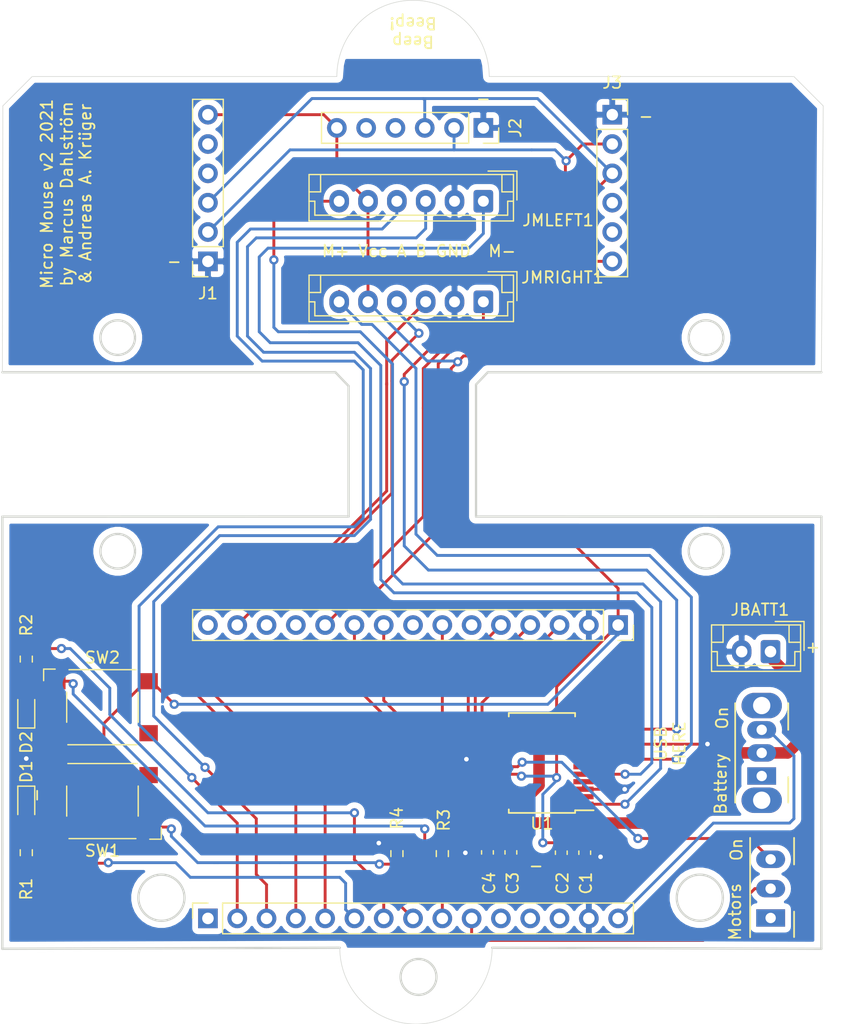
<source format=kicad_pcb>
(kicad_pcb (version 20171130) (host pcbnew 5.1.10-88a1d61d58~90~ubuntu20.04.1)

  (general
    (thickness 1.6)
    (drawings 42)
    (tracks 402)
    (zones 0)
    (modules 23)
    (nets 46)
  )

  (page A4)
  (layers
    (0 F.Cu signal)
    (31 B.Cu signal hide)
    (32 B.Adhes user)
    (33 F.Adhes user)
    (34 B.Paste user)
    (35 F.Paste user)
    (36 B.SilkS user)
    (37 F.SilkS user)
    (38 B.Mask user)
    (39 F.Mask user)
    (40 Dwgs.User user)
    (41 Cmts.User user)
    (42 Eco1.User user)
    (43 Eco2.User user)
    (44 Edge.Cuts user)
    (45 Margin user)
    (46 B.CrtYd user)
    (47 F.CrtYd user)
    (48 B.Fab user)
    (49 F.Fab user)
  )

  (setup
    (last_trace_width 1)
    (user_trace_width 1)
    (trace_clearance 0.2)
    (zone_clearance 0.508)
    (zone_45_only no)
    (trace_min 0.2)
    (via_size 0.8)
    (via_drill 0.4)
    (via_min_size 0.4)
    (via_min_drill 0.3)
    (uvia_size 0.3)
    (uvia_drill 0.1)
    (uvias_allowed no)
    (uvia_min_size 0.2)
    (uvia_min_drill 0.1)
    (edge_width 0.05)
    (segment_width 0.2)
    (pcb_text_width 0.3)
    (pcb_text_size 1.5 1.5)
    (mod_edge_width 0.12)
    (mod_text_size 1 1)
    (mod_text_width 0.15)
    (pad_size 1.524 1.524)
    (pad_drill 0.762)
    (pad_to_mask_clearance 0)
    (aux_axis_origin 0 0)
    (visible_elements FFFDFF7F)
    (pcbplotparams
      (layerselection 0x010f0_ffffffff)
      (usegerberextensions false)
      (usegerberattributes false)
      (usegerberadvancedattributes true)
      (creategerberjobfile true)
      (excludeedgelayer false)
      (linewidth 0.100000)
      (plotframeref false)
      (viasonmask false)
      (mode 1)
      (useauxorigin true)
      (hpglpennumber 1)
      (hpglpenspeed 20)
      (hpglpendiameter 15.000000)
      (psnegative false)
      (psa4output false)
      (plotreference true)
      (plotvalue false)
      (plotinvisibletext false)
      (padsonsilk false)
      (subtractmaskfromsilk false)
      (outputformat 1)
      (mirror false)
      (drillshape 0)
      (scaleselection 1)
      (outputdirectory "gerber/"))
  )

  (net 0 "")
  (net 1 LM+)
  (net 2 GND)
  (net 3 LM-)
  (net 4 RM+)
  (net 5 RM-)
  (net 6 PWMB)
  (net 7 BIN2)
  (net 8 BIN1)
  (net 9 STBY)
  (net 10 AIN1)
  (net 11 AIN2)
  (net 12 PWMA)
  (net 13 "Net-(D1-Pad2)")
  (net 14 "Net-(D2-Pad2)")
  (net 15 I2CSCL)
  (net 16 I2CSDA)
  (net 17 "Net-(J1-Pad4)")
  (net 18 "Net-(J1-Pad5)")
  (net 19 I2C3.3V)
  (net 20 "Net-(J2-Pad5)")
  (net 21 "Net-(J2-Pad4)")
  (net 22 "Net-(J3-Pad4)")
  (net 23 "Net-(J3-Pad5)")
  (net 24 "Net-(JLEFT1-Pad1)")
  (net 25 "Net-(JLEFT1-Pad6)")
  (net 26 "Net-(JLEFT1-Pad7)")
  (net 27 "Net-(JLEFT1-Pad8)")
  (net 28 "Net-(JLEFT1-Pad9)")
  (net 29 "Net-(JLEFT1-Pad10)")
  (net 30 "Net-(JLEFT1-Pad11)")
  (net 31 "Net-(JLEFT1-Pad12)")
  (net 32 "Net-(JLEFT1-Pad13)")
  (net 33 "Net-(JRIGHT1-Pad12)")
  (net 34 +7.5V)
  (net 35 SW)
  (net 36 "Net-(JRIGHT1-Pad13)")
  (net 37 "Net-(JRIGHT1-Pad8)")
  (net 38 LMAP)
  (net 39 LMBP)
  (net 40 RMAP)
  (net 41 RMBP)
  (net 42 "Net-(JRIGHT1-Pad15)")
  (net 43 "Net-(JRIGHT1-Pad6)")
  (net 44 "Net-(SW3-Pad1)")
  (net 45 "Net-(SW4-Pad1)")

  (net_class Default "This is the default net class."
    (clearance 0.2)
    (trace_width 0.25)
    (via_dia 0.8)
    (via_drill 0.4)
    (uvia_dia 0.3)
    (uvia_drill 0.1)
    (add_net +7.5V)
    (add_net AIN1)
    (add_net AIN2)
    (add_net BIN1)
    (add_net BIN2)
    (add_net GND)
    (add_net I2C3.3V)
    (add_net I2CSCL)
    (add_net I2CSDA)
    (add_net LM+)
    (add_net LM-)
    (add_net LMAP)
    (add_net LMBP)
    (add_net "Net-(D1-Pad2)")
    (add_net "Net-(D2-Pad2)")
    (add_net "Net-(J1-Pad4)")
    (add_net "Net-(J1-Pad5)")
    (add_net "Net-(J2-Pad4)")
    (add_net "Net-(J2-Pad5)")
    (add_net "Net-(J3-Pad4)")
    (add_net "Net-(J3-Pad5)")
    (add_net "Net-(JLEFT1-Pad1)")
    (add_net "Net-(JLEFT1-Pad10)")
    (add_net "Net-(JLEFT1-Pad11)")
    (add_net "Net-(JLEFT1-Pad12)")
    (add_net "Net-(JLEFT1-Pad13)")
    (add_net "Net-(JLEFT1-Pad6)")
    (add_net "Net-(JLEFT1-Pad7)")
    (add_net "Net-(JLEFT1-Pad8)")
    (add_net "Net-(JLEFT1-Pad9)")
    (add_net "Net-(JRIGHT1-Pad12)")
    (add_net "Net-(JRIGHT1-Pad13)")
    (add_net "Net-(JRIGHT1-Pad15)")
    (add_net "Net-(JRIGHT1-Pad6)")
    (add_net "Net-(JRIGHT1-Pad8)")
    (add_net "Net-(SW3-Pad1)")
    (add_net "Net-(SW4-Pad1)")
    (add_net PWMA)
    (add_net PWMB)
    (add_net RM+)
    (add_net RM-)
    (add_net RMAP)
    (add_net RMBP)
    (add_net STBY)
    (add_net SW)
  )

  (module Button_Switch_THT:SW_CuK_OS102011MA1QN1_SPDT_Angled (layer F.Cu) (tedit 615031B3) (tstamp 6150C7FF)
    (at 178.3207 124.2949 90)
    (descr "CuK miniature slide switch, OS series, SPDT, right angle, http://www.ckswitches.com/media/1428/os.pdf")
    (tags "switch SPDT")
    (path /615615A3)
    (fp_text reference SW4 (at 1.4 -3.6 90) (layer Dwgs.User) hide
      (effects (font (size 1 1) (thickness 0.15)))
    )
    (fp_text value Motors (at 2.032 5.461 90) (layer F.Fab)
      (effects (font (size 1 1) (thickness 0.15)))
    )
    (fp_text user %R (at 3.048 2.54 90) (layer F.Fab)
      (effects (font (size 0.5 0.5) (thickness 0.1)))
    )
    (fp_line (start -2.3 -1.651) (end 6.3 -1.651) (layer F.Fab) (width 0.1))
    (fp_line (start -2.3 -1.651) (end -2.3 1.905) (layer F.Fab) (width 0.1))
    (fp_line (start -2.3 1.905) (end 6.3 1.905) (layer F.Fab) (width 0.1))
    (fp_line (start 6.3 1.905) (end 6.3 -1.651) (layer F.Fab) (width 0.1))
    (fp_line (start 2 1.946) (end 2 4.064) (layer F.Fab) (width 0.1))
    (fp_line (start 2 4.064) (end 0 4.064) (layer F.Fab) (width 0.1))
    (fp_line (start 0 4.064) (end 0 1.946) (layer F.Fab) (width 0.1))
    (fp_line (start -2.3 -1.778) (end 6.3 -1.778) (layer F.SilkS) (width 0.15))
    (fp_line (start -2.286 2.032) (end -0.086 2.032) (layer F.SilkS) (width 0.15))
    (fp_line (start 4 2.032) (end 6.3 2.032) (layer F.SilkS) (width 0.15))
    (fp_line (start 7.7 -2.7) (end 7.7 4.572) (layer F.CrtYd) (width 0.05))
    (fp_line (start 7.7 4.572) (end -3.7 4.572) (layer F.CrtYd) (width 0.05))
    (fp_line (start -3.7 4.572) (end -3.7 -2.7) (layer F.CrtYd) (width 0.05))
    (fp_line (start -3.7 -2.7) (end 7.7 -2.7) (layer F.CrtYd) (width 0.05))
    (pad 3 thru_hole oval (at 4.445 0 90) (size 1.5 2.5) (drill 0.9) (layers *.Cu *.Mask)
      (net 9 STBY))
    (pad 2 thru_hole oval (at 1.905 0 90) (size 1.5 2.5) (drill 0.9) (layers *.Cu *.Mask)
      (net 29 "Net-(JLEFT1-Pad10)"))
    (pad 1 thru_hole rect (at -0.635 0 90) (size 1.5 2.5) (drill 0.9) (layers *.Cu *.Mask)
      (net 45 "Net-(SW4-Pad1)"))
    (model ${KISYS3DMOD}/Button_Switch_THT.3dshapes/SW_CuK_OS102011MA1QN1_SPDT_Angled.wrl
      (at (xyz 0 0 0))
      (scale (xyz 1 1 1))
      (rotate (xyz 0 0 0))
    )
  )

  (module Button_Switch_THT:SW_CuK_OS102011MA1QN1_SPDT_Angled (layer F.Cu) (tedit 61503070) (tstamp 6150C7E7)
    (at 177.546 112.6363 90)
    (descr "CuK miniature slide switch, OS series, SPDT, right angle, http://www.ckswitches.com/media/1428/os.pdf")
    (tags "switch SPDT")
    (path /6150AD16)
    (fp_text reference SW3 (at 1.4 -3.6 90) (layer Dwgs.User) hide
      (effects (font (size 1 1) (thickness 0.15)))
    )
    (fp_text value Battery (at 2.159 5.969 90) (layer F.Fab)
      (effects (font (size 1 1) (thickness 0.15)))
    )
    (fp_line (start -3.7 -2.7) (end 7.7 -2.7) (layer F.CrtYd) (width 0.05))
    (fp_line (start -3.7 5.207) (end -3.7 -2.7) (layer F.CrtYd) (width 0.05))
    (fp_line (start 7.7 5.207) (end -3.7 5.207) (layer F.CrtYd) (width 0.05))
    (fp_line (start 7.7 -2.7) (end 7.7 5.207) (layer F.CrtYd) (width 0.05))
    (fp_line (start 4 2.3) (end 6.3 2.3) (layer F.SilkS) (width 0.15))
    (fp_line (start -2.3 2.3) (end -0.1 2.3) (layer F.SilkS) (width 0.15))
    (fp_line (start -2.3 -2.3) (end 6.3 -2.3) (layer F.SilkS) (width 0.15))
    (fp_line (start 0 4.953) (end 0 2.2) (layer F.Fab) (width 0.1))
    (fp_line (start 2 4.953) (end 0 4.953) (layer F.Fab) (width 0.1))
    (fp_line (start 2 2.2) (end 2 4.953) (layer F.Fab) (width 0.1))
    (fp_line (start 6.3 2.2) (end 6.3 -2.2) (layer F.Fab) (width 0.1))
    (fp_line (start -2.3 2.2) (end 6.3 2.2) (layer F.Fab) (width 0.1))
    (fp_line (start -2.3 -2.2) (end -2.3 2.2) (layer F.Fab) (width 0.1))
    (fp_line (start -2.3 -2.2) (end 6.3 -2.2) (layer F.Fab) (width 0.1))
    (fp_text user %R (at 2.3 1.7 90) (layer F.Fab)
      (effects (font (size 0.5 0.5) (thickness 0.1)))
    )
    (pad 1 thru_hole rect (at 0 0 90) (size 1.5 2.5) (drill 0.9) (layers *.Cu *.Mask)
      (net 44 "Net-(SW3-Pad1)"))
    (pad 2 thru_hole oval (at 2 0 90) (size 1.5 2.5) (drill 0.9) (layers *.Cu *.Mask)
      (net 34 +7.5V))
    (pad 3 thru_hole oval (at 4 0 90) (size 1.5 2.5) (drill 0.9) (layers *.Cu *.Mask)
      (net 35 SW))
    (pad "" thru_hole oval (at -2.1 0 90) (size 2.2 3.5) (drill 1.5) (layers *.Cu *.Mask))
    (pad "" thru_hole oval (at 6.1 0 90) (size 2.2 3.5) (drill 1.5) (layers *.Cu *.Mask))
    (model ${KISYS3DMOD}/Button_Switch_THT.3dshapes/SW_CuK_OS102011MA1QN1_SPDT_Angled.wrl
      (at (xyz 0 0 0))
      (scale (xyz 1 1 1))
      (rotate (xyz 0 0 0))
    )
  )

  (module Button_Switch_SMD:SW_SPST_Omron_B3FS-100xP (layer F.Cu) (tedit 5E6E8EA9) (tstamp 60DE41E4)
    (at 120.396 114.808 180)
    (descr "Surface Mount Tactile Switch for High-Density Mounting, 3.1mm height, https://omronfs.omron.com/en_US/ecb/products/pdf/en-b3fs.pdf")
    (tags "Tactile Switch")
    (path /60F22649)
    (attr smd)
    (fp_text reference SW1 (at 0 -4.3) (layer F.SilkS)
      (effects (font (size 1 1) (thickness 0.15)))
    )
    (fp_text value SW_Push (at 0 4.2) (layer F.Fab)
      (effects (font (size 1 1) (thickness 0.15)))
    )
    (fp_line (start 2.9 -3.25) (end -2.9 -3.25) (layer F.SilkS) (width 0.12))
    (fp_line (start 3 3.25) (end -3 3.25) (layer F.SilkS) (width 0.12))
    (fp_line (start 3.1 -1.3) (end 3.1 1.3) (layer F.SilkS) (width 0.12))
    (fp_line (start -3.1 -1.3) (end -3.1 1.3) (layer F.SilkS) (width 0.12))
    (fp_line (start -3 -3.15) (end 3 -3.15) (layer F.Fab) (width 0.1))
    (fp_line (start 3 -3.15) (end 3 3.15) (layer F.Fab) (width 0.1))
    (fp_line (start 3 3.15) (end -3 3.15) (layer F.Fab) (width 0.1))
    (fp_line (start -3 3.15) (end -3 -3.15) (layer F.Fab) (width 0.1))
    (fp_line (start -5.05 -3.4) (end 5.05 -3.4) (layer F.CrtYd) (width 0.05))
    (fp_line (start 5.05 -3.4) (end 5.05 -1.3) (layer F.CrtYd) (width 0.05))
    (fp_line (start 5.05 -1.3) (end 3.25 -1.3) (layer F.CrtYd) (width 0.05))
    (fp_line (start 3.25 -1.3) (end 3.25 1.3) (layer F.CrtYd) (width 0.05))
    (fp_line (start 3.25 1.3) (end 5.05 1.3) (layer F.CrtYd) (width 0.05))
    (fp_line (start 5.05 1.3) (end 5.05 3.4) (layer F.CrtYd) (width 0.05))
    (fp_line (start 5.05 3.4) (end -5.05 3.4) (layer F.CrtYd) (width 0.05))
    (fp_line (start -5.05 3.4) (end -5.05 1.3) (layer F.CrtYd) (width 0.05))
    (fp_line (start -5.05 1.3) (end -3.25 1.3) (layer F.CrtYd) (width 0.05))
    (fp_line (start -3.25 1.3) (end -3.25 -1.3) (layer F.CrtYd) (width 0.05))
    (fp_line (start -3.25 -1.3) (end -5.05 -1.3) (layer F.CrtYd) (width 0.05))
    (fp_line (start -5.05 -1.3) (end -5.05 -3.4) (layer F.CrtYd) (width 0.05))
    (fp_circle (center 0 0) (end 1.5 0) (layer F.Fab) (width 0.1))
    (fp_line (start -5.1 -2.3) (end -5.1 -3.3) (layer F.SilkS) (width 0.12))
    (fp_line (start -5.1 -3.3) (end -4.1 -3.3) (layer F.SilkS) (width 0.12))
    (fp_text user %R (at 0 -2.2) (layer F.Fab)
      (effects (font (size 1 1) (thickness 0.15)))
    )
    (pad 2 smd rect (at 4 -2.25) (size 1.6 1.4) (layers F.Cu F.Paste F.Mask)
      (net 19 I2C3.3V))
    (pad 1 smd rect (at -4 -2.25) (size 1.6 1.4) (layers F.Cu F.Paste F.Mask)
      (net 27 "Net-(JLEFT1-Pad8)"))
    (pad 4 smd rect (at 4 2.25) (size 1.6 1.4) (layers F.Cu F.Paste F.Mask))
    (pad 3 smd rect (at -4 2.25) (size 1.6 1.4) (layers F.Cu F.Paste F.Mask))
    (model ${KISYS3DMOD}/Button_Switch_SMD.3dshapes/SW_SPST_Omron_B3FS-100xP.wrl
      (at (xyz 0 0 0))
      (scale (xyz 1 1 1))
      (rotate (xyz 0 0 0))
    )
  )

  (module Resistor_SMD:R_0603_1608Metric_Pad0.98x0.95mm_HandSolder (layer F.Cu) (tedit 5F68FEEE) (tstamp 614D8D8D)
    (at 113.792 102.5125 270)
    (descr "Resistor SMD 0603 (1608 Metric), square (rectangular) end terminal, IPC_7351 nominal with elongated pad for handsoldering. (Body size source: IPC-SM-782 page 72, https://www.pcb-3d.com/wordpress/wp-content/uploads/ipc-sm-782a_amendment_1_and_2.pdf), generated with kicad-footprint-generator")
    (tags "resistor handsolder")
    (path /60F0F404)
    (attr smd)
    (fp_text reference R2 (at -2.9445 0 90) (layer F.SilkS)
      (effects (font (size 1 1) (thickness 0.15)))
    )
    (fp_text value 220R (at 0 1.43 90) (layer F.Fab)
      (effects (font (size 1 1) (thickness 0.15)))
    )
    (fp_line (start -0.8 0.4125) (end -0.8 -0.4125) (layer F.Fab) (width 0.1))
    (fp_line (start -0.8 -0.4125) (end 0.8 -0.4125) (layer F.Fab) (width 0.1))
    (fp_line (start 0.8 -0.4125) (end 0.8 0.4125) (layer F.Fab) (width 0.1))
    (fp_line (start 0.8 0.4125) (end -0.8 0.4125) (layer F.Fab) (width 0.1))
    (fp_line (start -0.254724 -0.5225) (end 0.254724 -0.5225) (layer F.SilkS) (width 0.12))
    (fp_line (start -0.254724 0.5225) (end 0.254724 0.5225) (layer F.SilkS) (width 0.12))
    (fp_line (start -1.65 0.73) (end -1.65 -0.73) (layer F.CrtYd) (width 0.05))
    (fp_line (start -1.65 -0.73) (end 1.65 -0.73) (layer F.CrtYd) (width 0.05))
    (fp_line (start 1.65 -0.73) (end 1.65 0.73) (layer F.CrtYd) (width 0.05))
    (fp_line (start 1.65 0.73) (end -1.65 0.73) (layer F.CrtYd) (width 0.05))
    (fp_text user %R (at 0 0 90) (layer F.Fab)
      (effects (font (size 0.4 0.4) (thickness 0.06)))
    )
    (pad 1 smd roundrect (at -0.9125 0 270) (size 0.975 0.95) (layers F.Cu F.Paste F.Mask) (roundrect_rratio 0.25)
      (net 26 "Net-(JLEFT1-Pad7)"))
    (pad 2 smd roundrect (at 0.9125 0 270) (size 0.975 0.95) (layers F.Cu F.Paste F.Mask) (roundrect_rratio 0.25)
      (net 14 "Net-(D2-Pad2)"))
    (model ${KISYS3DMOD}/Resistor_SMD.3dshapes/R_0603_1608Metric.wrl
      (at (xyz 0 0 0))
      (scale (xyz 1 1 1))
      (rotate (xyz 0 0 0))
    )
  )

  (module LED_SMD:LED_0603_1608Metric_Pad1.05x0.95mm_HandSolder (layer F.Cu) (tedit 5F68FEF1) (tstamp 614D8D53)
    (at 113.792 106.821 90)
    (descr "LED SMD 0603 (1608 Metric), square (rectangular) end terminal, IPC_7351 nominal, (Body size source: http://www.tortai-tech.com/upload/download/2011102023233369053.pdf), generated with kicad-footprint-generator")
    (tags "LED handsolder")
    (path /60EE7B12)
    (attr smd)
    (fp_text reference D2 (at -2.907 0 90) (layer F.SilkS)
      (effects (font (size 1 1) (thickness 0.15)))
    )
    (fp_text value LED (at 0 1.43 90) (layer F.Fab)
      (effects (font (size 1 1) (thickness 0.15)))
    )
    (fp_line (start 0.8 -0.4) (end -0.5 -0.4) (layer F.Fab) (width 0.1))
    (fp_line (start -0.5 -0.4) (end -0.8 -0.1) (layer F.Fab) (width 0.1))
    (fp_line (start -0.8 -0.1) (end -0.8 0.4) (layer F.Fab) (width 0.1))
    (fp_line (start -0.8 0.4) (end 0.8 0.4) (layer F.Fab) (width 0.1))
    (fp_line (start 0.8 0.4) (end 0.8 -0.4) (layer F.Fab) (width 0.1))
    (fp_line (start 0.8 -0.735) (end -1.66 -0.735) (layer F.SilkS) (width 0.12))
    (fp_line (start -1.66 -0.735) (end -1.66 0.735) (layer F.SilkS) (width 0.12))
    (fp_line (start -1.66 0.735) (end 0.8 0.735) (layer F.SilkS) (width 0.12))
    (fp_line (start -1.65 0.73) (end -1.65 -0.73) (layer F.CrtYd) (width 0.05))
    (fp_line (start -1.65 -0.73) (end 1.65 -0.73) (layer F.CrtYd) (width 0.05))
    (fp_line (start 1.65 -0.73) (end 1.65 0.73) (layer F.CrtYd) (width 0.05))
    (fp_line (start 1.65 0.73) (end -1.65 0.73) (layer F.CrtYd) (width 0.05))
    (fp_text user %R (at 0 0 90) (layer F.Fab)
      (effects (font (size 0.4 0.4) (thickness 0.06)))
    )
    (pad 1 smd roundrect (at -0.875 0 90) (size 1.05 0.95) (layers F.Cu F.Paste F.Mask) (roundrect_rratio 0.25)
      (net 2 GND))
    (pad 2 smd roundrect (at 0.875 0 90) (size 1.05 0.95) (layers F.Cu F.Paste F.Mask) (roundrect_rratio 0.25)
      (net 14 "Net-(D2-Pad2)"))
    (model ${KISYS3DMOD}/LED_SMD.3dshapes/LED_0603_1608Metric.wrl
      (at (xyz 0 0 0))
      (scale (xyz 1 1 1))
      (rotate (xyz 0 0 0))
    )
  )

  (module Capacitor_SMD:C_0603_1608Metric_Pad1.08x0.95mm_HandSolder (layer F.Cu) (tedit 5F68FEEF) (tstamp 60DE3A12)
    (at 162.2044 119.2773 270)
    (descr "Capacitor SMD 0603 (1608 Metric), square (rectangular) end terminal, IPC_7351 nominal with elongated pad for handsoldering. (Body size source: IPC-SM-782 page 76, https://www.pcb-3d.com/wordpress/wp-content/uploads/ipc-sm-782a_amendment_1_and_2.pdf), generated with kicad-footprint-generator")
    (tags "capacitor handsolder")
    (path /60E475BC)
    (attr smd)
    (fp_text reference C1 (at 2.6427 -0.1016 90) (layer F.SilkS)
      (effects (font (size 1 1) (thickness 0.15)))
    )
    (fp_text value 0.1uF (at 0 1.43 90) (layer F.Fab)
      (effects (font (size 1 1) (thickness 0.15)))
    )
    (fp_line (start -0.8 0.4) (end -0.8 -0.4) (layer F.Fab) (width 0.1))
    (fp_line (start -0.8 -0.4) (end 0.8 -0.4) (layer F.Fab) (width 0.1))
    (fp_line (start 0.8 -0.4) (end 0.8 0.4) (layer F.Fab) (width 0.1))
    (fp_line (start 0.8 0.4) (end -0.8 0.4) (layer F.Fab) (width 0.1))
    (fp_line (start -0.146267 -0.51) (end 0.146267 -0.51) (layer F.SilkS) (width 0.12))
    (fp_line (start -0.146267 0.51) (end 0.146267 0.51) (layer F.SilkS) (width 0.12))
    (fp_line (start -1.65 0.73) (end -1.65 -0.73) (layer F.CrtYd) (width 0.05))
    (fp_line (start -1.65 -0.73) (end 1.65 -0.73) (layer F.CrtYd) (width 0.05))
    (fp_line (start 1.65 -0.73) (end 1.65 0.73) (layer F.CrtYd) (width 0.05))
    (fp_line (start 1.65 0.73) (end -1.65 0.73) (layer F.CrtYd) (width 0.05))
    (fp_text user %R (at 0 0 90) (layer F.Fab)
      (effects (font (size 0.4 0.4) (thickness 0.06)))
    )
    (pad 1 smd roundrect (at -0.8625 0 270) (size 1.075 0.95) (layers F.Cu F.Paste F.Mask) (roundrect_rratio 0.25)
      (net 19 I2C3.3V))
    (pad 2 smd roundrect (at 0.8625 0 270) (size 1.075 0.95) (layers F.Cu F.Paste F.Mask) (roundrect_rratio 0.25)
      (net 2 GND))
    (model ${KISYS3DMOD}/Capacitor_SMD.3dshapes/C_0603_1608Metric.wrl
      (at (xyz 0 0 0))
      (scale (xyz 1 1 1))
      (rotate (xyz 0 0 0))
    )
  )

  (module Package_SO:SSOP-24_5.3x8.2mm_P0.65mm (layer F.Cu) (tedit 5A02F25C) (tstamp 60DE5485)
    (at 158.496 111.506 180)
    (descr "24-Lead Plastic Shrink Small Outline (SS)-5.30 mm Body [SSOP] (see Microchip Packaging Specification 00000049BS.pdf)")
    (tags "SSOP 0.65")
    (path /60DDB0CD)
    (attr smd)
    (fp_text reference U1 (at 0 -5.25) (layer F.SilkS)
      (effects (font (size 1 1) (thickness 0.15)))
    )
    (fp_text value TB6612FNG (at 0 5.25) (layer F.Fab)
      (effects (font (size 1 1) (thickness 0.15)))
    )
    (fp_line (start -1.65 -4.1) (end 2.65 -4.1) (layer F.Fab) (width 0.15))
    (fp_line (start 2.65 -4.1) (end 2.65 4.1) (layer F.Fab) (width 0.15))
    (fp_line (start 2.65 4.1) (end -2.65 4.1) (layer F.Fab) (width 0.15))
    (fp_line (start -2.65 4.1) (end -2.65 -3.1) (layer F.Fab) (width 0.15))
    (fp_line (start -2.65 -3.1) (end -1.65 -4.1) (layer F.Fab) (width 0.15))
    (fp_line (start -4.75 -4.5) (end -4.75 4.5) (layer F.CrtYd) (width 0.05))
    (fp_line (start 4.75 -4.5) (end 4.75 4.5) (layer F.CrtYd) (width 0.05))
    (fp_line (start -4.75 -4.5) (end 4.75 -4.5) (layer F.CrtYd) (width 0.05))
    (fp_line (start -4.75 4.5) (end 4.75 4.5) (layer F.CrtYd) (width 0.05))
    (fp_line (start -2.875 -4.325) (end -2.875 -4.1) (layer F.SilkS) (width 0.15))
    (fp_line (start 2.875 -4.325) (end 2.875 -4.025) (layer F.SilkS) (width 0.15))
    (fp_line (start 2.875 4.325) (end 2.875 4.025) (layer F.SilkS) (width 0.15))
    (fp_line (start -2.875 4.325) (end -2.875 4.025) (layer F.SilkS) (width 0.15))
    (fp_line (start -2.875 -4.325) (end 2.875 -4.325) (layer F.SilkS) (width 0.15))
    (fp_line (start -2.875 4.325) (end 2.875 4.325) (layer F.SilkS) (width 0.15))
    (fp_line (start -2.875 -4.1) (end -4.475 -4.1) (layer F.SilkS) (width 0.15))
    (fp_text user %R (at 0 0) (layer F.Fab)
      (effects (font (size 0.8 0.8) (thickness 0.15)))
    )
    (pad 1 smd rect (at -3.6 -3.575 180) (size 1.75 0.45) (layers F.Cu F.Paste F.Mask)
      (net 1 LM+))
    (pad 2 smd rect (at -3.6 -2.925 180) (size 1.75 0.45) (layers F.Cu F.Paste F.Mask)
      (net 1 LM+))
    (pad 3 smd rect (at -3.6 -2.275 180) (size 1.75 0.45) (layers F.Cu F.Paste F.Mask)
      (net 2 GND))
    (pad 4 smd rect (at -3.6 -1.625 180) (size 1.75 0.45) (layers F.Cu F.Paste F.Mask)
      (net 2 GND))
    (pad 5 smd rect (at -3.6 -0.975 180) (size 1.75 0.45) (layers F.Cu F.Paste F.Mask)
      (net 3 LM-))
    (pad 6 smd rect (at -3.6 -0.325 180) (size 1.75 0.45) (layers F.Cu F.Paste F.Mask)
      (net 3 LM-))
    (pad 7 smd rect (at -3.6 0.325 180) (size 1.75 0.45) (layers F.Cu F.Paste F.Mask)
      (net 4 RM+))
    (pad 8 smd rect (at -3.6 0.975 180) (size 1.75 0.45) (layers F.Cu F.Paste F.Mask)
      (net 4 RM+))
    (pad 9 smd rect (at -3.6 1.625 180) (size 1.75 0.45) (layers F.Cu F.Paste F.Mask)
      (net 2 GND))
    (pad 10 smd rect (at -3.6 2.275 180) (size 1.75 0.45) (layers F.Cu F.Paste F.Mask)
      (net 2 GND))
    (pad 11 smd rect (at -3.6 2.925 180) (size 1.75 0.45) (layers F.Cu F.Paste F.Mask)
      (net 5 RM-))
    (pad 12 smd rect (at -3.6 3.575 180) (size 1.75 0.45) (layers F.Cu F.Paste F.Mask)
      (net 5 RM-))
    (pad 13 smd rect (at 3.6 3.575 180) (size 1.75 0.45) (layers F.Cu F.Paste F.Mask)
      (net 34 +7.5V))
    (pad 14 smd rect (at 3.6 2.925 180) (size 1.75 0.45) (layers F.Cu F.Paste F.Mask)
      (net 34 +7.5V))
    (pad 15 smd rect (at 3.6 2.275 180) (size 1.75 0.45) (layers F.Cu F.Paste F.Mask)
      (net 6 PWMB))
    (pad 16 smd rect (at 3.6 1.625 180) (size 1.75 0.45) (layers F.Cu F.Paste F.Mask)
      (net 7 BIN2))
    (pad 17 smd rect (at 3.6 0.975 180) (size 1.75 0.45) (layers F.Cu F.Paste F.Mask)
      (net 8 BIN1))
    (pad 18 smd rect (at 3.6 0.325 180) (size 1.75 0.45) (layers F.Cu F.Paste F.Mask)
      (net 2 GND))
    (pad 19 smd rect (at 3.6 -0.325 180) (size 1.75 0.45) (layers F.Cu F.Paste F.Mask)
      (net 9 STBY))
    (pad 20 smd rect (at 3.6 -0.975 180) (size 1.75 0.45) (layers F.Cu F.Paste F.Mask)
      (net 19 I2C3.3V))
    (pad 21 smd rect (at 3.6 -1.625 180) (size 1.75 0.45) (layers F.Cu F.Paste F.Mask)
      (net 10 AIN1))
    (pad 22 smd rect (at 3.6 -2.275 180) (size 1.75 0.45) (layers F.Cu F.Paste F.Mask)
      (net 11 AIN2))
    (pad 23 smd rect (at 3.6 -2.925 180) (size 1.75 0.45) (layers F.Cu F.Paste F.Mask)
      (net 12 PWMA))
    (pad 24 smd rect (at 3.6 -3.575 180) (size 1.75 0.45) (layers F.Cu F.Paste F.Mask)
      (net 34 +7.5V))
    (model ${KISYS3DMOD}/Package_SO.3dshapes/SSOP-24_5.3x8.2mm_P0.65mm.wrl
      (at (xyz 0 0 0))
      (scale (xyz 1 1 1))
      (rotate (xyz 0 0 0))
    )
  )

  (module Capacitor_SMD:C_0603_1608Metric_Pad1.08x0.95mm_HandSolder (layer F.Cu) (tedit 5F68FEEF) (tstamp 60DE39DF)
    (at 153.7716 119.2519 90)
    (descr "Capacitor SMD 0603 (1608 Metric), square (rectangular) end terminal, IPC_7351 nominal with elongated pad for handsoldering. (Body size source: IPC-SM-782 page 76, https://www.pcb-3d.com/wordpress/wp-content/uploads/ipc-sm-782a_amendment_1_and_2.pdf), generated with kicad-footprint-generator")
    (tags "capacitor handsolder")
    (path /60E2B124)
    (attr smd)
    (fp_text reference C4 (at -2.6681 0.1524 90) (layer F.SilkS)
      (effects (font (size 1 1) (thickness 0.15)))
    )
    (fp_text value 10uF (at 0 1.43 90) (layer F.Fab)
      (effects (font (size 1 1) (thickness 0.15)))
    )
    (fp_line (start 1.65 0.73) (end -1.65 0.73) (layer F.CrtYd) (width 0.05))
    (fp_line (start 1.65 -0.73) (end 1.65 0.73) (layer F.CrtYd) (width 0.05))
    (fp_line (start -1.65 -0.73) (end 1.65 -0.73) (layer F.CrtYd) (width 0.05))
    (fp_line (start -1.65 0.73) (end -1.65 -0.73) (layer F.CrtYd) (width 0.05))
    (fp_line (start -0.146267 0.51) (end 0.146267 0.51) (layer F.SilkS) (width 0.12))
    (fp_line (start -0.146267 -0.51) (end 0.146267 -0.51) (layer F.SilkS) (width 0.12))
    (fp_line (start 0.8 0.4) (end -0.8 0.4) (layer F.Fab) (width 0.1))
    (fp_line (start 0.8 -0.4) (end 0.8 0.4) (layer F.Fab) (width 0.1))
    (fp_line (start -0.8 -0.4) (end 0.8 -0.4) (layer F.Fab) (width 0.1))
    (fp_line (start -0.8 0.4) (end -0.8 -0.4) (layer F.Fab) (width 0.1))
    (fp_text user %R (at 0 0 90) (layer F.Fab)
      (effects (font (size 0.4 0.4) (thickness 0.06)))
    )
    (pad 2 smd roundrect (at 0.8625 0 90) (size 1.075 0.95) (layers F.Cu F.Paste F.Mask) (roundrect_rratio 0.25)
      (net 34 +7.5V))
    (pad 1 smd roundrect (at -0.8625 0 90) (size 1.075 0.95) (layers F.Cu F.Paste F.Mask) (roundrect_rratio 0.25)
      (net 2 GND))
    (model ${KISYS3DMOD}/Capacitor_SMD.3dshapes/C_0603_1608Metric.wrl
      (at (xyz 0 0 0))
      (scale (xyz 1 1 1))
      (rotate (xyz 0 0 0))
    )
  )

  (module Capacitor_SMD:C_0603_1608Metric_Pad1.08x0.95mm_HandSolder (layer F.Cu) (tedit 5F68FEEF) (tstamp 60DE39F0)
    (at 155.8036 119.2519 270)
    (descr "Capacitor SMD 0603 (1608 Metric), square (rectangular) end terminal, IPC_7351 nominal with elongated pad for handsoldering. (Body size source: IPC-SM-782 page 76, https://www.pcb-3d.com/wordpress/wp-content/uploads/ipc-sm-782a_amendment_1_and_2.pdf), generated with kicad-footprint-generator")
    (tags "capacitor handsolder")
    (path /60E2E703)
    (attr smd)
    (fp_text reference C3 (at 2.6681 -0.1524 90) (layer F.SilkS)
      (effects (font (size 1 1) (thickness 0.15)))
    )
    (fp_text value 0.1uF (at 0 1.43 90) (layer F.Fab)
      (effects (font (size 1 1) (thickness 0.15)))
    )
    (fp_line (start -0.8 0.4) (end -0.8 -0.4) (layer F.Fab) (width 0.1))
    (fp_line (start -0.8 -0.4) (end 0.8 -0.4) (layer F.Fab) (width 0.1))
    (fp_line (start 0.8 -0.4) (end 0.8 0.4) (layer F.Fab) (width 0.1))
    (fp_line (start 0.8 0.4) (end -0.8 0.4) (layer F.Fab) (width 0.1))
    (fp_line (start -0.146267 -0.51) (end 0.146267 -0.51) (layer F.SilkS) (width 0.12))
    (fp_line (start -0.146267 0.51) (end 0.146267 0.51) (layer F.SilkS) (width 0.12))
    (fp_line (start -1.65 0.73) (end -1.65 -0.73) (layer F.CrtYd) (width 0.05))
    (fp_line (start -1.65 -0.73) (end 1.65 -0.73) (layer F.CrtYd) (width 0.05))
    (fp_line (start 1.65 -0.73) (end 1.65 0.73) (layer F.CrtYd) (width 0.05))
    (fp_line (start 1.65 0.73) (end -1.65 0.73) (layer F.CrtYd) (width 0.05))
    (fp_text user %R (at 0 0 90) (layer F.Fab)
      (effects (font (size 0.4 0.4) (thickness 0.06)))
    )
    (pad 1 smd roundrect (at -0.8625 0 270) (size 1.075 0.95) (layers F.Cu F.Paste F.Mask) (roundrect_rratio 0.25)
      (net 34 +7.5V))
    (pad 2 smd roundrect (at 0.8625 0 270) (size 1.075 0.95) (layers F.Cu F.Paste F.Mask) (roundrect_rratio 0.25)
      (net 2 GND))
    (model ${KISYS3DMOD}/Capacitor_SMD.3dshapes/C_0603_1608Metric.wrl
      (at (xyz 0 0 0))
      (scale (xyz 1 1 1))
      (rotate (xyz 0 0 0))
    )
  )

  (module Capacitor_SMD:C_0603_1608Metric_Pad1.08x0.95mm_HandSolder (layer F.Cu) (tedit 5F68FEEF) (tstamp 60DE3A01)
    (at 160.1724 119.2773 90)
    (descr "Capacitor SMD 0603 (1608 Metric), square (rectangular) end terminal, IPC_7351 nominal with elongated pad for handsoldering. (Body size source: IPC-SM-782 page 76, https://www.pcb-3d.com/wordpress/wp-content/uploads/ipc-sm-782a_amendment_1_and_2.pdf), generated with kicad-footprint-generator")
    (tags "capacitor handsolder")
    (path /60E475B6)
    (attr smd)
    (fp_text reference C2 (at -2.6427 0.1016 90) (layer F.SilkS)
      (effects (font (size 1 1) (thickness 0.15)))
    )
    (fp_text value 10uF (at 0 1.43 90) (layer F.Fab)
      (effects (font (size 1 1) (thickness 0.15)))
    )
    (fp_line (start 1.65 0.73) (end -1.65 0.73) (layer F.CrtYd) (width 0.05))
    (fp_line (start 1.65 -0.73) (end 1.65 0.73) (layer F.CrtYd) (width 0.05))
    (fp_line (start -1.65 -0.73) (end 1.65 -0.73) (layer F.CrtYd) (width 0.05))
    (fp_line (start -1.65 0.73) (end -1.65 -0.73) (layer F.CrtYd) (width 0.05))
    (fp_line (start -0.146267 0.51) (end 0.146267 0.51) (layer F.SilkS) (width 0.12))
    (fp_line (start -0.146267 -0.51) (end 0.146267 -0.51) (layer F.SilkS) (width 0.12))
    (fp_line (start 0.8 0.4) (end -0.8 0.4) (layer F.Fab) (width 0.1))
    (fp_line (start 0.8 -0.4) (end 0.8 0.4) (layer F.Fab) (width 0.1))
    (fp_line (start -0.8 -0.4) (end 0.8 -0.4) (layer F.Fab) (width 0.1))
    (fp_line (start -0.8 0.4) (end -0.8 -0.4) (layer F.Fab) (width 0.1))
    (fp_text user %R (at 0 0 90) (layer F.Fab)
      (effects (font (size 0.4 0.4) (thickness 0.06)))
    )
    (pad 2 smd roundrect (at 0.8625 0 90) (size 1.075 0.95) (layers F.Cu F.Paste F.Mask) (roundrect_rratio 0.25)
      (net 19 I2C3.3V))
    (pad 1 smd roundrect (at -0.8625 0 90) (size 1.075 0.95) (layers F.Cu F.Paste F.Mask) (roundrect_rratio 0.25)
      (net 2 GND))
    (model ${KISYS3DMOD}/Capacitor_SMD.3dshapes/C_0603_1608Metric.wrl
      (at (xyz 0 0 0))
      (scale (xyz 1 1 1))
      (rotate (xyz 0 0 0))
    )
  )

  (module LED_SMD:LED_0603_1608Metric_Pad1.05x0.95mm_HandSolder (layer F.Cu) (tedit 5F68FEF1) (tstamp 60DEEA52)
    (at 113.792 115.175 270)
    (descr "LED SMD 0603 (1608 Metric), square (rectangular) end terminal, IPC_7351 nominal, (Body size source: http://www.tortai-tech.com/upload/download/2011102023233369053.pdf), generated with kicad-footprint-generator")
    (tags "LED handsolder")
    (path /60EE7469)
    (attr smd)
    (fp_text reference D1 (at -2.907 0 90) (layer F.SilkS)
      (effects (font (size 1 1) (thickness 0.15)))
    )
    (fp_text value LED (at 0 1.43 90) (layer F.Fab)
      (effects (font (size 1 1) (thickness 0.15)))
    )
    (fp_line (start 1.65 0.73) (end -1.65 0.73) (layer F.CrtYd) (width 0.05))
    (fp_line (start 1.65 -0.73) (end 1.65 0.73) (layer F.CrtYd) (width 0.05))
    (fp_line (start -1.65 -0.73) (end 1.65 -0.73) (layer F.CrtYd) (width 0.05))
    (fp_line (start -1.65 0.73) (end -1.65 -0.73) (layer F.CrtYd) (width 0.05))
    (fp_line (start -1.66 0.735) (end 0.8 0.735) (layer F.SilkS) (width 0.12))
    (fp_line (start -1.66 -0.735) (end -1.66 0.735) (layer F.SilkS) (width 0.12))
    (fp_line (start 0.8 -0.735) (end -1.66 -0.735) (layer F.SilkS) (width 0.12))
    (fp_line (start 0.8 0.4) (end 0.8 -0.4) (layer F.Fab) (width 0.1))
    (fp_line (start -0.8 0.4) (end 0.8 0.4) (layer F.Fab) (width 0.1))
    (fp_line (start -0.8 -0.1) (end -0.8 0.4) (layer F.Fab) (width 0.1))
    (fp_line (start -0.5 -0.4) (end -0.8 -0.1) (layer F.Fab) (width 0.1))
    (fp_line (start 0.8 -0.4) (end -0.5 -0.4) (layer F.Fab) (width 0.1))
    (fp_text user %R (at 0 0 90) (layer F.Fab)
      (effects (font (size 0.4 0.4) (thickness 0.06)))
    )
    (pad 2 smd roundrect (at 0.875 0 270) (size 1.05 0.95) (layers F.Cu F.Paste F.Mask) (roundrect_rratio 0.25)
      (net 13 "Net-(D1-Pad2)"))
    (pad 1 smd roundrect (at -0.875 0 270) (size 1.05 0.95) (layers F.Cu F.Paste F.Mask) (roundrect_rratio 0.25)
      (net 2 GND))
    (model ${KISYS3DMOD}/LED_SMD.3dshapes/LED_0603_1608Metric.wrl
      (at (xyz 0 0 0))
      (scale (xyz 1 1 1))
      (rotate (xyz 0 0 0))
    )
  )

  (module Connector_PinSocket_2.54mm:PinSocket_1x06_P2.54mm_Vertical (layer F.Cu) (tedit 5A19A430) (tstamp 60DE4471)
    (at 129.54 68.072 180)
    (descr "Through hole straight socket strip, 1x06, 2.54mm pitch, single row (from Kicad 4.0.7), script generated")
    (tags "Through hole socket strip THT 1x06 2.54mm single row")
    (path /60E81738)
    (fp_text reference J1 (at 0 -2.77) (layer F.SilkS)
      (effects (font (size 1 1) (thickness 0.15)))
    )
    (fp_text value Conn_01x06_Female (at 0 15.47) (layer F.Fab)
      (effects (font (size 1 1) (thickness 0.15)))
    )
    (fp_line (start -1.27 -1.27) (end 0.635 -1.27) (layer F.Fab) (width 0.1))
    (fp_line (start 0.635 -1.27) (end 1.27 -0.635) (layer F.Fab) (width 0.1))
    (fp_line (start 1.27 -0.635) (end 1.27 13.97) (layer F.Fab) (width 0.1))
    (fp_line (start 1.27 13.97) (end -1.27 13.97) (layer F.Fab) (width 0.1))
    (fp_line (start -1.27 13.97) (end -1.27 -1.27) (layer F.Fab) (width 0.1))
    (fp_line (start -1.33 1.27) (end 1.33 1.27) (layer F.SilkS) (width 0.12))
    (fp_line (start -1.33 1.27) (end -1.33 14.03) (layer F.SilkS) (width 0.12))
    (fp_line (start -1.33 14.03) (end 1.33 14.03) (layer F.SilkS) (width 0.12))
    (fp_line (start 1.33 1.27) (end 1.33 14.03) (layer F.SilkS) (width 0.12))
    (fp_line (start 1.33 -1.33) (end 1.33 0) (layer F.SilkS) (width 0.12))
    (fp_line (start 0 -1.33) (end 1.33 -1.33) (layer F.SilkS) (width 0.12))
    (fp_line (start -1.8 -1.8) (end 1.75 -1.8) (layer F.CrtYd) (width 0.05))
    (fp_line (start 1.75 -1.8) (end 1.75 14.45) (layer F.CrtYd) (width 0.05))
    (fp_line (start 1.75 14.45) (end -1.8 14.45) (layer F.CrtYd) (width 0.05))
    (fp_line (start -1.8 14.45) (end -1.8 -1.8) (layer F.CrtYd) (width 0.05))
    (fp_text user %R (at 0 6.35 90) (layer F.Fab)
      (effects (font (size 1 1) (thickness 0.15)))
    )
    (pad 1 thru_hole rect (at 0 0 180) (size 1.7 1.7) (drill 1) (layers *.Cu *.Mask)
      (net 2 GND))
    (pad 2 thru_hole oval (at 0 2.54 180) (size 1.7 1.7) (drill 1) (layers *.Cu *.Mask)
      (net 15 I2CSCL))
    (pad 3 thru_hole oval (at 0 5.08 180) (size 1.7 1.7) (drill 1) (layers *.Cu *.Mask)
      (net 16 I2CSDA))
    (pad 4 thru_hole oval (at 0 7.62 180) (size 1.7 1.7) (drill 1) (layers *.Cu *.Mask)
      (net 17 "Net-(J1-Pad4)"))
    (pad 5 thru_hole oval (at 0 10.16 180) (size 1.7 1.7) (drill 1) (layers *.Cu *.Mask)
      (net 18 "Net-(J1-Pad5)"))
    (pad 6 thru_hole oval (at 0 12.7 180) (size 1.7 1.7) (drill 1) (layers *.Cu *.Mask)
      (net 19 I2C3.3V))
    (model ${KISYS3DMOD}/Connector_PinSocket_2.54mm.3dshapes/PinSocket_1x06_P2.54mm_Vertical.wrl
      (at (xyz 0 0 0))
      (scale (xyz 1 1 1))
      (rotate (xyz 0 0 0))
    )
  )

  (module Connector_PinSocket_2.54mm:PinSocket_1x06_P2.54mm_Vertical (layer F.Cu) (tedit 5A19A430) (tstamp 60DE3A6C)
    (at 153.416 56.515 270)
    (descr "Through hole straight socket strip, 1x06, 2.54mm pitch, single row (from Kicad 4.0.7), script generated")
    (tags "Through hole socket strip THT 1x06 2.54mm single row")
    (path /60EA4DBC)
    (fp_text reference J2 (at 0 -2.77 90) (layer F.SilkS)
      (effects (font (size 1 1) (thickness 0.15)))
    )
    (fp_text value Conn_01x06_Female (at 0 15.47 90) (layer F.Fab)
      (effects (font (size 1 1) (thickness 0.15)))
    )
    (fp_line (start -1.8 14.45) (end -1.8 -1.8) (layer F.CrtYd) (width 0.05))
    (fp_line (start 1.75 14.45) (end -1.8 14.45) (layer F.CrtYd) (width 0.05))
    (fp_line (start 1.75 -1.8) (end 1.75 14.45) (layer F.CrtYd) (width 0.05))
    (fp_line (start -1.8 -1.8) (end 1.75 -1.8) (layer F.CrtYd) (width 0.05))
    (fp_line (start 0 -1.33) (end 1.33 -1.33) (layer F.SilkS) (width 0.12))
    (fp_line (start 1.33 -1.33) (end 1.33 0) (layer F.SilkS) (width 0.12))
    (fp_line (start 1.33 1.27) (end 1.33 14.03) (layer F.SilkS) (width 0.12))
    (fp_line (start -1.33 14.03) (end 1.33 14.03) (layer F.SilkS) (width 0.12))
    (fp_line (start -1.33 1.27) (end -1.33 14.03) (layer F.SilkS) (width 0.12))
    (fp_line (start -1.33 1.27) (end 1.33 1.27) (layer F.SilkS) (width 0.12))
    (fp_line (start -1.27 13.97) (end -1.27 -1.27) (layer F.Fab) (width 0.1))
    (fp_line (start 1.27 13.97) (end -1.27 13.97) (layer F.Fab) (width 0.1))
    (fp_line (start 1.27 -0.635) (end 1.27 13.97) (layer F.Fab) (width 0.1))
    (fp_line (start 0.635 -1.27) (end 1.27 -0.635) (layer F.Fab) (width 0.1))
    (fp_line (start -1.27 -1.27) (end 0.635 -1.27) (layer F.Fab) (width 0.1))
    (fp_text user %R (at 0 6.35) (layer F.Fab)
      (effects (font (size 1 1) (thickness 0.15)))
    )
    (pad 6 thru_hole oval (at 0 12.7 270) (size 1.7 1.7) (drill 1) (layers *.Cu *.Mask)
      (net 19 I2C3.3V))
    (pad 5 thru_hole oval (at 0 10.16 270) (size 1.7 1.7) (drill 1) (layers *.Cu *.Mask)
      (net 20 "Net-(J2-Pad5)"))
    (pad 4 thru_hole oval (at 0 7.62 270) (size 1.7 1.7) (drill 1) (layers *.Cu *.Mask)
      (net 21 "Net-(J2-Pad4)"))
    (pad 3 thru_hole oval (at 0 5.08 270) (size 1.7 1.7) (drill 1) (layers *.Cu *.Mask)
      (net 16 I2CSDA))
    (pad 2 thru_hole oval (at 0 2.54 270) (size 1.7 1.7) (drill 1) (layers *.Cu *.Mask)
      (net 15 I2CSCL))
    (pad 1 thru_hole rect (at 0 0 270) (size 1.7 1.7) (drill 1) (layers *.Cu *.Mask)
      (net 2 GND))
    (model ${KISYS3DMOD}/Connector_PinSocket_2.54mm.3dshapes/PinSocket_1x06_P2.54mm_Vertical.wrl
      (at (xyz 0 0 0))
      (scale (xyz 1 1 1))
      (rotate (xyz 0 0 0))
    )
  )

  (module Connector_PinSocket_2.54mm:PinSocket_1x06_P2.54mm_Vertical (layer F.Cu) (tedit 5A19A430) (tstamp 60DE3A86)
    (at 164.592 55.372)
    (descr "Through hole straight socket strip, 1x06, 2.54mm pitch, single row (from Kicad 4.0.7), script generated")
    (tags "Through hole socket strip THT 1x06 2.54mm single row")
    (path /60EA6333)
    (fp_text reference J3 (at 0 -2.77) (layer F.SilkS)
      (effects (font (size 1 1) (thickness 0.15)))
    )
    (fp_text value Conn_01x06_Female (at 0 15.47) (layer F.Fab)
      (effects (font (size 1 1) (thickness 0.15)))
    )
    (fp_line (start -1.27 -1.27) (end 0.635 -1.27) (layer F.Fab) (width 0.1))
    (fp_line (start 0.635 -1.27) (end 1.27 -0.635) (layer F.Fab) (width 0.1))
    (fp_line (start 1.27 -0.635) (end 1.27 13.97) (layer F.Fab) (width 0.1))
    (fp_line (start 1.27 13.97) (end -1.27 13.97) (layer F.Fab) (width 0.1))
    (fp_line (start -1.27 13.97) (end -1.27 -1.27) (layer F.Fab) (width 0.1))
    (fp_line (start -1.33 1.27) (end 1.33 1.27) (layer F.SilkS) (width 0.12))
    (fp_line (start -1.33 1.27) (end -1.33 14.03) (layer F.SilkS) (width 0.12))
    (fp_line (start -1.33 14.03) (end 1.33 14.03) (layer F.SilkS) (width 0.12))
    (fp_line (start 1.33 1.27) (end 1.33 14.03) (layer F.SilkS) (width 0.12))
    (fp_line (start 1.33 -1.33) (end 1.33 0) (layer F.SilkS) (width 0.12))
    (fp_line (start 0 -1.33) (end 1.33 -1.33) (layer F.SilkS) (width 0.12))
    (fp_line (start -1.8 -1.8) (end 1.75 -1.8) (layer F.CrtYd) (width 0.05))
    (fp_line (start 1.75 -1.8) (end 1.75 14.45) (layer F.CrtYd) (width 0.05))
    (fp_line (start 1.75 14.45) (end -1.8 14.45) (layer F.CrtYd) (width 0.05))
    (fp_line (start -1.8 14.45) (end -1.8 -1.8) (layer F.CrtYd) (width 0.05))
    (fp_text user %R (at 0 6.35 90) (layer F.Fab)
      (effects (font (size 1 1) (thickness 0.15)))
    )
    (pad 1 thru_hole rect (at 0 0) (size 1.7 1.7) (drill 1) (layers *.Cu *.Mask)
      (net 2 GND))
    (pad 2 thru_hole oval (at 0 2.54) (size 1.7 1.7) (drill 1) (layers *.Cu *.Mask)
      (net 15 I2CSCL))
    (pad 3 thru_hole oval (at 0 5.08) (size 1.7 1.7) (drill 1) (layers *.Cu *.Mask)
      (net 16 I2CSDA))
    (pad 4 thru_hole oval (at 0 7.62) (size 1.7 1.7) (drill 1) (layers *.Cu *.Mask)
      (net 22 "Net-(J3-Pad4)"))
    (pad 5 thru_hole oval (at 0 10.16) (size 1.7 1.7) (drill 1) (layers *.Cu *.Mask)
      (net 23 "Net-(J3-Pad5)"))
    (pad 6 thru_hole oval (at 0 12.7) (size 1.7 1.7) (drill 1) (layers *.Cu *.Mask)
      (net 19 I2C3.3V))
    (model ${KISYS3DMOD}/Connector_PinSocket_2.54mm.3dshapes/PinSocket_1x06_P2.54mm_Vertical.wrl
      (at (xyz 0 0 0))
      (scale (xyz 1 1 1))
      (rotate (xyz 0 0 0))
    )
  )

  (module Connector_JST:JST_EH_B2B-EH-A_1x02_P2.50mm_Vertical (layer F.Cu) (tedit 5C28142C) (tstamp 60DE3AA6)
    (at 178.308 101.8667 180)
    (descr "JST EH series connector, B2B-EH-A (http://www.jst-mfg.com/product/pdf/eng/eEH.pdf), generated with kicad-footprint-generator")
    (tags "connector JST EH vertical")
    (path /60EACD0A)
    (fp_text reference JBATT1 (at 0.9144 3.6322) (layer F.SilkS)
      (effects (font (size 1 1) (thickness 0.15)))
    )
    (fp_text value Conn_01x02_Female (at 1.25 3.4) (layer F.Fab)
      (effects (font (size 1 1) (thickness 0.15)))
    )
    (fp_line (start -2.5 -1.6) (end -2.5 2.2) (layer F.Fab) (width 0.1))
    (fp_line (start -2.5 2.2) (end 5 2.2) (layer F.Fab) (width 0.1))
    (fp_line (start 5 2.2) (end 5 -1.6) (layer F.Fab) (width 0.1))
    (fp_line (start 5 -1.6) (end -2.5 -1.6) (layer F.Fab) (width 0.1))
    (fp_line (start -3 -2.1) (end -3 2.7) (layer F.CrtYd) (width 0.05))
    (fp_line (start -3 2.7) (end 5.5 2.7) (layer F.CrtYd) (width 0.05))
    (fp_line (start 5.5 2.7) (end 5.5 -2.1) (layer F.CrtYd) (width 0.05))
    (fp_line (start 5.5 -2.1) (end -3 -2.1) (layer F.CrtYd) (width 0.05))
    (fp_line (start -2.61 -1.71) (end -2.61 2.31) (layer F.SilkS) (width 0.12))
    (fp_line (start -2.61 2.31) (end 5.11 2.31) (layer F.SilkS) (width 0.12))
    (fp_line (start 5.11 2.31) (end 5.11 -1.71) (layer F.SilkS) (width 0.12))
    (fp_line (start 5.11 -1.71) (end -2.61 -1.71) (layer F.SilkS) (width 0.12))
    (fp_line (start -2.61 0) (end -2.11 0) (layer F.SilkS) (width 0.12))
    (fp_line (start -2.11 0) (end -2.11 -1.21) (layer F.SilkS) (width 0.12))
    (fp_line (start -2.11 -1.21) (end 4.61 -1.21) (layer F.SilkS) (width 0.12))
    (fp_line (start 4.61 -1.21) (end 4.61 0) (layer F.SilkS) (width 0.12))
    (fp_line (start 4.61 0) (end 5.11 0) (layer F.SilkS) (width 0.12))
    (fp_line (start -2.61 0.81) (end -1.61 0.81) (layer F.SilkS) (width 0.12))
    (fp_line (start -1.61 0.81) (end -1.61 2.31) (layer F.SilkS) (width 0.12))
    (fp_line (start 5.11 0.81) (end 4.11 0.81) (layer F.SilkS) (width 0.12))
    (fp_line (start 4.11 0.81) (end 4.11 2.31) (layer F.SilkS) (width 0.12))
    (fp_line (start -2.91 0.11) (end -2.91 2.61) (layer F.SilkS) (width 0.12))
    (fp_line (start -2.91 2.61) (end -0.41 2.61) (layer F.SilkS) (width 0.12))
    (fp_line (start -2.91 0.11) (end -2.91 2.61) (layer F.Fab) (width 0.1))
    (fp_line (start -2.91 2.61) (end -0.41 2.61) (layer F.Fab) (width 0.1))
    (fp_text user %R (at 1.25 1.5) (layer F.Fab)
      (effects (font (size 1 1) (thickness 0.15)))
    )
    (pad 1 thru_hole roundrect (at 0 0 180) (size 1.7 2) (drill 1) (layers *.Cu *.Mask) (roundrect_rratio 0.1470588235294118)
      (net 34 +7.5V))
    (pad 2 thru_hole oval (at 2.5 0 180) (size 1.7 2) (drill 1) (layers *.Cu *.Mask)
      (net 2 GND))
    (model ${KISYS3DMOD}/Connector_JST.3dshapes/JST_EH_B2B-EH-A_1x02_P2.50mm_Vertical.wrl
      (at (xyz 0 0 0))
      (scale (xyz 1 1 1))
      (rotate (xyz 0 0 0))
    )
  )

  (module Connector_PinSocket_2.54mm:PinSocket_1x15_P2.54mm_Vertical (layer F.Cu) (tedit 5A19A41D) (tstamp 60DE3AC9)
    (at 129.54 124.968 90)
    (descr "Through hole straight socket strip, 1x15, 2.54mm pitch, single row (from Kicad 4.0.7), script generated")
    (tags "Through hole socket strip THT 1x15 2.54mm single row")
    (path /60E5A203)
    (fp_text reference JLEFT1 (at 2.794 0.635 180) (layer F.SilkS) hide
      (effects (font (size 1 1) (thickness 0.15)))
    )
    (fp_text value Conn_01x15_Female (at 0 38.33 90) (layer F.Fab)
      (effects (font (size 1 1) (thickness 0.15)))
    )
    (fp_line (start -1.27 -1.27) (end 0.635 -1.27) (layer F.Fab) (width 0.1))
    (fp_line (start 0.635 -1.27) (end 1.27 -0.635) (layer F.Fab) (width 0.1))
    (fp_line (start 1.27 -0.635) (end 1.27 36.83) (layer F.Fab) (width 0.1))
    (fp_line (start 1.27 36.83) (end -1.27 36.83) (layer F.Fab) (width 0.1))
    (fp_line (start -1.27 36.83) (end -1.27 -1.27) (layer F.Fab) (width 0.1))
    (fp_line (start -1.33 1.27) (end 1.33 1.27) (layer F.SilkS) (width 0.12))
    (fp_line (start -1.33 1.27) (end -1.33 36.89) (layer F.SilkS) (width 0.12))
    (fp_line (start -1.33 36.89) (end 1.33 36.89) (layer F.SilkS) (width 0.12))
    (fp_line (start 1.33 1.27) (end 1.33 36.89) (layer F.SilkS) (width 0.12))
    (fp_line (start 1.33 -1.33) (end 1.33 0) (layer F.SilkS) (width 0.12))
    (fp_line (start 0 -1.33) (end 1.33 -1.33) (layer F.SilkS) (width 0.12))
    (fp_line (start -1.8 -1.8) (end 1.75 -1.8) (layer F.CrtYd) (width 0.05))
    (fp_line (start 1.75 -1.8) (end 1.75 37.3) (layer F.CrtYd) (width 0.05))
    (fp_line (start 1.75 37.3) (end -1.8 37.3) (layer F.CrtYd) (width 0.05))
    (fp_line (start -1.8 37.3) (end -1.8 -1.8) (layer F.CrtYd) (width 0.05))
    (fp_text user %R (at 0 17.78) (layer F.Fab)
      (effects (font (size 1 1) (thickness 0.15)))
    )
    (pad 1 thru_hole rect (at 0 0 90) (size 1.7 1.7) (drill 1) (layers *.Cu *.Mask)
      (net 24 "Net-(JLEFT1-Pad1)"))
    (pad 2 thru_hole oval (at 0 2.54 90) (size 1.7 1.7) (drill 1) (layers *.Cu *.Mask)
      (net 38 LMAP))
    (pad 3 thru_hole oval (at 0 5.08 90) (size 1.7 1.7) (drill 1) (layers *.Cu *.Mask)
      (net 39 LMBP))
    (pad 4 thru_hole oval (at 0 7.62 90) (size 1.7 1.7) (drill 1) (layers *.Cu *.Mask)
      (net 41 RMBP))
    (pad 5 thru_hole oval (at 0 10.16 90) (size 1.7 1.7) (drill 1) (layers *.Cu *.Mask)
      (net 40 RMAP))
    (pad 6 thru_hole oval (at 0 12.7 90) (size 1.7 1.7) (drill 1) (layers *.Cu *.Mask)
      (net 25 "Net-(JLEFT1-Pad6)"))
    (pad 7 thru_hole oval (at 0 15.24 90) (size 1.7 1.7) (drill 1) (layers *.Cu *.Mask)
      (net 26 "Net-(JLEFT1-Pad7)"))
    (pad 8 thru_hole oval (at 0 17.78 90) (size 1.7 1.7) (drill 1) (layers *.Cu *.Mask)
      (net 27 "Net-(JLEFT1-Pad8)"))
    (pad 9 thru_hole oval (at 0 20.32 90) (size 1.7 1.7) (drill 1) (layers *.Cu *.Mask)
      (net 28 "Net-(JLEFT1-Pad9)"))
    (pad 10 thru_hole oval (at 0 22.86 90) (size 1.7 1.7) (drill 1) (layers *.Cu *.Mask)
      (net 29 "Net-(JLEFT1-Pad10)"))
    (pad 11 thru_hole oval (at 0 25.4 90) (size 1.7 1.7) (drill 1) (layers *.Cu *.Mask)
      (net 30 "Net-(JLEFT1-Pad11)"))
    (pad 12 thru_hole oval (at 0 27.94 90) (size 1.7 1.7) (drill 1) (layers *.Cu *.Mask)
      (net 31 "Net-(JLEFT1-Pad12)"))
    (pad 13 thru_hole oval (at 0 30.48 90) (size 1.7 1.7) (drill 1) (layers *.Cu *.Mask)
      (net 32 "Net-(JLEFT1-Pad13)"))
    (pad 14 thru_hole oval (at 0 33.02 90) (size 1.7 1.7) (drill 1) (layers *.Cu *.Mask)
      (net 2 GND))
    (pad 15 thru_hole oval (at 0 35.56 90) (size 1.7 1.7) (drill 1) (layers *.Cu *.Mask)
      (net 35 SW))
    (model ${KISYS3DMOD}/Connector_PinSocket_2.54mm.3dshapes/PinSocket_1x15_P2.54mm_Vertical.wrl
      (at (xyz 0 0 0))
      (scale (xyz 1 1 1))
      (rotate (xyz 0 0 0))
    )
  )

  (module Connector_PinSocket_2.54mm:PinSocket_1x15_P2.54mm_Vertical (layer F.Cu) (tedit 5A19A41D) (tstamp 614CD25A)
    (at 165.1 99.568 270)
    (descr "Through hole straight socket strip, 1x15, 2.54mm pitch, single row (from Kicad 4.0.7), script generated")
    (tags "Through hole socket strip THT 1x15 2.54mm single row")
    (path /60E5B6BB)
    (fp_text reference JRIGHT1 (at -2.667 34.798 180) (layer F.SilkS) hide
      (effects (font (size 1 1) (thickness 0.15)))
    )
    (fp_text value Conn_01x15_Female (at 0 38.33 90) (layer F.Fab)
      (effects (font (size 1 1) (thickness 0.15)))
    )
    (fp_line (start -1.8 37.3) (end -1.8 -1.8) (layer F.CrtYd) (width 0.05))
    (fp_line (start 1.75 37.3) (end -1.8 37.3) (layer F.CrtYd) (width 0.05))
    (fp_line (start 1.75 -1.8) (end 1.75 37.3) (layer F.CrtYd) (width 0.05))
    (fp_line (start -1.8 -1.8) (end 1.75 -1.8) (layer F.CrtYd) (width 0.05))
    (fp_line (start 0 -1.33) (end 1.33 -1.33) (layer F.SilkS) (width 0.12))
    (fp_line (start 1.33 -1.33) (end 1.33 0) (layer F.SilkS) (width 0.12))
    (fp_line (start 1.33 1.27) (end 1.33 36.89) (layer F.SilkS) (width 0.12))
    (fp_line (start -1.33 36.89) (end 1.33 36.89) (layer F.SilkS) (width 0.12))
    (fp_line (start -1.33 1.27) (end -1.33 36.89) (layer F.SilkS) (width 0.12))
    (fp_line (start -1.33 1.27) (end 1.33 1.27) (layer F.SilkS) (width 0.12))
    (fp_line (start -1.27 36.83) (end -1.27 -1.27) (layer F.Fab) (width 0.1))
    (fp_line (start 1.27 36.83) (end -1.27 36.83) (layer F.Fab) (width 0.1))
    (fp_line (start 1.27 -0.635) (end 1.27 36.83) (layer F.Fab) (width 0.1))
    (fp_line (start 0.635 -1.27) (end 1.27 -0.635) (layer F.Fab) (width 0.1))
    (fp_line (start -1.27 -1.27) (end 0.635 -1.27) (layer F.Fab) (width 0.1))
    (fp_text user %R (at 0 17.78) (layer F.Fab)
      (effects (font (size 1 1) (thickness 0.15)))
    )
    (pad 15 thru_hole oval (at 0 35.56 270) (size 1.7 1.7) (drill 1) (layers *.Cu *.Mask)
      (net 42 "Net-(JRIGHT1-Pad15)"))
    (pad 14 thru_hole oval (at 0 33.02 270) (size 1.7 1.7) (drill 1) (layers *.Cu *.Mask)
      (net 15 I2CSCL))
    (pad 13 thru_hole oval (at 0 30.48 270) (size 1.7 1.7) (drill 1) (layers *.Cu *.Mask)
      (net 36 "Net-(JRIGHT1-Pad13)"))
    (pad 12 thru_hole oval (at 0 27.94 270) (size 1.7 1.7) (drill 1) (layers *.Cu *.Mask)
      (net 33 "Net-(JRIGHT1-Pad12)"))
    (pad 11 thru_hole oval (at 0 25.4 270) (size 1.7 1.7) (drill 1) (layers *.Cu *.Mask)
      (net 16 I2CSDA))
    (pad 10 thru_hole oval (at 0 22.86 270) (size 1.7 1.7) (drill 1) (layers *.Cu *.Mask)
      (net 12 PWMA))
    (pad 9 thru_hole oval (at 0 20.32 270) (size 1.7 1.7) (drill 1) (layers *.Cu *.Mask)
      (net 11 AIN2))
    (pad 8 thru_hole oval (at 0 17.78 270) (size 1.7 1.7) (drill 1) (layers *.Cu *.Mask)
      (net 37 "Net-(JRIGHT1-Pad8)"))
    (pad 7 thru_hole oval (at 0 15.24 270) (size 1.7 1.7) (drill 1) (layers *.Cu *.Mask)
      (net 10 AIN1))
    (pad 6 thru_hole oval (at 0 12.7 270) (size 1.7 1.7) (drill 1) (layers *.Cu *.Mask)
      (net 43 "Net-(JRIGHT1-Pad6)"))
    (pad 5 thru_hole oval (at 0 10.16 270) (size 1.7 1.7) (drill 1) (layers *.Cu *.Mask)
      (net 8 BIN1))
    (pad 4 thru_hole oval (at 0 7.62 270) (size 1.7 1.7) (drill 1) (layers *.Cu *.Mask)
      (net 7 BIN2))
    (pad 3 thru_hole oval (at 0 5.08 270) (size 1.7 1.7) (drill 1) (layers *.Cu *.Mask)
      (net 6 PWMB))
    (pad 2 thru_hole oval (at 0 2.54 270) (size 1.7 1.7) (drill 1) (layers *.Cu *.Mask)
      (net 2 GND))
    (pad 1 thru_hole rect (at 0 0 270) (size 1.7 1.7) (drill 1) (layers *.Cu *.Mask)
      (net 19 I2C3.3V))
    (model ${KISYS3DMOD}/Connector_PinSocket_2.54mm.3dshapes/PinSocket_1x15_P2.54mm_Vertical.wrl
      (at (xyz 0 0 0))
      (scale (xyz 1 1 1))
      (rotate (xyz 0 0 0))
    )
  )

  (module Resistor_SMD:R_0603_1608Metric_Pad0.98x0.95mm_HandSolder (layer F.Cu) (tedit 5F68FEEE) (tstamp 60DE3AFD)
    (at 145.923 119.3565 90)
    (descr "Resistor SMD 0603 (1608 Metric), square (rectangular) end terminal, IPC_7351 nominal with elongated pad for handsoldering. (Body size source: IPC-SM-782 page 72, https://www.pcb-3d.com/wordpress/wp-content/uploads/ipc-sm-782a_amendment_1_and_2.pdf), generated with kicad-footprint-generator")
    (tags "resistor handsolder")
    (path /60F3C8B6)
    (attr smd)
    (fp_text reference R4 (at 3.0715 0 90) (layer F.SilkS)
      (effects (font (size 1 1) (thickness 0.15)))
    )
    (fp_text value 10k (at 0 1.43 90) (layer F.Fab)
      (effects (font (size 1 1) (thickness 0.15)))
    )
    (fp_line (start 1.65 0.73) (end -1.65 0.73) (layer F.CrtYd) (width 0.05))
    (fp_line (start 1.65 -0.73) (end 1.65 0.73) (layer F.CrtYd) (width 0.05))
    (fp_line (start -1.65 -0.73) (end 1.65 -0.73) (layer F.CrtYd) (width 0.05))
    (fp_line (start -1.65 0.73) (end -1.65 -0.73) (layer F.CrtYd) (width 0.05))
    (fp_line (start -0.254724 0.5225) (end 0.254724 0.5225) (layer F.SilkS) (width 0.12))
    (fp_line (start -0.254724 -0.5225) (end 0.254724 -0.5225) (layer F.SilkS) (width 0.12))
    (fp_line (start 0.8 0.4125) (end -0.8 0.4125) (layer F.Fab) (width 0.1))
    (fp_line (start 0.8 -0.4125) (end 0.8 0.4125) (layer F.Fab) (width 0.1))
    (fp_line (start -0.8 -0.4125) (end 0.8 -0.4125) (layer F.Fab) (width 0.1))
    (fp_line (start -0.8 0.4125) (end -0.8 -0.4125) (layer F.Fab) (width 0.1))
    (fp_text user %R (at 0 0 90) (layer F.Fab)
      (effects (font (size 0.4 0.4) (thickness 0.06)))
    )
    (pad 2 smd roundrect (at 0.9125 0 90) (size 0.975 0.95) (layers F.Cu F.Paste F.Mask) (roundrect_rratio 0.25)
      (net 2 GND))
    (pad 1 smd roundrect (at -0.9125 0 90) (size 0.975 0.95) (layers F.Cu F.Paste F.Mask) (roundrect_rratio 0.25)
      (net 27 "Net-(JLEFT1-Pad8)"))
    (model ${KISYS3DMOD}/Resistor_SMD.3dshapes/R_0603_1608Metric.wrl
      (at (xyz 0 0 0))
      (scale (xyz 1 1 1))
      (rotate (xyz 0 0 0))
    )
  )

  (module Resistor_SMD:R_0603_1608Metric_Pad0.98x0.95mm_HandSolder (layer F.Cu) (tedit 5F68FEEE) (tstamp 60DE49F8)
    (at 149.86 119.3565 270)
    (descr "Resistor SMD 0603 (1608 Metric), square (rectangular) end terminal, IPC_7351 nominal with elongated pad for handsoldering. (Body size source: IPC-SM-782 page 72, https://www.pcb-3d.com/wordpress/wp-content/uploads/ipc-sm-782a_amendment_1_and_2.pdf), generated with kicad-footprint-generator")
    (tags "resistor handsolder")
    (path /60F3D130)
    (attr smd)
    (fp_text reference R3 (at -2.8975 -0.127 90) (layer F.SilkS)
      (effects (font (size 1 1) (thickness 0.15)))
    )
    (fp_text value 10k (at 0 1.43 90) (layer F.Fab)
      (effects (font (size 1 1) (thickness 0.15)))
    )
    (fp_line (start -0.8 0.4125) (end -0.8 -0.4125) (layer F.Fab) (width 0.1))
    (fp_line (start -0.8 -0.4125) (end 0.8 -0.4125) (layer F.Fab) (width 0.1))
    (fp_line (start 0.8 -0.4125) (end 0.8 0.4125) (layer F.Fab) (width 0.1))
    (fp_line (start 0.8 0.4125) (end -0.8 0.4125) (layer F.Fab) (width 0.1))
    (fp_line (start -0.254724 -0.5225) (end 0.254724 -0.5225) (layer F.SilkS) (width 0.12))
    (fp_line (start -0.254724 0.5225) (end 0.254724 0.5225) (layer F.SilkS) (width 0.12))
    (fp_line (start -1.65 0.73) (end -1.65 -0.73) (layer F.CrtYd) (width 0.05))
    (fp_line (start -1.65 -0.73) (end 1.65 -0.73) (layer F.CrtYd) (width 0.05))
    (fp_line (start 1.65 -0.73) (end 1.65 0.73) (layer F.CrtYd) (width 0.05))
    (fp_line (start 1.65 0.73) (end -1.65 0.73) (layer F.CrtYd) (width 0.05))
    (fp_text user %R (at 0 0 90) (layer F.Fab)
      (effects (font (size 0.4 0.4) (thickness 0.06)))
    )
    (pad 1 smd roundrect (at -0.9125 0 270) (size 0.975 0.95) (layers F.Cu F.Paste F.Mask) (roundrect_rratio 0.25)
      (net 2 GND))
    (pad 2 smd roundrect (at 0.9125 0 270) (size 0.975 0.95) (layers F.Cu F.Paste F.Mask) (roundrect_rratio 0.25)
      (net 28 "Net-(JLEFT1-Pad9)"))
    (model ${KISYS3DMOD}/Resistor_SMD.3dshapes/R_0603_1608Metric.wrl
      (at (xyz 0 0 0))
      (scale (xyz 1 1 1))
      (rotate (xyz 0 0 0))
    )
  )

  (module Resistor_SMD:R_0603_1608Metric_Pad0.98x0.95mm_HandSolder (layer F.Cu) (tedit 5F68FEEE) (tstamp 60DEEA86)
    (at 113.792 119.2765 90)
    (descr "Resistor SMD 0603 (1608 Metric), square (rectangular) end terminal, IPC_7351 nominal with elongated pad for handsoldering. (Body size source: IPC-SM-782 page 72, https://www.pcb-3d.com/wordpress/wp-content/uploads/ipc-sm-782a_amendment_1_and_2.pdf), generated with kicad-footprint-generator")
    (tags "resistor handsolder")
    (path /60EF6BD1)
    (attr smd)
    (fp_text reference R1 (at -3.1515 0 90) (layer F.SilkS)
      (effects (font (size 1 1) (thickness 0.15)))
    )
    (fp_text value 220R (at 0 1.43 90) (layer F.Fab)
      (effects (font (size 1 1) (thickness 0.15)))
    )
    (fp_line (start 1.65 0.73) (end -1.65 0.73) (layer F.CrtYd) (width 0.05))
    (fp_line (start 1.65 -0.73) (end 1.65 0.73) (layer F.CrtYd) (width 0.05))
    (fp_line (start -1.65 -0.73) (end 1.65 -0.73) (layer F.CrtYd) (width 0.05))
    (fp_line (start -1.65 0.73) (end -1.65 -0.73) (layer F.CrtYd) (width 0.05))
    (fp_line (start -0.254724 0.5225) (end 0.254724 0.5225) (layer F.SilkS) (width 0.12))
    (fp_line (start -0.254724 -0.5225) (end 0.254724 -0.5225) (layer F.SilkS) (width 0.12))
    (fp_line (start 0.8 0.4125) (end -0.8 0.4125) (layer F.Fab) (width 0.1))
    (fp_line (start 0.8 -0.4125) (end 0.8 0.4125) (layer F.Fab) (width 0.1))
    (fp_line (start -0.8 -0.4125) (end 0.8 -0.4125) (layer F.Fab) (width 0.1))
    (fp_line (start -0.8 0.4125) (end -0.8 -0.4125) (layer F.Fab) (width 0.1))
    (fp_text user %R (at 0 0 90) (layer F.Fab)
      (effects (font (size 0.4 0.4) (thickness 0.06)))
    )
    (pad 2 smd roundrect (at 0.9125 0 90) (size 0.975 0.95) (layers F.Cu F.Paste F.Mask) (roundrect_rratio 0.25)
      (net 13 "Net-(D1-Pad2)"))
    (pad 1 smd roundrect (at -0.9125 0 90) (size 0.975 0.95) (layers F.Cu F.Paste F.Mask) (roundrect_rratio 0.25)
      (net 25 "Net-(JLEFT1-Pad6)"))
    (model ${KISYS3DMOD}/Resistor_SMD.3dshapes/R_0603_1608Metric.wrl
      (at (xyz 0 0 0))
      (scale (xyz 1 1 1))
      (rotate (xyz 0 0 0))
    )
  )

  (module Button_Switch_SMD:SW_SPST_Omron_B3FS-100xP (layer F.Cu) (tedit 5E6E8EA9) (tstamp 60DE3B70)
    (at 120.396 106.68)
    (descr "Surface Mount Tactile Switch for High-Density Mounting, 3.1mm height, https://omronfs.omron.com/en_US/ecb/products/pdf/en-b3fs.pdf")
    (tags "Tactile Switch")
    (path /60F23332)
    (attr smd)
    (fp_text reference SW2 (at 0 -4.3) (layer F.SilkS)
      (effects (font (size 1 1) (thickness 0.15)))
    )
    (fp_text value SW_Push (at 0 4.2) (layer F.Fab)
      (effects (font (size 1 1) (thickness 0.15)))
    )
    (fp_line (start -5.1 -3.3) (end -4.1 -3.3) (layer F.SilkS) (width 0.12))
    (fp_line (start -5.1 -2.3) (end -5.1 -3.3) (layer F.SilkS) (width 0.12))
    (fp_circle (center 0 0) (end 1.5 0) (layer F.Fab) (width 0.1))
    (fp_line (start -5.05 -1.3) (end -5.05 -3.4) (layer F.CrtYd) (width 0.05))
    (fp_line (start -3.25 -1.3) (end -5.05 -1.3) (layer F.CrtYd) (width 0.05))
    (fp_line (start -3.25 1.3) (end -3.25 -1.3) (layer F.CrtYd) (width 0.05))
    (fp_line (start -5.05 1.3) (end -3.25 1.3) (layer F.CrtYd) (width 0.05))
    (fp_line (start -5.05 3.4) (end -5.05 1.3) (layer F.CrtYd) (width 0.05))
    (fp_line (start 5.05 3.4) (end -5.05 3.4) (layer F.CrtYd) (width 0.05))
    (fp_line (start 5.05 1.3) (end 5.05 3.4) (layer F.CrtYd) (width 0.05))
    (fp_line (start 3.25 1.3) (end 5.05 1.3) (layer F.CrtYd) (width 0.05))
    (fp_line (start 3.25 -1.3) (end 3.25 1.3) (layer F.CrtYd) (width 0.05))
    (fp_line (start 5.05 -1.3) (end 3.25 -1.3) (layer F.CrtYd) (width 0.05))
    (fp_line (start 5.05 -3.4) (end 5.05 -1.3) (layer F.CrtYd) (width 0.05))
    (fp_line (start -5.05 -3.4) (end 5.05 -3.4) (layer F.CrtYd) (width 0.05))
    (fp_line (start -3 3.15) (end -3 -3.15) (layer F.Fab) (width 0.1))
    (fp_line (start 3 3.15) (end -3 3.15) (layer F.Fab) (width 0.1))
    (fp_line (start 3 -3.15) (end 3 3.15) (layer F.Fab) (width 0.1))
    (fp_line (start -3 -3.15) (end 3 -3.15) (layer F.Fab) (width 0.1))
    (fp_line (start -3.1 -1.3) (end -3.1 1.3) (layer F.SilkS) (width 0.12))
    (fp_line (start 3.1 -1.3) (end 3.1 1.3) (layer F.SilkS) (width 0.12))
    (fp_line (start 3 3.25) (end -3 3.25) (layer F.SilkS) (width 0.12))
    (fp_line (start 2.9 -3.25) (end -2.9 -3.25) (layer F.SilkS) (width 0.12))
    (fp_text user %R (at 0 -2.2) (layer F.Fab)
      (effects (font (size 1 1) (thickness 0.15)))
    )
    (pad 3 smd rect (at -4 2.25 180) (size 1.6 1.4) (layers F.Cu F.Paste F.Mask))
    (pad 4 smd rect (at 4 2.25 180) (size 1.6 1.4) (layers F.Cu F.Paste F.Mask))
    (pad 1 smd rect (at -4 -2.25 180) (size 1.6 1.4) (layers F.Cu F.Paste F.Mask)
      (net 28 "Net-(JLEFT1-Pad9)"))
    (pad 2 smd rect (at 4 -2.25 180) (size 1.6 1.4) (layers F.Cu F.Paste F.Mask)
      (net 19 I2C3.3V))
    (model ${KISYS3DMOD}/Button_Switch_SMD.3dshapes/SW_SPST_Omron_B3FS-100xP.wrl
      (at (xyz 0 0 0))
      (scale (xyz 1 1 1))
      (rotate (xyz 0 0 0))
    )
  )

  (module Connector_JST:JST_EH_B6B-EH-A_1x06_P2.50mm_Vertical (layer F.Cu) (tedit 5C28142C) (tstamp 60DE4CA4)
    (at 153.416 62.865 180)
    (descr "JST EH series connector, B6B-EH-A (http://www.jst-mfg.com/product/pdf/eng/eEH.pdf), generated with kicad-footprint-generator")
    (tags "connector JST EH vertical")
    (path /60FD8F42)
    (fp_text reference JMLEFT1 (at -6.477 -1.651) (layer F.SilkS)
      (effects (font (size 1 1) (thickness 0.15)))
    )
    (fp_text value Conn_01x06 (at 6.25 3.4) (layer F.Fab)
      (effects (font (size 1 1) (thickness 0.15)))
    )
    (fp_line (start -2.5 -1.6) (end -2.5 2.2) (layer F.Fab) (width 0.1))
    (fp_line (start -2.5 2.2) (end 15 2.2) (layer F.Fab) (width 0.1))
    (fp_line (start 15 2.2) (end 15 -1.6) (layer F.Fab) (width 0.1))
    (fp_line (start 15 -1.6) (end -2.5 -1.6) (layer F.Fab) (width 0.1))
    (fp_line (start -3 -2.1) (end -3 2.7) (layer F.CrtYd) (width 0.05))
    (fp_line (start -3 2.7) (end 15.5 2.7) (layer F.CrtYd) (width 0.05))
    (fp_line (start 15.5 2.7) (end 15.5 -2.1) (layer F.CrtYd) (width 0.05))
    (fp_line (start 15.5 -2.1) (end -3 -2.1) (layer F.CrtYd) (width 0.05))
    (fp_line (start -2.61 -1.71) (end -2.61 2.31) (layer F.SilkS) (width 0.12))
    (fp_line (start -2.61 2.31) (end 15.11 2.31) (layer F.SilkS) (width 0.12))
    (fp_line (start 15.11 2.31) (end 15.11 -1.71) (layer F.SilkS) (width 0.12))
    (fp_line (start 15.11 -1.71) (end -2.61 -1.71) (layer F.SilkS) (width 0.12))
    (fp_line (start -2.61 0) (end -2.11 0) (layer F.SilkS) (width 0.12))
    (fp_line (start -2.11 0) (end -2.11 -1.21) (layer F.SilkS) (width 0.12))
    (fp_line (start -2.11 -1.21) (end 14.61 -1.21) (layer F.SilkS) (width 0.12))
    (fp_line (start 14.61 -1.21) (end 14.61 0) (layer F.SilkS) (width 0.12))
    (fp_line (start 14.61 0) (end 15.11 0) (layer F.SilkS) (width 0.12))
    (fp_line (start -2.61 0.81) (end -1.61 0.81) (layer F.SilkS) (width 0.12))
    (fp_line (start -1.61 0.81) (end -1.61 2.31) (layer F.SilkS) (width 0.12))
    (fp_line (start 15.11 0.81) (end 14.11 0.81) (layer F.SilkS) (width 0.12))
    (fp_line (start 14.11 0.81) (end 14.11 2.31) (layer F.SilkS) (width 0.12))
    (fp_line (start -2.91 0.11) (end -2.91 2.61) (layer F.SilkS) (width 0.12))
    (fp_line (start -2.91 2.61) (end -0.41 2.61) (layer F.SilkS) (width 0.12))
    (fp_line (start -2.91 0.11) (end -2.91 2.61) (layer F.Fab) (width 0.1))
    (fp_line (start -2.91 2.61) (end -0.41 2.61) (layer F.Fab) (width 0.1))
    (fp_text user %R (at 6.25 1.5) (layer F.Fab)
      (effects (font (size 1 1) (thickness 0.15)))
    )
    (pad 1 thru_hole roundrect (at 0 0 180) (size 1.7 1.95) (drill 0.95) (layers *.Cu *.Mask) (roundrect_rratio 0.1470588235294118)
      (net 3 LM-))
    (pad 2 thru_hole oval (at 2.5 0 180) (size 1.7 1.95) (drill 0.95) (layers *.Cu *.Mask)
      (net 2 GND))
    (pad 3 thru_hole oval (at 5 0 180) (size 1.7 1.95) (drill 0.95) (layers *.Cu *.Mask)
      (net 39 LMBP))
    (pad 4 thru_hole oval (at 7.5 0 180) (size 1.7 1.95) (drill 0.95) (layers *.Cu *.Mask)
      (net 38 LMAP))
    (pad 5 thru_hole oval (at 10 0 180) (size 1.7 1.95) (drill 0.95) (layers *.Cu *.Mask)
      (net 19 I2C3.3V))
    (pad 6 thru_hole oval (at 12.5 0 180) (size 1.7 1.95) (drill 0.95) (layers *.Cu *.Mask)
      (net 1 LM+))
    (model ${KISYS3DMOD}/Connector_JST.3dshapes/JST_EH_B6B-EH-A_1x06_P2.50mm_Vertical.wrl
      (at (xyz 0 0 0))
      (scale (xyz 1 1 1))
      (rotate (xyz 0 0 0))
    )
  )

  (module Connector_JST:JST_EH_B6B-EH-A_1x06_P2.50mm_Vertical (layer F.Cu) (tedit 5C28142C) (tstamp 60DEB348)
    (at 153.416 71.5772 180)
    (descr "JST EH series connector, B6B-EH-A (http://www.jst-mfg.com/product/pdf/eng/eEH.pdf), generated with kicad-footprint-generator")
    (tags "connector JST EH vertical")
    (path /60FD9BDE)
    (fp_text reference JMRIGHT1 (at -6.858 2.1082) (layer F.SilkS)
      (effects (font (size 1 1) (thickness 0.15)))
    )
    (fp_text value Conn_01x06 (at 6.25 3.4) (layer F.Fab)
      (effects (font (size 1 1) (thickness 0.15)))
    )
    (fp_line (start -2.91 2.61) (end -0.41 2.61) (layer F.Fab) (width 0.1))
    (fp_line (start -2.91 0.11) (end -2.91 2.61) (layer F.Fab) (width 0.1))
    (fp_line (start -2.91 2.61) (end -0.41 2.61) (layer F.SilkS) (width 0.12))
    (fp_line (start -2.91 0.11) (end -2.91 2.61) (layer F.SilkS) (width 0.12))
    (fp_line (start 14.11 0.81) (end 14.11 2.31) (layer F.SilkS) (width 0.12))
    (fp_line (start 15.11 0.81) (end 14.11 0.81) (layer F.SilkS) (width 0.12))
    (fp_line (start -1.61 0.81) (end -1.61 2.31) (layer F.SilkS) (width 0.12))
    (fp_line (start -2.61 0.81) (end -1.61 0.81) (layer F.SilkS) (width 0.12))
    (fp_line (start 14.61 0) (end 15.11 0) (layer F.SilkS) (width 0.12))
    (fp_line (start 14.61 -1.21) (end 14.61 0) (layer F.SilkS) (width 0.12))
    (fp_line (start -2.11 -1.21) (end 14.61 -1.21) (layer F.SilkS) (width 0.12))
    (fp_line (start -2.11 0) (end -2.11 -1.21) (layer F.SilkS) (width 0.12))
    (fp_line (start -2.61 0) (end -2.11 0) (layer F.SilkS) (width 0.12))
    (fp_line (start 15.11 -1.71) (end -2.61 -1.71) (layer F.SilkS) (width 0.12))
    (fp_line (start 15.11 2.31) (end 15.11 -1.71) (layer F.SilkS) (width 0.12))
    (fp_line (start -2.61 2.31) (end 15.11 2.31) (layer F.SilkS) (width 0.12))
    (fp_line (start -2.61 -1.71) (end -2.61 2.31) (layer F.SilkS) (width 0.12))
    (fp_line (start 15.5 -2.1) (end -3 -2.1) (layer F.CrtYd) (width 0.05))
    (fp_line (start 15.5 2.7) (end 15.5 -2.1) (layer F.CrtYd) (width 0.05))
    (fp_line (start -3 2.7) (end 15.5 2.7) (layer F.CrtYd) (width 0.05))
    (fp_line (start -3 -2.1) (end -3 2.7) (layer F.CrtYd) (width 0.05))
    (fp_line (start 15 -1.6) (end -2.5 -1.6) (layer F.Fab) (width 0.1))
    (fp_line (start 15 2.2) (end 15 -1.6) (layer F.Fab) (width 0.1))
    (fp_line (start -2.5 2.2) (end 15 2.2) (layer F.Fab) (width 0.1))
    (fp_line (start -2.5 -1.6) (end -2.5 2.2) (layer F.Fab) (width 0.1))
    (fp_text user %R (at 6.25 1.5) (layer F.Fab)
      (effects (font (size 1 1) (thickness 0.15)))
    )
    (pad 6 thru_hole oval (at 12.5 0 180) (size 1.7 1.95) (drill 0.95) (layers *.Cu *.Mask)
      (net 4 RM+))
    (pad 5 thru_hole oval (at 10 0 180) (size 1.7 1.95) (drill 0.95) (layers *.Cu *.Mask)
      (net 19 I2C3.3V))
    (pad 4 thru_hole oval (at 7.5 0 180) (size 1.7 1.95) (drill 0.95) (layers *.Cu *.Mask)
      (net 40 RMAP))
    (pad 3 thru_hole oval (at 5 0 180) (size 1.7 1.95) (drill 0.95) (layers *.Cu *.Mask)
      (net 41 RMBP))
    (pad 2 thru_hole oval (at 2.5 0 180) (size 1.7 1.95) (drill 0.95) (layers *.Cu *.Mask)
      (net 2 GND))
    (pad 1 thru_hole roundrect (at 0 0 180) (size 1.7 1.95) (drill 0.95) (layers *.Cu *.Mask) (roundrect_rratio 0.1470588235294118)
      (net 5 RM-))
    (model ${KISYS3DMOD}/Connector_JST.3dshapes/JST_EH_B6B-EH-A_1x06_P2.50mm_Vertical.wrl
      (at (xyz 0 0 0))
      (scale (xyz 1 1 1))
      (rotate (xyz 0 0 0))
    )
  )

  (gr_circle (center 147.796 130.034) (end 149.352 130.048) (layer Edge.Cuts) (width 0.2) (tstamp 6150EB55))
  (gr_line (start 182.7149 127.5969) (end 154.178 127.508) (layer Edge.Cuts) (width 0.2) (tstamp 6150EB50))
  (gr_arc (start 147.574 127.508) (end 140.97 127.508) (angle -180) (layer Edge.Cuts) (width 0.05) (tstamp 6150EB49))
  (gr_text "Beep\nBeep!" (at 147.32 48.26 180) (layer F.SilkS)
    (effects (font (size 1 1) (thickness 0.15)))
  )
  (gr_line (start 140.716 52.07) (end 114.3 52.07) (layer Edge.Cuts) (width 0.05) (tstamp 6150EAE2))
  (gr_arc (start 147.32 52.07) (end 153.924 52.07) (angle -180) (layer Edge.Cuts) (width 0.05))
  (gr_text On (at 174.117 107.6071 90) (layer F.SilkS)
    (effects (font (size 1 1) (thickness 0.15)))
  )
  (gr_text Battery (at 173.99 113.3221 90) (layer F.SilkS)
    (effects (font (size 1 1) (thickness 0.15)))
  )
  (gr_text On (at 175.3616 119.0117 90) (layer F.SilkS)
    (effects (font (size 1 1) (thickness 0.15)))
  )
  (gr_text Motors (at 175.2346 124.3965 90) (layer F.SilkS)
    (effects (font (size 1 1) (thickness 0.15)))
  )
  (gr_line (start 152.781 78.74) (end 153.797 77.676) (layer Edge.Cuts) (width 0.2) (tstamp 6150EAA6))
  (gr_line (start 140.589 77.676) (end 141.732 78.867) (layer Edge.Cuts) (width 0.2) (tstamp 614D9783))
  (gr_line (start 152.781 78.74) (end 152.781 90.17) (layer Edge.Cuts) (width 0.2))
  (gr_text - (at 167.513 55.499) (layer F.SilkS)
    (effects (font (size 1 1) (thickness 0.15)))
  )
  (gr_text - (at 126.619 68.072) (layer F.SilkS) (tstamp 614D93AB)
    (effects (font (size 1 1) (thickness 0.15)))
  )
  (gr_text - (at 157.988 120.396) (layer F.SilkS)
    (effects (font (size 1 1) (thickness 0.15)))
  )
  (gr_text - (at 114.808 114.3 270) (layer F.SilkS)
    (effects (font (size 1 1) (thickness 0.15)))
  )
  (gr_text "USB\nHERE" (at 169.6085 109.8296 90) (layer F.SilkS)
    (effects (font (size 1 1) (thickness 0.15)))
  )
  (gr_text - (at 153.416 53.975) (layer F.SilkS)
    (effects (font (size 1 1) (thickness 0.15)))
  )
  (gr_text "M+ Vcc A B GND  M-" (at 147.828 67.183) (layer F.SilkS)
    (effects (font (size 1 1) (thickness 0.15)))
  )
  (gr_text + (at 181.9783 101.4603) (layer F.SilkS)
    (effects (font (size 1 1) (thickness 0.15)))
  )
  (gr_text "by Marcus Dahlström\n& Andreas A. Krüger" (at 118.11 62.23 90) (layer F.SilkS) (tstamp 60DEDE46)
    (effects (font (size 1 1) (thickness 0.15)))
  )
  (gr_text "Micro Mouse v2 2021" (at 115.57 62.23 90) (layer F.SilkS)
    (effects (font (size 1 1) (thickness 0.15)))
  )
  (gr_line (start 180.34 52.07) (end 153.924 52.07) (layer Edge.Cuts) (width 0.05) (tstamp 60DEDAB8))
  (gr_line (start 182.72 77.676) (end 182.88 54.61) (layer Edge.Cuts) (width 0.05) (tstamp 60DEDAB7))
  (gr_line (start 111.76 54.61) (end 111.72 77.676) (layer Edge.Cuts) (width 0.05) (tstamp 60DEDAB6))
  (gr_line (start 180.34 52.07) (end 182.88 54.61) (layer Edge.Cuts) (width 0.05))
  (gr_line (start 111.76 54.61) (end 114.3 52.07) (layer Edge.Cuts) (width 0.05))
  (gr_line (start 111.72 77.676) (end 140.589 77.676) (layer Edge.Cuts) (width 0.2))
  (gr_line (start 141.732 90.17) (end 111.72 90.176) (layer Edge.Cuts) (width 0.2))
  (gr_line (start 111.72 90.176) (end 111.7149 127.5969) (layer Edge.Cuts) (width 0.2))
  (gr_line (start 182.72 90.176) (end 182.7149 127.5969) (layer Edge.Cuts) (width 0.2))
  (gr_circle (center 121.72 93.176) (end 123.219999 93.176) (layer Edge.Cuts) (width 0.2) (tstamp 614D8CEE))
  (gr_circle (center 121.72 74.676) (end 123.219999 74.676) (layer Edge.Cuts) (width 0.2))
  (gr_line (start 141.732 78.867) (end 141.732 90.17) (layer Edge.Cuts) (width 0.2))
  (gr_line (start 182.72 77.676) (end 153.797 77.676) (layer Edge.Cuts) (width 0.2))
  (gr_line (start 152.781 90.17) (end 182.72 90.176) (layer Edge.Cuts) (width 0.2))
  (gr_line (start 140.97 127.508) (end 111.7149 127.5969) (layer Edge.Cuts) (width 0.2) (tstamp 6150E6CA))
  (gr_circle (center 172.18 123.176) (end 174.18 123.176) (layer Edge.Cuts) (width 0.2))
  (gr_circle (center 125.508 123.176) (end 127.508 123.176) (layer Edge.Cuts) (width 0.2) (tstamp 614D8A2E))
  (gr_circle (center 172.72 93.176) (end 174.219999 93.176) (layer Edge.Cuts) (width 0.2))
  (gr_circle (center 172.72 74.676) (end 174.219999 74.676) (layer Edge.Cuts) (width 0.2))

  (segment (start 162.096 115.081) (end 165.6906 115.081) (width 0.25) (layer F.Cu) (net 1))
  (segment (start 162.096 115.081) (end 162.096 114.431) (width 0.25) (layer F.Cu) (net 1))
  (segment (start 165.6906 115.081) (end 165.7922 115.081) (width 0.25) (layer F.Cu) (net 1) (tstamp 60DEC6E4))
  (via (at 165.6906 115.081) (size 0.8) (drill 0.4) (layers F.Cu B.Cu) (net 1))
  (segment (start 168.783 97.536) (end 168.783 111.9886) (width 0.25) (layer B.Cu) (net 1))
  (segment (start 145.542 95.123) (end 146.431 96.012) (width 0.25) (layer B.Cu) (net 1))
  (segment (start 167.259 96.012) (end 168.783 97.536) (width 0.25) (layer B.Cu) (net 1))
  (segment (start 145.542 76.962) (end 145.542 95.123) (width 0.25) (layer B.Cu) (net 1))
  (segment (start 142.748 74.168) (end 145.542 76.962) (width 0.25) (layer B.Cu) (net 1))
  (segment (start 146.431 96.012) (end 167.259 96.012) (width 0.25) (layer B.Cu) (net 1))
  (segment (start 168.783 111.9886) (end 165.6906 115.081) (width 0.25) (layer B.Cu) (net 1))
  (segment (start 137.795 62.865) (end 136.525 62.865) (width 0.25) (layer F.Cu) (net 1))
  (segment (start 140.916 62.865) (end 137.795 62.865) (width 0.25) (layer F.Cu) (net 1))
  (segment (start 137.795 62.865) (end 137.541 62.865) (width 0.25) (layer F.Cu) (net 1))
  (segment (start 136.525 62.865) (end 135.255 64.135) (width 0.25) (layer F.Cu) (net 1))
  (segment (start 135.255 64.135) (end 135.255 67.945) (width 0.25) (layer F.Cu) (net 1))
  (segment (start 135.255 67.945) (end 135.255 67.945) (width 0.25) (layer F.Cu) (net 1) (tstamp 60DECF48))
  (via (at 135.255 67.945) (size 0.8) (drill 0.4) (layers F.Cu B.Cu) (net 1))
  (segment (start 135.255 67.945) (end 135.255 73.787) (width 0.25) (layer B.Cu) (net 1))
  (segment (start 135.636 74.168) (end 138.303 74.168) (width 0.25) (layer B.Cu) (net 1))
  (segment (start 135.255 73.787) (end 135.636 74.168) (width 0.25) (layer B.Cu) (net 1))
  (segment (start 138.303 74.168) (end 142.748 74.168) (width 0.25) (layer B.Cu) (net 1))
  (segment (start 154.896 111.181) (end 151.948 111.181) (width 0.25) (layer F.Cu) (net 2))
  (segment (start 151.948 111.181) (end 151.948 111.181) (width 0.25) (layer F.Cu) (net 2) (tstamp 60DEB827))
  (segment (start 162.096 109.231) (end 162.096 109.881) (width 0.25) (layer F.Cu) (net 2))
  (segment (start 162.1542 109.881) (end 162.1548 109.8804) (width 0.25) (layer F.Cu) (net 2))
  (segment (start 162.096 109.881) (end 162.1542 109.881) (width 0.25) (layer F.Cu) (net 2))
  (segment (start 162.1548 109.8804) (end 164.7952 109.8804) (width 0.25) (layer F.Cu) (net 2))
  (segment (start 164.7952 109.8804) (end 165.6588 109.8804) (width 0.25) (layer F.Cu) (net 2))
  (segment (start 162.096 113.781) (end 162.096 113.131) (width 0.25) (layer F.Cu) (net 2))
  (segment (start 162.096 113.781) (end 165.6698 113.781) (width 0.25) (layer F.Cu) (net 2))
  (segment (start 165.6588 109.8804) (end 165.6588 109.8804) (width 0.25) (layer F.Cu) (net 2) (tstamp 60DEC6DC))
  (segment (start 165.6698 113.781) (end 165.7714 113.781) (width 0.25) (layer F.Cu) (net 2) (tstamp 60DEC6E2))
  (via (at 165.6698 113.781) (size 0.8) (drill 0.4) (layers F.Cu B.Cu) (net 2))
  (segment (start 165.6588 109.8804) (end 170.0276 109.8804) (width 0.25) (layer F.Cu) (net 2))
  (segment (start 170.0276 109.8804) (end 170.0276 109.8804) (width 0.25) (layer F.Cu) (net 2) (tstamp 60DECBAE))
  (segment (start 170.0276 109.8804) (end 170.1546 109.8804) (width 0.25) (layer F.Cu) (net 2))
  (segment (start 170.1546 109.8804) (end 170.1546 109.8804) (width 0.25) (layer F.Cu) (net 2) (tstamp 60DECBEA))
  (via (at 172.847 109.8677) (size 0.8) (drill 0.4) (layers F.Cu B.Cu) (net 2))
  (segment (start 145.923 118.444) (end 144.352 118.444) (width 0.25) (layer F.Cu) (net 2))
  (segment (start 144.352 118.444) (end 144.352 118.444) (width 0.25) (layer F.Cu) (net 2) (tstamp 60DEED6A))
  (via (at 144.352 118.444) (size 0.8) (drill 0.4) (layers F.Cu B.Cu) (net 2))
  (segment (start 160.1724 120.1398) (end 162.2044 120.1398) (width 0.25) (layer F.Cu) (net 2))
  (segment (start 153.7716 120.1144) (end 155.8036 120.1144) (width 0.25) (layer F.Cu) (net 2))
  (segment (start 153.7716 120.1144) (end 152.6816 120.1144) (width 0.25) (layer F.Cu) (net 2))
  (segment (start 162.2044 120.1398) (end 163.0702 120.1398) (width 0.25) (layer F.Cu) (net 2))
  (segment (start 163.0702 120.1398) (end 163.576 119.634) (width 0.25) (layer F.Cu) (net 2))
  (segment (start 163.576 119.634) (end 163.576 119.634) (width 0.25) (layer F.Cu) (net 2) (tstamp 60DEEFEF))
  (via (at 163.576 119.634) (size 0.8) (drill 0.4) (layers F.Cu B.Cu) (net 2))
  (segment (start 152.6816 120.1144) (end 152.6816 120.1144) (width 0.25) (layer F.Cu) (net 2) (tstamp 60DEEFF1))
  (segment (start 113.792 107.696) (end 113.792 111.125) (width 0.25) (layer F.Cu) (net 2))
  (segment (start 113.792 111.125) (end 113.792 114.3) (width 0.25) (layer F.Cu) (net 2) (tstamp 614D9256))
  (via (at 113.792 111.125) (size 0.8) (drill 0.4) (layers F.Cu B.Cu) (net 2))
  (segment (start 151.0112 118.444) (end 151.8561 119.2889) (width 0.25) (layer F.Cu) (net 2))
  (segment (start 149.86 118.444) (end 151.0112 118.444) (width 0.25) (layer F.Cu) (net 2))
  (segment (start 151.8561 119.2889) (end 152.6816 120.1144) (width 0.25) (layer F.Cu) (net 2) (tstamp 614D9353))
  (via (at 151.8561 119.2889) (size 0.8) (drill 0.4) (layers F.Cu B.Cu) (net 2))
  (segment (start 151.948 111.181) (end 151.948 111.181) (width 0.25) (layer F.Cu) (net 2) (tstamp 614D9F4E))
  (via (at 151.948 111.181) (size 0.8) (drill 0.4) (layers F.Cu B.Cu) (net 2))
  (segment (start 172.8343 109.8804) (end 172.847 109.8677) (width 0.25) (layer F.Cu) (net 2))
  (segment (start 170.0276 109.8804) (end 172.8343 109.8804) (width 0.25) (layer F.Cu) (net 2))
  (segment (start 162.096 111.831) (end 162.096 112.481) (width 0.25) (layer F.Cu) (net 3))
  (segment (start 162.096 112.481) (end 165.6998 112.481) (width 0.25) (layer F.Cu) (net 3))
  (segment (start 165.6998 112.481) (end 165.6998 112.481) (width 0.25) (layer F.Cu) (net 3) (tstamp 60DEC6E0))
  (segment (start 165.6998 112.481) (end 165.8014 112.481) (width 0.25) (layer F.Cu) (net 3) (tstamp 60DECB61))
  (via (at 165.6998 112.481) (size 0.8) (drill 0.4) (layers F.Cu B.Cu) (net 3))
  (segment (start 165.6998 112.481) (end 167.046 112.481) (width 0.25) (layer B.Cu) (net 3))
  (segment (start 167.046 112.481) (end 168.021 111.506) (width 0.25) (layer B.Cu) (net 3))
  (segment (start 168.021 111.506) (end 168.021 98.044) (width 0.25) (layer B.Cu) (net 3))
  (segment (start 168.021 98.044) (end 166.751 96.774) (width 0.25) (layer B.Cu) (net 3))
  (segment (start 145.669 96.774) (end 145.3515 96.4565) (width 0.25) (layer B.Cu) (net 3))
  (segment (start 166.751 96.774) (end 145.669 96.774) (width 0.25) (layer B.Cu) (net 3))
  (segment (start 145.3515 96.4565) (end 145.415 96.52) (width 0.25) (layer B.Cu) (net 3))
  (segment (start 152.146 66.929) (end 153.416 65.659) (width 0.25) (layer B.Cu) (net 3))
  (segment (start 134.747 66.929) (end 152.146 66.929) (width 0.25) (layer B.Cu) (net 3))
  (segment (start 133.985 67.691) (end 134.747 66.929) (width 0.25) (layer B.Cu) (net 3))
  (segment (start 133.985 74.168) (end 133.985 67.691) (width 0.25) (layer B.Cu) (net 3))
  (segment (start 134.9375 75.1205) (end 133.985 74.168) (width 0.25) (layer B.Cu) (net 3))
  (segment (start 142.5575 75.1205) (end 134.9375 75.1205) (width 0.25) (layer B.Cu) (net 3))
  (segment (start 144.526 95.631) (end 144.526 77.089) (width 0.25) (layer B.Cu) (net 3))
  (segment (start 144.526 77.089) (end 142.5575 75.1205) (width 0.25) (layer B.Cu) (net 3))
  (segment (start 145.3515 96.4565) (end 144.526 95.631) (width 0.25) (layer B.Cu) (net 3))
  (segment (start 153.416 62.865) (end 153.416 65.659) (width 0.25) (layer B.Cu) (net 3))
  (segment (start 162.096 110.531) (end 162.096 111.181) (width 0.25) (layer F.Cu) (net 4))
  (segment (start 162.096 111.181) (end 165.679 111.181) (width 0.25) (layer F.Cu) (net 4))
  (segment (start 165.679 111.181) (end 165.679 111.181) (width 0.25) (layer F.Cu) (net 4) (tstamp 60DEC6DE))
  (segment (start 140.916 71.5772) (end 140.916 70.666) (width 0.25) (layer F.Cu) (net 4))
  (segment (start 140.916 71.5772) (end 140.9192 71.5772) (width 0.25) (layer F.Cu) (net 4))
  (segment (start 165.679 111.181) (end 169.87 111.181) (width 0.25) (layer F.Cu) (net 4))
  (segment (start 169.87 111.181) (end 170.124 111.181) (width 0.25) (layer F.Cu) (net 4))
  (segment (start 170.124 111.181) (end 170.124 111.181) (width 0.25) (layer F.Cu) (net 4) (tstamp 60DECBCD))
  (via (at 170.124 111.181) (size 0.8) (drill 0.4) (layers F.Cu B.Cu) (net 4))
  (segment (start 142.8718 73.533) (end 140.916 71.5772) (width 0.25) (layer B.Cu) (net 4))
  (segment (start 147.574 77.343) (end 143.764 73.533) (width 0.25) (layer B.Cu) (net 4))
  (segment (start 149.4155 93.5355) (end 147.574 91.694) (width 0.25) (layer B.Cu) (net 4))
  (segment (start 143.764 73.533) (end 142.8718 73.533) (width 0.25) (layer B.Cu) (net 4))
  (segment (start 167.8305 93.5355) (end 149.4155 93.5355) (width 0.25) (layer B.Cu) (net 4))
  (segment (start 147.574 91.694) (end 147.574 77.343) (width 0.25) (layer B.Cu) (net 4))
  (segment (start 171.45 97.155) (end 167.8305 93.5355) (width 0.25) (layer B.Cu) (net 4))
  (segment (start 171.45 109.855) (end 171.45 97.155) (width 0.25) (layer B.Cu) (net 4))
  (segment (start 170.124 111.181) (end 171.45 109.855) (width 0.25) (layer B.Cu) (net 4))
  (segment (start 162.096 107.931) (end 162.096 108.581) (width 0.25) (layer F.Cu) (net 5))
  (segment (start 162.096 108.581) (end 165.6374 108.581) (width 0.25) (layer F.Cu) (net 5))
  (segment (start 165.6374 108.581) (end 165.6374 108.581) (width 0.25) (layer F.Cu) (net 5) (tstamp 60DEC6DA))
  (segment (start 165.6374 108.581) (end 170.176 108.581) (width 0.25) (layer F.Cu) (net 5))
  (segment (start 170.176 108.581) (end 170.176 108.581) (width 0.25) (layer F.Cu) (net 5) (tstamp 60DECBCF))
  (segment (start 148.6535 94.8055) (end 167.5765 94.8055) (width 0.25) (layer B.Cu) (net 5))
  (segment (start 170.176 97.405) (end 167.5765 94.8055) (width 0.25) (layer B.Cu) (net 5))
  (segment (start 146.558 92.71) (end 146.558 78.486) (width 0.25) (layer B.Cu) (net 5))
  (via (at 170.176 108.581) (size 0.8) (drill 0.4) (layers F.Cu B.Cu) (net 5))
  (via (at 146.558 78.486) (size 0.8) (drill 0.4) (layers F.Cu B.Cu) (net 5))
  (segment (start 146.558 92.71) (end 148.6535 94.8055) (width 0.25) (layer B.Cu) (net 5))
  (segment (start 170.176 108.581) (end 170.176 97.405) (width 0.25) (layer B.Cu) (net 5))
  (segment (start 146.558 78.486) (end 146.558 77.851) (width 0.25) (layer F.Cu) (net 5))
  (segment (start 146.558 77.851) (end 150.368 74.041) (width 0.25) (layer F.Cu) (net 5))
  (segment (start 150.368 74.041) (end 152.527 74.041) (width 0.25) (layer F.Cu) (net 5))
  (segment (start 153.416 73.152) (end 153.416 71.5772) (width 0.25) (layer F.Cu) (net 5))
  (segment (start 152.527 74.041) (end 153.416 73.152) (width 0.25) (layer F.Cu) (net 5))
  (segment (start 153.3017 106.2863) (end 160.02 99.568) (width 0.25) (layer F.Cu) (net 6))
  (segment (start 153.3017 108.671702) (end 153.3017 106.2863) (width 0.25) (layer F.Cu) (net 6))
  (segment (start 153.860998 109.231) (end 153.3017 108.671702) (width 0.25) (layer F.Cu) (net 6))
  (segment (start 154.896 109.231) (end 153.860998 109.231) (width 0.25) (layer F.Cu) (net 6))
  (segment (start 152.7175 104.3305) (end 157.48 99.568) (width 0.25) (layer F.Cu) (net 7))
  (segment (start 152.7175 108.8263) (end 152.7175 104.3305) (width 0.25) (layer F.Cu) (net 7))
  (segment (start 153.7722 109.881) (end 152.7175 108.8263) (width 0.25) (layer F.Cu) (net 7))
  (segment (start 154.896 109.881) (end 153.7722 109.881) (width 0.25) (layer F.Cu) (net 7))
  (segment (start 152.1079 102.4001) (end 154.94 99.568) (width 0.25) (layer F.Cu) (net 8))
  (segment (start 152.1079 108.85311) (end 152.1079 102.4001) (width 0.25) (layer F.Cu) (net 8))
  (segment (start 153.78579 110.531) (end 152.1079 108.85311) (width 0.25) (layer F.Cu) (net 8))
  (segment (start 154.896 110.531) (end 153.78579 110.531) (width 0.25) (layer F.Cu) (net 8))
  (segment (start 154.820999 111.906001) (end 154.896 111.831) (width 0.25) (layer F.Cu) (net 9))
  (segment (start 154.896 111.831) (end 156.393 111.831) (width 0.25) (layer F.Cu) (net 9))
  (segment (start 156.393 111.831) (end 156.7815 111.4425) (width 0.25) (layer F.Cu) (net 9))
  (segment (start 156.7815 111.4425) (end 156.845 111.379) (width 0.25) (layer F.Cu) (net 9) (tstamp 6150E7CC))
  (via (at 156.7815 111.4425) (size 0.8) (drill 0.4) (layers F.Cu B.Cu) (net 9))
  (segment (start 156.7815 111.4425) (end 160.2105 111.4425) (width 0.25) (layer B.Cu) (net 9))
  (segment (start 160.2105 111.4425) (end 166.37 117.602) (width 0.25) (layer B.Cu) (net 9))
  (segment (start 166.37 117.602) (end 166.8145 118.0465) (width 0.25) (layer B.Cu) (net 9))
  (segment (start 166.8145 118.0465) (end 166.878 118.11) (width 0.25) (layer B.Cu) (net 9) (tstamp 6150E7FC))
  (via (at 166.8145 118.0465) (size 0.8) (drill 0.4) (layers F.Cu B.Cu) (net 9))
  (segment (start 176.5173 118.0465) (end 178.3207 119.8499) (width 0.25) (layer F.Cu) (net 9))
  (segment (start 166.8145 118.0465) (end 176.5173 118.0465) (width 0.25) (layer F.Cu) (net 9))
  (segment (start 154.820999 113.206001) (end 154.896 113.131) (width 0.25) (layer F.Cu) (net 10))
  (segment (start 149.86 110.166002) (end 149.86 99.568) (width 0.25) (layer F.Cu) (net 10))
  (segment (start 152.824998 113.131) (end 149.86 110.166002) (width 0.25) (layer F.Cu) (net 10))
  (segment (start 154.896 113.131) (end 152.824998 113.131) (width 0.25) (layer F.Cu) (net 10))
  (segment (start 152.4652 113.781) (end 144.78 106.0958) (width 0.25) (layer F.Cu) (net 11))
  (segment (start 144.78 106.0958) (end 144.78 99.568) (width 0.25) (layer F.Cu) (net 11))
  (segment (start 154.896 113.781) (end 152.4652 113.781) (width 0.25) (layer F.Cu) (net 11))
  (segment (start 142.24 104.8131) (end 142.24 99.568) (width 0.25) (layer F.Cu) (net 12))
  (segment (start 151.8579 114.431) (end 142.24 104.8131) (width 0.25) (layer F.Cu) (net 12))
  (segment (start 154.896 114.431) (end 151.8579 114.431) (width 0.25) (layer F.Cu) (net 12))
  (segment (start 113.792 116.05) (end 113.792 118.364) (width 0.25) (layer F.Cu) (net 13) (tstamp 60DEEA3E))
  (segment (start 113.792 105.946) (end 113.792 103.425) (width 0.25) (layer F.Cu) (net 14) (tstamp 614D8D36))
  (segment (start 129.54 65.532) (end 136.652 58.42) (width 0.25) (layer B.Cu) (net 15))
  (segment (start 150.876 56.515) (end 150.876 58.42) (width 0.25) (layer B.Cu) (net 15))
  (segment (start 136.652 58.42) (end 150.876 58.42) (width 0.25) (layer B.Cu) (net 15))
  (segment (start 132.08 99.568) (end 135.255 96.393) (width 0.25) (layer F.Cu) (net 15))
  (segment (start 135.255 96.393) (end 141.986 96.393) (width 0.25) (layer F.Cu) (net 15))
  (segment (start 141.986 96.393) (end 148.209 90.17) (width 0.25) (layer F.Cu) (net 15))
  (segment (start 148.209 90.17) (end 148.209 80.772) (width 0.25) (layer F.Cu) (net 15))
  (segment (start 148.209 80.772) (end 148.209 77.343) (width 0.25) (layer F.Cu) (net 15))
  (segment (start 148.209 77.343) (end 149.479 76.073) (width 0.25) (layer F.Cu) (net 15))
  (segment (start 149.479 76.073) (end 150.749 74.803) (width 0.25) (layer F.Cu) (net 15))
  (segment (start 150.749 74.803) (end 150.876 74.676) (width 0.25) (layer F.Cu) (net 15))
  (segment (start 150.876 74.676) (end 153.543 74.676) (width 0.25) (layer F.Cu) (net 15))
  (segment (start 153.543 74.676) (end 155.321 72.898) (width 0.25) (layer F.Cu) (net 15))
  (segment (start 155.321 72.898) (end 160.528 67.691) (width 0.25) (layer F.Cu) (net 15))
  (segment (start 160.528 67.691) (end 160.528 65.913) (width 0.25) (layer F.Cu) (net 15))
  (segment (start 160.528 65.913) (end 160.528 59.944) (width 0.25) (layer F.Cu) (net 15))
  (segment (start 160.528 59.944) (end 160.528 59.436) (width 0.25) (layer F.Cu) (net 15))
  (segment (start 162.052 57.912) (end 160.5915 59.3725) (width 0.25) (layer F.Cu) (net 15))
  (segment (start 164.592 57.912) (end 162.052 57.912) (width 0.25) (layer F.Cu) (net 15))
  (segment (start 160.5915 59.3725) (end 160.528 59.436) (width 0.25) (layer F.Cu) (net 15) (tstamp 614D99EB))
  (via (at 160.5915 59.3725) (size 0.8) (drill 0.4) (layers F.Cu B.Cu) (net 15))
  (segment (start 159.639 58.42) (end 160.5915 59.3725) (width 0.25) (layer B.Cu) (net 15))
  (segment (start 157.607 58.42) (end 159.639 58.42) (width 0.25) (layer B.Cu) (net 15))
  (segment (start 150.876 58.42) (end 157.607 58.42) (width 0.25) (layer B.Cu) (net 15))
  (segment (start 149.5044 91.2876) (end 149.5044 90.5764) (width 0.25) (layer F.Cu) (net 16))
  (segment (start 143.256 97.536) (end 149.5044 91.2876) (width 0.25) (layer F.Cu) (net 16))
  (segment (start 141.732 97.536) (end 143.256 97.536) (width 0.25) (layer F.Cu) (net 16))
  (segment (start 139.7 99.568) (end 141.732 97.536) (width 0.25) (layer F.Cu) (net 16))
  (segment (start 149.5044 90.5764) (end 149.5044 90.8304) (width 0.25) (layer F.Cu) (net 16))
  (segment (start 129.54 62.992) (end 138.557 53.975) (width 0.25) (layer B.Cu) (net 16))
  (segment (start 158.115 53.975) (end 162.7505 58.6105) (width 0.25) (layer B.Cu) (net 16))
  (segment (start 162.7505 58.6105) (end 164.592 60.452) (width 0.25) (layer B.Cu) (net 16))
  (segment (start 148.336 54.102) (end 148.209 53.975) (width 0.25) (layer B.Cu) (net 16))
  (segment (start 148.336 56.515) (end 148.336 54.102) (width 0.25) (layer B.Cu) (net 16))
  (segment (start 148.209 53.975) (end 158.115 53.975) (width 0.25) (layer B.Cu) (net 16))
  (segment (start 138.557 53.975) (end 148.209 53.975) (width 0.25) (layer B.Cu) (net 16))
  (segment (start 161.671 68.072) (end 161.671 63.373) (width 0.25) (layer F.Cu) (net 16))
  (segment (start 154.305 75.438) (end 161.671 68.072) (width 0.25) (layer F.Cu) (net 16))
  (segment (start 161.671 63.373) (end 164.592 60.452) (width 0.25) (layer F.Cu) (net 16))
  (segment (start 151.003 75.438) (end 154.305 75.438) (width 0.25) (layer F.Cu) (net 16))
  (segment (start 149.5044 76.9366) (end 151.003 75.438) (width 0.25) (layer F.Cu) (net 16))
  (segment (start 149.5044 90.5764) (end 149.5044 76.9366) (width 0.25) (layer F.Cu) (net 16))
  (segment (start 162.2044 118.4148) (end 160.1724 118.4148) (width 0.25) (layer F.Cu) (net 19))
  (segment (start 139.573 55.372) (end 140.716 56.515) (width 0.25) (layer F.Cu) (net 19))
  (segment (start 129.54 55.372) (end 139.573 55.372) (width 0.25) (layer F.Cu) (net 19))
  (segment (start 140.716 60.165) (end 143.416 62.865) (width 0.25) (layer F.Cu) (net 19))
  (segment (start 140.716 56.515) (end 140.716 60.165) (width 0.25) (layer F.Cu) (net 19))
  (segment (start 143.416 62.865) (end 143.416 71.5772) (width 0.25) (layer F.Cu) (net 19))
  (segment (start 162.687 68.072) (end 164.592 68.072) (width 0.25) (layer F.Cu) (net 19))
  (segment (start 150.622 90.678) (end 150.622 77.978) (width 0.25) (layer F.Cu) (net 19))
  (segment (start 152.146 92.202) (end 150.622 90.678) (width 0.25) (layer F.Cu) (net 19))
  (segment (start 160.909 92.202) (end 152.146 92.202) (width 0.25) (layer F.Cu) (net 19))
  (segment (start 165.1 96.393) (end 160.909 92.202) (width 0.25) (layer F.Cu) (net 19))
  (segment (start 165.1 99.568) (end 165.1 96.393) (width 0.25) (layer F.Cu) (net 19))
  (segment (start 154.4955 76.2635) (end 151.7015 76.2635) (width 0.25) (layer F.Cu) (net 19))
  (segment (start 154.4955 76.2635) (end 162.687 68.072) (width 0.25) (layer F.Cu) (net 19))
  (segment (start 150.622 77.343) (end 150.622 77.978) (width 0.25) (layer F.Cu) (net 19))
  (segment (start 151.7015 76.2635) (end 151.1935 76.7715) (width 0.25) (layer F.Cu) (net 19))
  (segment (start 151.1935 76.7715) (end 150.622 77.343) (width 0.25) (layer F.Cu) (net 19) (tstamp 614D9866))
  (via (at 151.1935 76.7715) (size 0.8) (drill 0.4) (layers F.Cu B.Cu) (net 19))
  (segment (start 151.1224 76.7004) (end 151.1935 76.7715) (width 0.25) (layer B.Cu) (net 19))
  (segment (start 148.5392 76.7004) (end 151.1224 76.7004) (width 0.25) (layer B.Cu) (net 19))
  (segment (start 143.416 71.5772) (end 148.5392 76.7004) (width 0.25) (layer B.Cu) (net 19))
  (segment (start 124.396 104.43) (end 124.17 104.43) (width 0.25) (layer F.Cu) (net 19))
  (segment (start 124.17 104.43) (end 120.523 108.077) (width 0.25) (layer F.Cu) (net 19))
  (segment (start 120.523 112.931) (end 116.396 117.058) (width 0.25) (layer F.Cu) (net 19))
  (segment (start 120.523 108.077) (end 120.523 112.931) (width 0.25) (layer F.Cu) (net 19))
  (segment (start 165.1 99.568) (end 165.1 99.949) (width 0.25) (layer F.Cu) (net 19))
  (segment (start 154.896 112.481) (end 156.4796 112.481) (width 0.25) (layer F.Cu) (net 19))
  (segment (start 165.1 99.568) (end 165.1 100.4189) (width 0.25) (layer B.Cu) (net 19))
  (segment (start 160.1724 118.4148) (end 158.5722 118.4148) (width 0.25) (layer F.Cu) (net 19))
  (segment (start 158.5722 118.4148) (end 158.496 118.491) (width 0.25) (layer F.Cu) (net 19))
  (segment (start 158.5722 118.4148) (end 158.5722 118.4148) (width 0.25) (layer F.Cu) (net 19) (tstamp 6150E82C))
  (via (at 158.5722 118.4148) (size 0.8) (drill 0.4) (layers F.Cu B.Cu) (net 19))
  (segment (start 158.5722 118.4148) (end 158.5722 114.2238) (width 0.25) (layer B.Cu) (net 19))
  (segment (start 158.5722 114.2238) (end 159.893 112.903) (width 0.25) (layer B.Cu) (net 19))
  (segment (start 156.4796 112.481) (end 156.55 112.481) (width 0.25) (layer F.Cu) (net 19))
  (segment (start 156.55 112.481) (end 156.718 112.649) (width 0.25) (layer F.Cu) (net 19))
  (segment (start 156.718 112.649) (end 156.718 112.649) (width 0.25) (layer F.Cu) (net 19) (tstamp 6150E85C))
  (via (at 156.718 112.649) (size 0.8) (drill 0.4) (layers F.Cu B.Cu) (net 19))
  (segment (start 159.639 112.649) (end 159.766 112.776) (width 0.25) (layer B.Cu) (net 19))
  (segment (start 156.718 112.649) (end 159.639 112.649) (width 0.25) (layer B.Cu) (net 19))
  (segment (start 159.766 112.776) (end 159.893 112.903) (width 0.25) (layer B.Cu) (net 19) (tstamp 6150E88C))
  (via (at 159.766 112.776) (size 0.8) (drill 0.4) (layers F.Cu B.Cu) (net 19))
  (segment (start 159.766 104.902) (end 165.1 99.568) (width 0.25) (layer F.Cu) (net 19))
  (segment (start 159.766 112.776) (end 159.766 104.902) (width 0.25) (layer F.Cu) (net 19))
  (segment (start 124.396 104.43) (end 124.623 104.43) (width 0.25) (layer F.Cu) (net 19))
  (segment (start 124.623 104.43) (end 126.619 106.426) (width 0.25) (layer F.Cu) (net 19))
  (segment (start 126.619 106.426) (end 126.619 106.426) (width 0.25) (layer F.Cu) (net 19) (tstamp 6150E8D4))
  (via (at 126.619 106.426) (size 0.8) (drill 0.4) (layers F.Cu B.Cu) (net 19))
  (segment (start 165.1 99.568) (end 165.1 100.33) (width 0.25) (layer B.Cu) (net 19))
  (segment (start 159.004 106.426) (end 126.619 106.426) (width 0.25) (layer B.Cu) (net 19))
  (segment (start 165.1 100.33) (end 159.004 106.426) (width 0.25) (layer B.Cu) (net 19))
  (segment (start 113.745 120.189) (end 113.792 120.189) (width 0.25) (layer F.Cu) (net 25) (tstamp 60DEEA3B))
  (segment (start 113.792 120.189) (end 113.792 120.396) (width 0.25) (layer F.Cu) (net 25))
  (segment (start 113.792 120.189) (end 120.824 120.189) (width 0.25) (layer F.Cu) (net 25))
  (via (at 120.904 120.142) (size 0.8) (drill 0.4) (layers F.Cu B.Cu) (net 25))
  (segment (start 120.904 120.142) (end 120.904 120.142) (width 0.25) (layer B.Cu) (net 25) (tstamp 614D92A0))
  (segment (start 126.746 120.142) (end 120.904 120.142) (width 0.25) (layer B.Cu) (net 25))
  (segment (start 140.97 121.412) (end 128.016 121.412) (width 0.25) (layer B.Cu) (net 25))
  (segment (start 141.478 121.92) (end 140.97 121.412) (width 0.25) (layer B.Cu) (net 25))
  (segment (start 141.478 124.206) (end 141.478 121.92) (width 0.25) (layer B.Cu) (net 25))
  (segment (start 128.016 121.412) (end 126.746 120.142) (width 0.25) (layer B.Cu) (net 25))
  (segment (start 142.24 124.968) (end 141.478 124.206) (width 0.25) (layer B.Cu) (net 25))
  (segment (start 144.78 124.968) (end 144.78 122.428) (width 0.25) (layer F.Cu) (net 26))
  (segment (start 142.24 119.888) (end 144.78 122.428) (width 0.25) (layer F.Cu) (net 26))
  (segment (start 113.792 101.6) (end 113.538 101.6) (width 0.25) (layer F.Cu) (net 26) (tstamp 614D8D39))
  (segment (start 142.24 119.888) (end 142.24 115.824) (width 0.25) (layer F.Cu) (net 26))
  (segment (start 142.24 115.824) (end 142.24 115.824) (width 0.25) (layer F.Cu) (net 26) (tstamp 614D9B7E))
  (via (at 142.24 115.824) (size 0.8) (drill 0.4) (layers F.Cu B.Cu) (net 26))
  (segment (start 142.24 115.824) (end 129.54 115.824) (width 0.25) (layer B.Cu) (net 26))
  (segment (start 129.54 115.824) (end 121.031 107.315) (width 0.25) (layer B.Cu) (net 26))
  (segment (start 121.031 107.315) (end 121.031 105.029) (width 0.25) (layer B.Cu) (net 26))
  (segment (start 121.031 105.029) (end 117.602 101.6) (width 0.25) (layer B.Cu) (net 26))
  (segment (start 117.602 101.6) (end 116.84 101.6) (width 0.25) (layer B.Cu) (net 26))
  (segment (start 116.84 101.6) (end 116.84 101.6) (width 0.25) (layer B.Cu) (net 26) (tstamp 614D9BB2))
  (via (at 116.84 101.6) (size 0.8) (drill 0.4) (layers F.Cu B.Cu) (net 26))
  (segment (start 113.792 101.6) (end 116.84 101.6) (width 0.25) (layer F.Cu) (net 26))
  (segment (start 143.129 120.142) (end 143.129 120.142) (width 0.25) (layer B.Cu) (net 27) (tstamp 60DED5D6))
  (segment (start 145.796 120.142) (end 145.923 120.269) (width 0.25) (layer F.Cu) (net 27))
  (segment (start 145.923 123.571) (end 147.32 124.968) (width 0.25) (layer F.Cu) (net 27))
  (segment (start 145.923 120.269) (end 145.923 123.571) (width 0.25) (layer F.Cu) (net 27))
  (segment (start 145.923 120.269) (end 144.399 120.269) (width 0.25) (layer F.Cu) (net 27))
  (segment (start 144.399 120.269) (end 144.399 120.269) (width 0.25) (layer F.Cu) (net 27) (tstamp 60DEED9D))
  (via (at 144.399 120.269) (size 0.8) (drill 0.4) (layers F.Cu B.Cu) (net 27))
  (segment (start 144.272 120.142) (end 144.399 120.269) (width 0.25) (layer B.Cu) (net 27))
  (segment (start 135.763 120.142) (end 144.272 120.142) (width 0.25) (layer B.Cu) (net 27))
  (segment (start 130.429 120.142) (end 128.651 120.142) (width 0.25) (layer B.Cu) (net 27))
  (segment (start 135.763 120.142) (end 130.429 120.142) (width 0.25) (layer B.Cu) (net 27))
  (segment (start 130.429 120.142) (end 130.048 120.142) (width 0.25) (layer B.Cu) (net 27))
  (segment (start 128.651 120.142) (end 126.365 117.856) (width 0.25) (layer B.Cu) (net 27))
  (segment (start 126.365 117.856) (end 126.365 117.221) (width 0.25) (layer B.Cu) (net 27))
  (segment (start 126.365 117.221) (end 126.365 117.221) (width 0.25) (layer B.Cu) (net 27) (tstamp 614D9BE4))
  (via (at 126.365 117.221) (size 0.8) (drill 0.4) (layers F.Cu B.Cu) (net 27))
  (segment (start 126.202 117.058) (end 126.365 117.221) (width 0.25) (layer F.Cu) (net 27))
  (segment (start 124.396 117.058) (end 126.202 117.058) (width 0.25) (layer F.Cu) (net 27))
  (segment (start 149.86 120.269) (end 149.86 124.968) (width 0.25) (layer F.Cu) (net 28))
  (segment (start 148.336 117.221) (end 148.463 117.348) (width 0.25) (layer B.Cu) (net 28) (tstamp 60DED5D4))
  (via (at 148.336 117.221) (size 0.8) (drill 0.4) (layers F.Cu B.Cu) (net 28))
  (segment (start 148.336 118.745) (end 149.86 120.269) (width 0.25) (layer F.Cu) (net 28))
  (segment (start 148.336 117.221) (end 148.336 118.745) (width 0.25) (layer F.Cu) (net 28))
  (segment (start 117.856 104.648) (end 117.729 104.521) (width 0.25) (layer B.Cu) (net 28) (tstamp 614D9B1A))
  (via (at 117.856 104.648) (size 0.8) (drill 0.4) (layers F.Cu B.Cu) (net 28))
  (segment (start 117.638 104.43) (end 117.856 104.648) (width 0.25) (layer F.Cu) (net 28))
  (segment (start 116.396 104.43) (end 117.638 104.43) (width 0.25) (layer F.Cu) (net 28))
  (segment (start 117.856 105.537) (end 117.856 105.029) (width 0.25) (layer B.Cu) (net 28))
  (segment (start 148.082 116.967) (end 129.286 116.967) (width 0.25) (layer B.Cu) (net 28))
  (segment (start 148.336 117.221) (end 148.082 116.967) (width 0.25) (layer B.Cu) (net 28))
  (segment (start 129.286 116.967) (end 117.856 105.537) (width 0.25) (layer B.Cu) (net 28))
  (segment (start 117.856 104.648) (end 117.856 105.029) (width 0.25) (layer B.Cu) (net 28))
  (segment (start 152.4 126.492) (end 152.4 124.968) (width 0.25) (layer F.Cu) (net 29))
  (segment (start 172.466 126.873) (end 152.781 126.873) (width 0.25) (layer F.Cu) (net 29))
  (segment (start 152.781 126.873) (end 152.4 126.492) (width 0.25) (layer F.Cu) (net 29))
  (segment (start 176.9491 122.3899) (end 172.466 126.873) (width 0.25) (layer F.Cu) (net 29))
  (segment (start 178.3207 122.3899) (end 176.9491 122.3899) (width 0.25) (layer F.Cu) (net 29))
  (segment (start 154.896 107.931) (end 154.896 108.581) (width 0.25) (layer F.Cu) (net 34))
  (segment (start 154.896 115.399) (end 154.896 115.356001) (width 1) (layer F.Cu) (net 34))
  (segment (start 154.94 115.443) (end 154.896 115.399) (width 1) (layer F.Cu) (net 34))
  (segment (start 153.797 118.364) (end 153.7716 118.3894) (width 1) (layer F.Cu) (net 34))
  (segment (start 154.94 118.364) (end 153.797 118.364) (width 1) (layer F.Cu) (net 34))
  (segment (start 155.7782 118.364) (end 155.8036 118.3894) (width 1) (layer F.Cu) (net 34))
  (segment (start 154.94 118.364) (end 155.7782 118.364) (width 1) (layer F.Cu) (net 34))
  (segment (start 154.896 107.931) (end 157.461 107.931) (width 1) (layer F.Cu) (net 34))
  (segment (start 157.461 107.931) (end 158.242 108.712) (width 1) (layer F.Cu) (net 34))
  (segment (start 154.896 107.931) (end 154.896 108.305999) (width 1) (layer F.Cu) (net 34))
  (segment (start 178.308 101.8667) (end 178.308 102.362) (width 1) (layer F.Cu) (net 34))
  (segment (start 178.308 102.362) (end 180.975 105.029) (width 1) (layer F.Cu) (net 34))
  (segment (start 179.796 110.6363) (end 177.546 110.6363) (width 1) (layer F.Cu) (net 34))
  (segment (start 180.975 109.4573) (end 179.796 110.6363) (width 1) (layer F.Cu) (net 34))
  (segment (start 180.975 105.029) (end 180.975 109.4573) (width 1) (layer F.Cu) (net 34))
  (segment (start 169.291 116.713) (end 157.48 116.713) (width 1) (layer F.Cu) (net 34))
  (segment (start 175.3677 110.6363) (end 169.291 116.713) (width 1) (layer F.Cu) (net 34))
  (segment (start 157.48 116.713) (end 155.8036 118.3894) (width 1) (layer F.Cu) (net 34))
  (segment (start 177.546 110.6363) (end 175.3677 110.6363) (width 1) (layer F.Cu) (net 34))
  (segment (start 156.244002 115.443) (end 158.242 113.445002) (width 1) (layer F.Cu) (net 34))
  (segment (start 154.94 115.443) (end 156.244002 115.443) (width 1) (layer F.Cu) (net 34))
  (segment (start 158.242 113.445002) (end 158.242 108.712) (width 1) (layer F.Cu) (net 34))
  (segment (start 153.7716 116.6114) (end 154.94 115.443) (width 1) (layer F.Cu) (net 34))
  (segment (start 153.7716 118.3894) (end 153.7716 116.6114) (width 1) (layer F.Cu) (net 34))
  (segment (start 173.355 116.713) (end 165.1 124.968) (width 0.25) (layer B.Cu) (net 35))
  (segment (start 179.959 116.713) (end 173.355 116.713) (width 0.25) (layer B.Cu) (net 35))
  (segment (start 180.34 110.871) (end 180.34 116.332) (width 0.25) (layer B.Cu) (net 35))
  (segment (start 178.1053 108.6363) (end 180.34 110.871) (width 0.25) (layer B.Cu) (net 35))
  (segment (start 180.34 116.332) (end 179.959 116.713) (width 0.25) (layer B.Cu) (net 35))
  (segment (start 177.546 108.6363) (end 178.1053 108.6363) (width 0.25) (layer B.Cu) (net 35))
  (segment (start 133.23 65.271) (end 132.08 66.421) (width 0.25) (layer B.Cu) (net 38))
  (segment (start 132.08 66.421) (end 132.08 74.549) (width 0.25) (layer B.Cu) (net 38))
  (segment (start 142.24 91.059) (end 130.429 91.059) (width 0.25) (layer B.Cu) (net 38))
  (segment (start 130.429 91.059) (end 123.571 97.917) (width 0.25) (layer B.Cu) (net 38))
  (segment (start 134.239 76.708) (end 142.24 76.708) (width 0.25) (layer B.Cu) (net 38))
  (segment (start 132.08 74.549) (end 134.239 76.708) (width 0.25) (layer B.Cu) (net 38))
  (segment (start 143.002 77.47) (end 143.002 90.297) (width 0.25) (layer B.Cu) (net 38))
  (segment (start 143.002 90.297) (end 142.24 91.059) (width 0.25) (layer B.Cu) (net 38))
  (segment (start 142.24 76.708) (end 143.002 77.47) (width 0.25) (layer B.Cu) (net 38))
  (segment (start 144.646 65.271) (end 133.23 65.271) (width 0.25) (layer B.Cu) (net 38))
  (segment (start 145.916 64.001) (end 145.916 62.865) (width 0.25) (layer B.Cu) (net 38))
  (segment (start 144.646 65.271) (end 145.916 64.001) (width 0.25) (layer B.Cu) (net 38))
  (segment (start 132.08 124.968) (end 132.08 116.713) (width 0.25) (layer F.Cu) (net 38))
  (segment (start 132.08 116.713) (end 128.143 112.776) (width 0.25) (layer F.Cu) (net 38))
  (segment (start 128.143 112.776) (end 128.143 112.776) (width 0.25) (layer F.Cu) (net 38) (tstamp 614D9A37))
  (via (at 128.143 112.776) (size 0.8) (drill 0.4) (layers F.Cu B.Cu) (net 38))
  (segment (start 123.571 108.204) (end 123.571 107.95) (width 0.25) (layer B.Cu) (net 38))
  (segment (start 128.143 112.776) (end 123.571 108.204) (width 0.25) (layer B.Cu) (net 38))
  (segment (start 123.571 97.917) (end 123.571 107.95) (width 0.25) (layer B.Cu) (net 38))
  (segment (start 132.969 66.802) (end 132.969 74.549) (width 0.25) (layer B.Cu) (net 39))
  (segment (start 142.24 91.821) (end 130.556 91.821) (width 0.25) (layer B.Cu) (net 39))
  (segment (start 142.24 75.946) (end 143.637 77.343) (width 0.25) (layer B.Cu) (net 39))
  (segment (start 133.731 66.04) (end 132.969 66.802) (width 0.25) (layer B.Cu) (net 39))
  (segment (start 134.366 75.946) (end 142.24 75.946) (width 0.25) (layer B.Cu) (net 39))
  (segment (start 148.416 65.231) (end 147.607 66.04) (width 0.25) (layer B.Cu) (net 39))
  (segment (start 147.607 66.04) (end 133.731 66.04) (width 0.25) (layer B.Cu) (net 39))
  (segment (start 130.556 91.821) (end 124.841 97.536) (width 0.25) (layer B.Cu) (net 39))
  (segment (start 143.637 90.424) (end 142.24 91.821) (width 0.25) (layer B.Cu) (net 39))
  (segment (start 143.637 77.343) (end 143.637 90.424) (width 0.25) (layer B.Cu) (net 39))
  (segment (start 132.969 74.549) (end 134.366 75.946) (width 0.25) (layer B.Cu) (net 39))
  (segment (start 148.416 65.231) (end 148.416 62.865) (width 0.25) (layer B.Cu) (net 39))
  (segment (start 134.62 124.968) (end 134.62 122.047) (width 0.25) (layer F.Cu) (net 39))
  (segment (start 134.62 122.047) (end 133.731 121.158) (width 0.25) (layer F.Cu) (net 39))
  (segment (start 133.731 121.158) (end 133.731 116.332) (width 0.25) (layer F.Cu) (net 39))
  (segment (start 133.731 116.332) (end 129.286 111.887) (width 0.25) (layer F.Cu) (net 39))
  (segment (start 129.286 111.887) (end 129.286 111.887) (width 0.25) (layer F.Cu) (net 39) (tstamp 614D9A39))
  (via (at 129.286 111.887) (size 0.8) (drill 0.4) (layers F.Cu B.Cu) (net 39))
  (segment (start 124.841 107.442) (end 129.286 111.887) (width 0.25) (layer B.Cu) (net 39))
  (segment (start 124.841 105.918) (end 124.841 107.442) (width 0.25) (layer B.Cu) (net 39))
  (segment (start 124.841 97.536) (end 124.841 105.918) (width 0.25) (layer B.Cu) (net 39))
  (segment (start 145.48401 88.149454) (end 145.484009 78.426599) (width 0.25) (layer F.Cu) (net 40))
  (segment (start 139.838454 93.79501) (end 145.48401 88.149454) (width 0.25) (layer F.Cu) (net 40))
  (segment (start 139.7 115.189) (end 126.746 102.235) (width 0.25) (layer F.Cu) (net 40))
  (segment (start 139.7 124.968) (end 139.7 115.189) (width 0.25) (layer F.Cu) (net 40))
  (segment (start 131.24899 93.79501) (end 139.838454 93.79501) (width 0.25) (layer F.Cu) (net 40))
  (segment (start 126.746 98.298) (end 131.24899 93.79501) (width 0.25) (layer F.Cu) (net 40))
  (segment (start 126.746 102.235) (end 126.746 98.298) (width 0.25) (layer F.Cu) (net 40))
  (segment (start 145.484009 78.426599) (end 145.484009 76.638991) (width 0.25) (layer F.Cu) (net 40))
  (segment (start 145.484009 76.638991) (end 147.828 74.295) (width 0.25) (layer F.Cu) (net 40))
  (segment (start 145.916 71.5772) (end 145.916 72.383) (width 0.25) (layer B.Cu) (net 40))
  (segment (start 145.916 72.383) (end 147.828 74.295) (width 0.25) (layer B.Cu) (net 40))
  (segment (start 147.828 74.295) (end 147.828 74.295) (width 0.25) (layer B.Cu) (net 40) (tstamp 614D94C5))
  (via (at 147.828 74.295) (size 0.8) (drill 0.4) (layers F.Cu B.Cu) (net 40))
  (segment (start 145.034 87.963054) (end 139.652054 93.345) (width 0.25) (layer F.Cu) (net 41))
  (segment (start 139.652054 93.345) (end 130.429 93.345) (width 0.25) (layer F.Cu) (net 41))
  (segment (start 130.429 93.345) (end 125.857 97.917) (width 0.25) (layer F.Cu) (net 41))
  (segment (start 137.16 124.968) (end 137.16 114.173) (width 0.25) (layer F.Cu) (net 41))
  (segment (start 137.16 114.173) (end 125.857 102.87) (width 0.25) (layer F.Cu) (net 41))
  (segment (start 125.857 102.87) (end 125.857 97.917) (width 0.25) (layer F.Cu) (net 41))
  (segment (start 145.034 74.9592) (end 148.416 71.5772) (width 0.25) (layer F.Cu) (net 41))
  (segment (start 145.034 78.74) (end 145.034 74.9592) (width 0.25) (layer F.Cu) (net 41))
  (segment (start 145.034 78.613) (end 145.034 78.74) (width 0.25) (layer F.Cu) (net 41))
  (segment (start 145.034 78.74) (end 145.034 87.963054) (width 0.25) (layer F.Cu) (net 41))

  (zone (net 2) (net_name GND) (layer B.Cu) (tstamp 6150F049) (hatch edge 0.508)
    (connect_pads (clearance 0.508))
    (min_thickness 0.254)
    (fill yes (arc_segments 32) (thermal_gap 0.508) (thermal_bridge_width 0.508))
    (polygon
      (pts
        (xy 184.785 130.175) (xy 109.728 130.175) (xy 109.347 129.921) (xy 109.4359 129.6543) (xy 109.347 129.032)
        (xy 110.109 50.546) (xy 184.785 50.546)
      )
    )
    (filled_polygon
      (pts
        (xy 153.188805 51.140475) (xy 153.261448 52.063495) (xy 153.260807 52.07) (xy 153.27355 52.199383) (xy 153.31129 52.323793)
        (xy 153.372575 52.43845) (xy 153.455052 52.538948) (xy 153.55555 52.621425) (xy 153.670207 52.68271) (xy 153.794617 52.72045)
        (xy 153.891581 52.73) (xy 180.06662 52.73) (xy 182.218101 54.881482) (xy 182.065084 76.941) (xy 153.824604 76.941)
        (xy 153.779961 76.937641) (xy 153.716529 76.94537) (xy 153.652915 76.951635) (xy 153.644731 76.954118) (xy 153.636241 76.955152)
        (xy 153.57553 76.975109) (xy 153.514367 76.993663) (xy 153.506823 76.997696) (xy 153.498699 77.000366) (xy 153.443053 77.031781)
        (xy 153.38668 77.061913) (xy 153.380068 77.067339) (xy 153.372622 77.071543) (xy 153.324162 77.11322) (xy 153.274762 77.153762)
        (xy 153.246361 77.188369) (xy 152.280235 78.20014) (xy 152.258762 78.217763) (xy 152.230355 78.252377) (xy 152.224491 78.258518)
        (xy 152.20747 78.280263) (xy 152.166913 78.329681) (xy 152.162881 78.337225) (xy 152.157611 78.343957) (xy 152.128799 78.400987)
        (xy 152.098663 78.457368) (xy 152.09618 78.465553) (xy 152.092325 78.473184) (xy 152.075192 78.534742) (xy 152.056635 78.595916)
        (xy 152.055797 78.604428) (xy 152.053504 78.612665) (xy 152.04871 78.676385) (xy 152.046 78.703896) (xy 152.046 78.712396)
        (xy 152.042641 78.757039) (xy 152.046 78.784608) (xy 152.046001 90.133819) (xy 152.042445 90.169852) (xy 152.046001 90.206031)
        (xy 152.046001 90.206105) (xy 152.049515 90.241783) (xy 152.056607 90.313939) (xy 152.056629 90.31401) (xy 152.056636 90.314085)
        (xy 152.077502 90.382872) (xy 152.098607 90.452496) (xy 152.098643 90.452563) (xy 152.098664 90.452633) (xy 152.132209 90.515391)
        (xy 152.166831 90.580196) (xy 152.166879 90.580254) (xy 152.166914 90.58032) (xy 152.212666 90.636069) (xy 152.258658 90.692133)
        (xy 152.258716 90.69218) (xy 152.258763 90.692238) (xy 152.314703 90.738147) (xy 152.370557 90.784004) (xy 152.370623 90.784039)
        (xy 152.370681 90.784087) (xy 152.435349 90.818653) (xy 152.498231 90.85228) (xy 152.498301 90.852301) (xy 152.498368 90.852337)
        (xy 152.567845 90.873413) (xy 152.63677 90.894336) (xy 152.636845 90.894343) (xy 152.636916 90.894365) (xy 152.711511 90.901712)
        (xy 152.744748 90.904992) (xy 152.744814 90.904992) (xy 152.781 90.908556) (xy 152.817039 90.905006) (xy 181.9849 90.910852)
        (xy 181.980001 126.859608) (xy 154.144185 126.772892) (xy 154.036173 126.78319) (xy 153.897495 126.824786) (xy 153.769596 126.892638)
        (xy 153.657392 126.984138) (xy 153.565195 127.095769) (xy 153.496547 127.223243) (xy 153.454088 127.36166) (xy 153.452122 127.381)
        (xy 141.695882 127.381) (xy 141.693923 127.361715) (xy 141.651474 127.223295) (xy 141.582837 127.095816) (xy 141.490648 126.984178)
        (xy 141.378451 126.892669) (xy 141.250558 126.824808) (xy 141.111883 126.783201) (xy 141.003871 126.772894) (xy 112.45 126.859664)
        (xy 112.450929 120.040061) (xy 119.869 120.040061) (xy 119.869 120.243939) (xy 119.908774 120.443898) (xy 119.986795 120.632256)
        (xy 120.100063 120.801774) (xy 120.244226 120.945937) (xy 120.413744 121.059205) (xy 120.602102 121.137226) (xy 120.802061 121.177)
        (xy 121.005939 121.177) (xy 121.205898 121.137226) (xy 121.394256 121.059205) (xy 121.563774 120.945937) (xy 121.607711 120.902)
        (xy 123.976291 120.902) (xy 123.760247 121.046356) (xy 123.378356 121.428247) (xy 123.078307 121.877302) (xy 122.871629 122.376266)
        (xy 122.766266 122.905963) (xy 122.766266 123.446037) (xy 122.871629 123.975734) (xy 123.078307 124.474698) (xy 123.378356 124.923753)
        (xy 123.760247 125.305644) (xy 124.209302 125.605693) (xy 124.708266 125.812371) (xy 125.237963 125.917734) (xy 125.778037 125.917734)
        (xy 126.307734 125.812371) (xy 126.806698 125.605693) (xy 127.255753 125.305644) (xy 127.637644 124.923753) (xy 127.937693 124.474698)
        (xy 128.051928 124.198911) (xy 128.051928 125.818) (xy 128.064188 125.942482) (xy 128.100498 126.06218) (xy 128.159463 126.172494)
        (xy 128.238815 126.269185) (xy 128.335506 126.348537) (xy 128.44582 126.407502) (xy 128.565518 126.443812) (xy 128.69 126.456072)
        (xy 130.39 126.456072) (xy 130.514482 126.443812) (xy 130.63418 126.407502) (xy 130.744494 126.348537) (xy 130.841185 126.269185)
        (xy 130.920537 126.172494) (xy 130.979502 126.06218) (xy 131.001513 125.98962) (xy 131.133368 126.121475) (xy 131.376589 126.28399)
        (xy 131.646842 126.395932) (xy 131.93374 126.453) (xy 132.22626 126.453) (xy 132.513158 126.395932) (xy 132.783411 126.28399)
        (xy 133.026632 126.121475) (xy 133.233475 125.914632) (xy 133.35 125.74024) (xy 133.466525 125.914632) (xy 133.673368 126.121475)
        (xy 133.916589 126.28399) (xy 134.186842 126.395932) (xy 134.47374 126.453) (xy 134.76626 126.453) (xy 135.053158 126.395932)
        (xy 135.323411 126.28399) (xy 135.566632 126.121475) (xy 135.773475 125.914632) (xy 135.89 125.74024) (xy 136.006525 125.914632)
        (xy 136.213368 126.121475) (xy 136.456589 126.28399) (xy 136.726842 126.395932) (xy 137.01374 126.453) (xy 137.30626 126.453)
        (xy 137.593158 126.395932) (xy 137.863411 126.28399) (xy 138.106632 126.121475) (xy 138.313475 125.914632) (xy 138.43 125.74024)
        (xy 138.546525 125.914632) (xy 138.753368 126.121475) (xy 138.996589 126.28399) (xy 139.266842 126.395932) (xy 139.55374 126.453)
        (xy 139.84626 126.453) (xy 140.133158 126.395932) (xy 140.403411 126.28399) (xy 140.646632 126.121475) (xy 140.853475 125.914632)
        (xy 140.97 125.74024) (xy 141.086525 125.914632) (xy 141.293368 126.121475) (xy 141.536589 126.28399) (xy 141.806842 126.395932)
        (xy 142.09374 126.453) (xy 142.38626 126.453) (xy 142.673158 126.395932) (xy 142.943411 126.28399) (xy 143.186632 126.121475)
        (xy 143.393475 125.914632) (xy 143.51 125.74024) (xy 143.626525 125.914632) (xy 143.833368 126.121475) (xy 144.076589 126.28399)
        (xy 144.346842 126.395932) (xy 144.63374 126.453) (xy 144.92626 126.453) (xy 145.213158 126.395932) (xy 145.483411 126.28399)
        (xy 145.726632 126.121475) (xy 145.933475 125.914632) (xy 146.05 125.74024) (xy 146.166525 125.914632) (xy 146.373368 126.121475)
        (xy 146.616589 126.28399) (xy 146.886842 126.395932) (xy 147.17374 126.453) (xy 147.46626 126.453) (xy 147.753158 126.395932)
        (xy 148.023411 126.28399) (xy 148.266632 126.121475) (xy 148.473475 125.914632) (xy 148.59 125.74024) (xy 148.706525 125.914632)
        (xy 148.913368 126.121475) (xy 149.156589 126.28399) (xy 149.426842 126.395932) (xy 149.71374 126.453) (xy 150.00626 126.453)
        (xy 150.293158 126.395932) (xy 150.563411 126.28399) (xy 150.806632 126.121475) (xy 151.013475 125.914632) (xy 151.13 125.74024)
        (xy 151.246525 125.914632) (xy 151.453368 126.121475) (xy 151.696589 126.28399) (xy 151.966842 126.395932) (xy 152.25374 126.453)
        (xy 152.54626 126.453) (xy 152.833158 126.395932) (xy 153.103411 126.28399) (xy 153.346632 126.121475) (xy 153.553475 125.914632)
        (xy 153.67 125.74024) (xy 153.786525 125.914632) (xy 153.993368 126.121475) (xy 154.236589 126.28399) (xy 154.506842 126.395932)
        (xy 154.79374 126.453) (xy 155.08626 126.453) (xy 155.373158 126.395932) (xy 155.643411 126.28399) (xy 155.886632 126.121475)
        (xy 156.093475 125.914632) (xy 156.21 125.74024) (xy 156.326525 125.914632) (xy 156.533368 126.121475) (xy 156.776589 126.28399)
        (xy 157.046842 126.395932) (xy 157.33374 126.453) (xy 157.62626 126.453) (xy 157.913158 126.395932) (xy 158.183411 126.28399)
        (xy 158.426632 126.121475) (xy 158.633475 125.914632) (xy 158.75 125.74024) (xy 158.866525 125.914632) (xy 159.073368 126.121475)
        (xy 159.316589 126.28399) (xy 159.586842 126.395932) (xy 159.87374 126.453) (xy 160.16626 126.453) (xy 160.453158 126.395932)
        (xy 160.723411 126.28399) (xy 160.966632 126.121475) (xy 161.173475 125.914632) (xy 161.295195 125.732466) (xy 161.364822 125.849355)
        (xy 161.559731 126.065588) (xy 161.79308 126.239641) (xy 162.055901 126.364825) (xy 162.20311 126.409476) (xy 162.433 126.288155)
        (xy 162.433 125.095) (xy 162.413 125.095) (xy 162.413 124.841) (xy 162.433 124.841) (xy 162.433 123.647845)
        (xy 162.687 123.647845) (xy 162.687 124.841) (xy 162.707 124.841) (xy 162.707 125.095) (xy 162.687 125.095)
        (xy 162.687 126.288155) (xy 162.91689 126.409476) (xy 163.064099 126.364825) (xy 163.32692 126.239641) (xy 163.560269 126.065588)
        (xy 163.755178 125.849355) (xy 163.824805 125.732466) (xy 163.946525 125.914632) (xy 164.153368 126.121475) (xy 164.396589 126.28399)
        (xy 164.666842 126.395932) (xy 164.95374 126.453) (xy 165.24626 126.453) (xy 165.533158 126.395932) (xy 165.803411 126.28399)
        (xy 166.046632 126.121475) (xy 166.253475 125.914632) (xy 166.41599 125.671411) (xy 166.527932 125.401158) (xy 166.585 125.11426)
        (xy 166.585 124.82174) (xy 166.541209 124.601592) (xy 168.236838 122.905963) (xy 169.438266 122.905963) (xy 169.438266 123.446037)
        (xy 169.543629 123.975734) (xy 169.750307 124.474698) (xy 170.050356 124.923753) (xy 170.432247 125.305644) (xy 170.881302 125.605693)
        (xy 171.380266 125.812371) (xy 171.909963 125.917734) (xy 172.450037 125.917734) (xy 172.979734 125.812371) (xy 173.478698 125.605693)
        (xy 173.927753 125.305644) (xy 174.309644 124.923753) (xy 174.609693 124.474698) (xy 174.816371 123.975734) (xy 174.921734 123.446037)
        (xy 174.921734 122.905963) (xy 174.816371 122.376266) (xy 174.609693 121.877302) (xy 174.309644 121.428247) (xy 173.927753 121.046356)
        (xy 173.478698 120.746307) (xy 172.979734 120.539629) (xy 172.450037 120.434266) (xy 171.909963 120.434266) (xy 171.380266 120.539629)
        (xy 170.881302 120.746307) (xy 170.432247 121.046356) (xy 170.050356 121.428247) (xy 169.750307 121.877302) (xy 169.543629 122.376266)
        (xy 169.438266 122.905963) (xy 168.236838 122.905963) (xy 171.292901 119.8499) (xy 176.428999 119.8499) (xy 176.45574 120.121407)
        (xy 176.534936 120.382481) (xy 176.663543 120.623088) (xy 176.836619 120.833981) (xy 177.047512 121.007057) (xy 177.258627 121.1199)
        (xy 177.047512 121.232743) (xy 176.836619 121.405819) (xy 176.663543 121.616712) (xy 176.534936 121.857319) (xy 176.45574 122.118393)
        (xy 176.428999 122.3899) (xy 176.45574 122.661407) (xy 176.534936 122.922481) (xy 176.663543 123.163088) (xy 176.836619 123.373981)
        (xy 177.044308 123.544427) (xy 176.946218 123.554088) (xy 176.82652 123.590398) (xy 176.716206 123.649363) (xy 176.619515 123.728715)
        (xy 176.540163 123.825406) (xy 176.481198 123.93572) (xy 176.444888 124.055418) (xy 176.432628 124.1799) (xy 176.432628 125.6799)
        (xy 176.444888 125.804382) (xy 176.481198 125.92408) (xy 176.540163 126.034394) (xy 176.619515 126.131085) (xy 176.716206 126.210437)
        (xy 176.82652 126.269402) (xy 176.946218 126.305712) (xy 177.0707 126.317972) (xy 179.5707 126.317972) (xy 179.695182 126.305712)
        (xy 179.81488 126.269402) (xy 179.925194 126.210437) (xy 180.021885 126.131085) (xy 180.101237 126.034394) (xy 180.160202 125.92408)
        (xy 180.196512 125.804382) (xy 180.208772 125.6799) (xy 180.208772 124.1799) (xy 180.196512 124.055418) (xy 180.160202 123.93572)
        (xy 180.101237 123.825406) (xy 180.021885 123.728715) (xy 179.925194 123.649363) (xy 179.81488 123.590398) (xy 179.695182 123.554088)
        (xy 179.597092 123.544427) (xy 179.804781 123.373981) (xy 179.977857 123.163088) (xy 180.106464 122.922481) (xy 180.18566 122.661407)
        (xy 180.212401 122.3899) (xy 180.18566 122.118393) (xy 180.106464 121.857319) (xy 179.977857 121.616712) (xy 179.804781 121.405819)
        (xy 179.593888 121.232743) (xy 179.382773 121.1199) (xy 179.593888 121.007057) (xy 179.804781 120.833981) (xy 179.977857 120.623088)
        (xy 180.106464 120.382481) (xy 180.18566 120.121407) (xy 180.212401 119.8499) (xy 180.18566 119.578393) (xy 180.106464 119.317319)
        (xy 179.977857 119.076712) (xy 179.804781 118.865819) (xy 179.593888 118.692743) (xy 179.353281 118.564136) (xy 179.092207 118.48494)
        (xy 178.888737 118.4649) (xy 177.752663 118.4649) (xy 177.549193 118.48494) (xy 177.288119 118.564136) (xy 177.047512 118.692743)
        (xy 176.836619 118.865819) (xy 176.663543 119.076712) (xy 176.534936 119.317319) (xy 176.45574 119.578393) (xy 176.428999 119.8499)
        (xy 171.292901 119.8499) (xy 173.669802 117.473) (xy 179.921678 117.473) (xy 179.959 117.476676) (xy 179.996322 117.473)
        (xy 179.996333 117.473) (xy 180.107986 117.462003) (xy 180.251247 117.418546) (xy 180.383276 117.347974) (xy 180.499001 117.253001)
        (xy 180.522804 117.223997) (xy 180.850997 116.895804) (xy 180.880001 116.872001) (xy 180.974974 116.756276) (xy 181.045546 116.624247)
        (xy 181.089003 116.480986) (xy 181.1 116.369333) (xy 181.1 116.369324) (xy 181.103676 116.332001) (xy 181.1 116.294678)
        (xy 181.1 110.908322) (xy 181.103676 110.870999) (xy 181.1 110.833676) (xy 181.1 110.833667) (xy 181.089003 110.722014)
        (xy 181.045546 110.578753) (xy 180.998092 110.489974) (xy 180.974974 110.446723) (xy 180.903799 110.359997) (xy 180.880001 110.330999)
        (xy 180.851004 110.307202) (xy 179.414605 108.870803) (xy 179.437701 108.6363) (xy 179.41096 108.364793) (xy 179.331764 108.103719)
        (xy 179.237006 107.926439) (xy 179.428766 107.769066) (xy 179.645579 107.504878) (xy 179.806686 107.203468) (xy 179.905895 106.876419)
        (xy 179.939394 106.5363) (xy 179.905895 106.196181) (xy 179.806686 105.869132) (xy 179.645579 105.567722) (xy 179.428766 105.303534)
        (xy 179.164578 105.086721) (xy 178.863168 104.925614) (xy 178.536119 104.826405) (xy 178.281225 104.8013) (xy 176.810775 104.8013)
        (xy 176.555881 104.826405) (xy 176.228832 104.925614) (xy 175.927422 105.086721) (xy 175.663234 105.303534) (xy 175.446421 105.567722)
        (xy 175.285314 105.869132) (xy 175.186105 106.196181) (xy 175.152606 106.5363) (xy 175.186105 106.876419) (xy 175.285314 107.203468)
        (xy 175.446421 107.504878) (xy 175.663234 107.769066) (xy 175.854994 107.926439) (xy 175.760236 108.103719) (xy 175.68104 108.364793)
        (xy 175.654299 108.6363) (xy 175.68104 108.907807) (xy 175.760236 109.168881) (xy 175.888843 109.409488) (xy 176.061919 109.620381)
        (xy 176.081316 109.6363) (xy 176.061919 109.652219) (xy 175.888843 109.863112) (xy 175.760236 110.103719) (xy 175.68104 110.364793)
        (xy 175.654299 110.6363) (xy 175.68104 110.907807) (xy 175.760236 111.168881) (xy 175.88494 111.402186) (xy 175.844815 111.435115)
        (xy 175.765463 111.531806) (xy 175.706498 111.64212) (xy 175.670188 111.761818) (xy 175.657928 111.8863) (xy 175.657928 113.3863)
        (xy 175.669008 113.498796) (xy 175.663234 113.503534) (xy 175.446421 113.767722) (xy 175.285314 114.069132) (xy 175.186105 114.396181)
        (xy 175.152606 114.7363) (xy 175.186105 115.076419) (xy 175.285314 115.403468) (xy 175.446421 115.704878) (xy 175.650049 115.953)
        (xy 173.392323 115.953) (xy 173.355 115.949324) (xy 173.317677 115.953) (xy 173.317667 115.953) (xy 173.206014 115.963997)
        (xy 173.062753 116.007454) (xy 172.930723 116.078026) (xy 172.847083 116.146668) (xy 172.814999 116.172999) (xy 172.791201 116.201997)
        (xy 165.466408 123.526791) (xy 165.24626 123.483) (xy 164.95374 123.483) (xy 164.666842 123.540068) (xy 164.396589 123.65201)
        (xy 164.153368 123.814525) (xy 163.946525 124.021368) (xy 163.824805 124.203534) (xy 163.755178 124.086645) (xy 163.560269 123.870412)
        (xy 163.32692 123.696359) (xy 163.064099 123.571175) (xy 162.91689 123.526524) (xy 162.687 123.647845) (xy 162.433 123.647845)
        (xy 162.20311 123.526524) (xy 162.055901 123.571175) (xy 161.79308 123.696359) (xy 161.559731 123.870412) (xy 161.364822 124.086645)
        (xy 161.295195 124.203534) (xy 161.173475 124.021368) (xy 160.966632 123.814525) (xy 160.723411 123.65201) (xy 160.453158 123.540068)
        (xy 160.16626 123.483) (xy 159.87374 123.483) (xy 159.586842 123.540068) (xy 159.316589 123.65201) (xy 159.073368 123.814525)
        (xy 158.866525 124.021368) (xy 158.75 124.19576) (xy 158.633475 124.021368) (xy 158.426632 123.814525) (xy 158.183411 123.65201)
        (xy 157.913158 123.540068) (xy 157.62626 123.483) (xy 157.33374 123.483) (xy 157.046842 123.540068) (xy 156.776589 123.65201)
        (xy 156.533368 123.814525) (xy 156.326525 124.021368) (xy 156.21 124.19576) (xy 156.093475 124.021368) (xy 155.886632 123.814525)
        (xy 155.643411 123.65201) (xy 155.373158 123.540068) (xy 155.08626 123.483) (xy 154.79374 123.483) (xy 154.506842 123.540068)
        (xy 154.236589 123.65201) (xy 153.993368 123.814525) (xy 153.786525 124.021368) (xy 153.67 124.19576) (xy 153.553475 124.021368)
        (xy 153.346632 123.814525) (xy 153.103411 123.65201) (xy 152.833158 123.540068) (xy 152.54626 123.483) (xy 152.25374 123.483)
        (xy 151.966842 123.540068) (xy 151.696589 123.65201) (xy 151.453368 123.814525) (xy 151.246525 124.021368) (xy 151.13 124.19576)
        (xy 151.013475 124.021368) (xy 150.806632 123.814525) (xy 150.563411 123.65201) (xy 150.293158 123.540068) (xy 150.00626 123.483)
        (xy 149.71374 123.483) (xy 149.426842 123.540068) (xy 149.156589 123.65201) (xy 148.913368 123.814525) (xy 148.706525 124.021368)
        (xy 148.59 124.19576) (xy 148.473475 124.021368) (xy 148.266632 123.814525) (xy 148.023411 123.65201) (xy 147.753158 123.540068)
        (xy 147.46626 123.483) (xy 147.17374 123.483) (xy 146.886842 123.540068) (xy 146.616589 123.65201) (xy 146.373368 123.814525)
        (xy 146.166525 124.021368) (xy 146.05 124.19576) (xy 145.933475 124.021368) (xy 145.726632 123.814525) (xy 145.483411 123.65201)
        (xy 145.213158 123.540068) (xy 144.92626 123.483) (xy 144.63374 123.483) (xy 144.346842 123.540068) (xy 144.076589 123.65201)
        (xy 143.833368 123.814525) (xy 143.626525 124.021368) (xy 143.51 124.19576) (xy 143.393475 124.021368) (xy 143.186632 123.814525)
        (xy 142.943411 123.65201) (xy 142.673158 123.540068) (xy 142.38626 123.483) (xy 142.238 123.483) (xy 142.238 121.957322)
        (xy 142.241676 121.919999) (xy 142.238 121.882676) (xy 142.238 121.882667) (xy 142.227003 121.771014) (xy 142.183546 121.627753)
        (xy 142.112974 121.495724) (xy 142.018001 121.379999) (xy 141.989002 121.3562) (xy 141.534801 120.902) (xy 143.577173 120.902)
        (xy 143.595063 120.928774) (xy 143.739226 121.072937) (xy 143.908744 121.186205) (xy 144.097102 121.264226) (xy 144.297061 121.304)
        (xy 144.500939 121.304) (xy 144.700898 121.264226) (xy 144.889256 121.186205) (xy 145.058774 121.072937) (xy 145.202937 120.928774)
        (xy 145.316205 120.759256) (xy 145.394226 120.570898) (xy 145.434 120.370939) (xy 145.434 120.167061) (xy 145.394226 119.967102)
        (xy 145.316205 119.778744) (xy 145.202937 119.609226) (xy 145.058774 119.465063) (xy 144.889256 119.351795) (xy 144.700898 119.273774)
        (xy 144.500939 119.234) (xy 144.297061 119.234) (xy 144.097102 119.273774) (xy 143.908744 119.351795) (xy 143.863539 119.382)
        (xy 128.965802 119.382) (xy 127.285969 117.702168) (xy 127.360226 117.522898) (xy 127.4 117.322939) (xy 127.4 117.119061)
        (xy 127.360226 116.919102) (xy 127.282205 116.730744) (xy 127.168937 116.561226) (xy 127.024774 116.417063) (xy 126.855256 116.303795)
        (xy 126.666898 116.225774) (xy 126.466939 116.186) (xy 126.263061 116.186) (xy 126.063102 116.225774) (xy 125.874744 116.303795)
        (xy 125.705226 116.417063) (xy 125.561063 116.561226) (xy 125.447795 116.730744) (xy 125.369774 116.919102) (xy 125.33 117.119061)
        (xy 125.33 117.322939) (xy 125.369774 117.522898) (xy 125.447795 117.711256) (xy 125.561063 117.880774) (xy 125.608428 117.928139)
        (xy 125.615997 118.004985) (xy 125.648361 118.111676) (xy 125.659454 118.148246) (xy 125.730026 118.280276) (xy 125.756768 118.312861)
        (xy 125.824999 118.396001) (xy 125.854003 118.419804) (xy 126.819789 119.385591) (xy 126.783333 119.382) (xy 126.783322 119.382)
        (xy 126.746 119.378324) (xy 126.708678 119.382) (xy 121.607711 119.382) (xy 121.563774 119.338063) (xy 121.394256 119.224795)
        (xy 121.205898 119.146774) (xy 121.005939 119.107) (xy 120.802061 119.107) (xy 120.602102 119.146774) (xy 120.413744 119.224795)
        (xy 120.244226 119.338063) (xy 120.100063 119.482226) (xy 119.986795 119.651744) (xy 119.908774 119.840102) (xy 119.869 120.040061)
        (xy 112.450929 120.040061) (xy 112.45462 92.954971) (xy 119.475859 92.954971) (xy 119.475859 93.397029) (xy 119.5621 93.830592)
        (xy 119.731268 94.238999) (xy 119.976862 94.606556) (xy 120.289444 94.919138) (xy 120.657001 95.164732) (xy 121.065408 95.3339)
        (xy 121.498971 95.420141) (xy 121.941029 95.420141) (xy 122.374592 95.3339) (xy 122.782999 95.164732) (xy 123.150556 94.919138)
        (xy 123.463138 94.606556) (xy 123.708732 94.238999) (xy 123.8779 93.830592) (xy 123.964141 93.397029) (xy 123.964141 92.954971)
        (xy 123.8779 92.521408) (xy 123.708732 92.113001) (xy 123.463138 91.745444) (xy 123.150556 91.432862) (xy 122.782999 91.187268)
        (xy 122.374592 91.0181) (xy 121.941029 90.931859) (xy 121.498971 90.931859) (xy 121.065408 91.0181) (xy 120.657001 91.187268)
        (xy 120.289444 91.432862) (xy 119.976862 91.745444) (xy 119.731268 92.113001) (xy 119.5621 92.521408) (xy 119.475859 92.954971)
        (xy 112.45462 92.954971) (xy 112.454899 90.910853) (xy 129.505754 90.907444) (xy 123.060003 97.353196) (xy 123.030999 97.376999)
        (xy 122.975871 97.444174) (xy 122.936026 97.492724) (xy 122.903281 97.553985) (xy 122.865454 97.624754) (xy 122.821997 97.768015)
        (xy 122.811 97.879668) (xy 122.811 97.879678) (xy 122.807324 97.917) (xy 122.811 97.954322) (xy 122.811001 107.912657)
        (xy 122.811 107.912667) (xy 122.811 108.020199) (xy 121.791 107.000199) (xy 121.791 105.066322) (xy 121.794676 105.028999)
        (xy 121.791 104.991676) (xy 121.791 104.991667) (xy 121.780003 104.880014) (xy 121.736546 104.736753) (xy 121.665974 104.604724)
        (xy 121.571001 104.488999) (xy 121.542003 104.465201) (xy 118.165804 101.089003) (xy 118.142001 101.059999) (xy 118.026276 100.965026)
        (xy 117.894247 100.894454) (xy 117.750986 100.850997) (xy 117.639333 100.84) (xy 117.639322 100.84) (xy 117.602 100.836324)
        (xy 117.564678 100.84) (xy 117.543711 100.84) (xy 117.499774 100.796063) (xy 117.330256 100.682795) (xy 117.141898 100.604774)
        (xy 116.941939 100.565) (xy 116.738061 100.565) (xy 116.538102 100.604774) (xy 116.349744 100.682795) (xy 116.180226 100.796063)
        (xy 116.036063 100.940226) (xy 115.922795 101.109744) (xy 115.844774 101.298102) (xy 115.805 101.498061) (xy 115.805 101.701939)
        (xy 115.844774 101.901898) (xy 115.922795 102.090256) (xy 116.036063 102.259774) (xy 116.180226 102.403937) (xy 116.349744 102.517205)
        (xy 116.538102 102.595226) (xy 116.738061 102.635) (xy 116.941939 102.635) (xy 117.141898 102.595226) (xy 117.330256 102.517205)
        (xy 117.398683 102.471484) (xy 120.271001 105.343803) (xy 120.271 106.877199) (xy 118.676615 105.282814) (xy 118.773205 105.138256)
        (xy 118.851226 104.949898) (xy 118.891 104.749939) (xy 118.891 104.546061) (xy 118.851226 104.346102) (xy 118.773205 104.157744)
        (xy 118.659937 103.988226) (xy 118.515774 103.844063) (xy 118.346256 103.730795) (xy 118.157898 103.652774) (xy 117.957939 103.613)
        (xy 117.754061 103.613) (xy 117.554102 103.652774) (xy 117.365744 103.730795) (xy 117.196226 103.844063) (xy 117.052063 103.988226)
        (xy 116.938795 104.157744) (xy 116.860774 104.346102) (xy 116.821 104.546061) (xy 116.821 104.749939) (xy 116.860774 104.949898)
        (xy 116.938795 105.138256) (xy 117.052063 105.307774) (xy 117.096 105.351711) (xy 117.096 105.499678) (xy 117.092324 105.537)
        (xy 117.096 105.574322) (xy 117.096 105.574332) (xy 117.106997 105.685985) (xy 117.139361 105.792676) (xy 117.150454 105.829246)
        (xy 117.221026 105.961276) (xy 117.254221 106.001724) (xy 117.315999 106.077001) (xy 117.345003 106.100804) (xy 128.7222 117.478002)
        (xy 128.745999 117.507001) (xy 128.774997 117.530799) (xy 128.861723 117.601974) (xy 128.942733 117.645275) (xy 128.993753 117.672546)
        (xy 129.137014 117.716003) (xy 129.248667 117.727) (xy 129.248677 117.727) (xy 129.285999 117.730676) (xy 129.323322 117.727)
        (xy 147.429315 117.727) (xy 147.532063 117.880774) (xy 147.676226 118.024937) (xy 147.845744 118.138205) (xy 148.034102 118.216226)
        (xy 148.234061 118.256) (xy 148.437939 118.256) (xy 148.637898 118.216226) (xy 148.826256 118.138205) (xy 148.995774 118.024937)
        (xy 149.139937 117.880774) (xy 149.253205 117.711256) (xy 149.331226 117.522898) (xy 149.371 117.322939) (xy 149.371 117.119061)
        (xy 149.331226 116.919102) (xy 149.253205 116.730744) (xy 149.139937 116.561226) (xy 148.995774 116.417063) (xy 148.826256 116.303795)
        (xy 148.637898 116.225774) (xy 148.437939 116.186) (xy 148.234061 116.186) (xy 148.125455 116.207603) (xy 148.119333 116.207)
        (xy 148.119322 116.207) (xy 148.082 116.203324) (xy 148.044678 116.207) (xy 143.201632 116.207) (xy 143.235226 116.125898)
        (xy 143.275 115.925939) (xy 143.275 115.722061) (xy 143.235226 115.522102) (xy 143.157205 115.333744) (xy 143.043937 115.164226)
        (xy 142.899774 115.020063) (xy 142.730256 114.906795) (xy 142.541898 114.828774) (xy 142.341939 114.789) (xy 142.138061 114.789)
        (xy 141.938102 114.828774) (xy 141.749744 114.906795) (xy 141.580226 115.020063) (xy 141.536289 115.064) (xy 129.854802 115.064)
        (xy 128.527721 113.736919) (xy 128.633256 113.693205) (xy 128.802774 113.579937) (xy 128.946937 113.435774) (xy 129.060205 113.266256)
        (xy 129.138226 113.077898) (xy 129.1698 112.919163) (xy 129.184061 112.922) (xy 129.387939 112.922) (xy 129.587898 112.882226)
        (xy 129.776256 112.804205) (xy 129.945774 112.690937) (xy 130.089937 112.546774) (xy 130.203205 112.377256) (xy 130.281226 112.188898)
        (xy 130.321 111.988939) (xy 130.321 111.785061) (xy 130.281226 111.585102) (xy 130.203205 111.396744) (xy 130.089937 111.227226)
        (xy 129.945774 111.083063) (xy 129.776256 110.969795) (xy 129.587898 110.891774) (xy 129.387939 110.852) (xy 129.325802 110.852)
        (xy 125.601 107.127199) (xy 125.601 106.613404) (xy 125.623774 106.727898) (xy 125.701795 106.916256) (xy 125.815063 107.085774)
        (xy 125.959226 107.229937) (xy 126.128744 107.343205) (xy 126.317102 107.421226) (xy 126.517061 107.461) (xy 126.720939 107.461)
        (xy 126.920898 107.421226) (xy 127.109256 107.343205) (xy 127.278774 107.229937) (xy 127.322711 107.186) (xy 158.966678 107.186)
        (xy 159.004 107.189676) (xy 159.041322 107.186) (xy 159.041333 107.186) (xy 159.152986 107.175003) (xy 159.296247 107.131546)
        (xy 159.428276 107.060974) (xy 159.544001 106.966001) (xy 159.567804 106.936997) (xy 165.375178 101.129624) (xy 165.392247 101.124446)
        (xy 165.520164 101.056072) (xy 165.95 101.056072) (xy 166.074482 101.043812) (xy 166.19418 101.007502) (xy 166.304494 100.948537)
        (xy 166.401185 100.869185) (xy 166.480537 100.772494) (xy 166.539502 100.66218) (xy 166.575812 100.542482) (xy 166.588072 100.418)
        (xy 166.588072 98.718) (xy 166.575812 98.593518) (xy 166.539502 98.47382) (xy 166.480537 98.363506) (xy 166.401185 98.266815)
        (xy 166.304494 98.187463) (xy 166.19418 98.128498) (xy 166.074482 98.092188) (xy 165.95 98.079928) (xy 164.25 98.079928)
        (xy 164.125518 98.092188) (xy 164.00582 98.128498) (xy 163.895506 98.187463) (xy 163.798815 98.266815) (xy 163.719463 98.363506)
        (xy 163.660498 98.47382) (xy 163.636034 98.554466) (xy 163.560269 98.470412) (xy 163.32692 98.296359) (xy 163.064099 98.171175)
        (xy 162.91689 98.126524) (xy 162.687 98.247845) (xy 162.687 99.441) (xy 162.707 99.441) (xy 162.707 99.695)
        (xy 162.687 99.695) (xy 162.687 100.888155) (xy 162.91689 101.009476) (xy 163.064099 100.964825) (xy 163.32692 100.839641)
        (xy 163.560269 100.665588) (xy 163.636034 100.581534) (xy 163.660498 100.66218) (xy 163.671826 100.683372) (xy 158.689199 105.666)
        (xy 127.322711 105.666) (xy 127.278774 105.622063) (xy 127.109256 105.508795) (xy 126.920898 105.430774) (xy 126.720939 105.391)
        (xy 126.517061 105.391) (xy 126.317102 105.430774) (xy 126.128744 105.508795) (xy 125.959226 105.622063) (xy 125.815063 105.766226)
        (xy 125.701795 105.935744) (xy 125.623774 106.124102) (xy 125.601 106.238596) (xy 125.601 99.42174) (xy 128.055 99.42174)
        (xy 128.055 99.71426) (xy 128.112068 100.001158) (xy 128.22401 100.271411) (xy 128.386525 100.514632) (xy 128.593368 100.721475)
        (xy 128.836589 100.88399) (xy 129.106842 100.995932) (xy 129.39374 101.053) (xy 129.68626 101.053) (xy 129.973158 100.995932)
        (xy 130.243411 100.88399) (xy 130.486632 100.721475) (xy 130.693475 100.514632) (xy 130.81 100.34024) (xy 130.926525 100.514632)
        (xy 131.133368 100.721475) (xy 131.376589 100.88399) (xy 131.646842 100.995932) (xy 131.93374 101.053) (xy 132.22626 101.053)
        (xy 132.513158 100.995932) (xy 132.783411 100.88399) (xy 133.026632 100.721475) (xy 133.233475 100.514632) (xy 133.35 100.34024)
        (xy 133.466525 100.514632) (xy 133.673368 100.721475) (xy 133.916589 100.88399) (xy 134.186842 100.995932) (xy 134.47374 101.053)
        (xy 134.76626 101.053) (xy 135.053158 100.995932) (xy 135.323411 100.88399) (xy 135.566632 100.721475) (xy 135.773475 100.514632)
        (xy 135.89 100.34024) (xy 136.006525 100.514632) (xy 136.213368 100.721475) (xy 136.456589 100.88399) (xy 136.726842 100.995932)
        (xy 137.01374 101.053) (xy 137.30626 101.053) (xy 137.593158 100.995932) (xy 137.863411 100.88399) (xy 138.106632 100.721475)
        (xy 138.313475 100.514632) (xy 138.43 100.34024) (xy 138.546525 100.514632) (xy 138.753368 100.721475) (xy 138.996589 100.88399)
        (xy 139.266842 100.995932) (xy 139.55374 101.053) (xy 139.84626 101.053) (xy 140.133158 100.995932) (xy 140.403411 100.88399)
        (xy 140.646632 100.721475) (xy 140.853475 100.514632) (xy 140.97 100.34024) (xy 141.086525 100.514632) (xy 141.293368 100.721475)
        (xy 141.536589 100.88399) (xy 141.806842 100.995932) (xy 142.09374 101.053) (xy 142.38626 101.053) (xy 142.673158 100.995932)
        (xy 142.943411 100.88399) (xy 143.186632 100.721475) (xy 143.393475 100.514632) (xy 143.51 100.34024) (xy 143.626525 100.514632)
        (xy 143.833368 100.721475) (xy 144.076589 100.88399) (xy 144.346842 100.995932) (xy 144.63374 101.053) (xy 144.92626 101.053)
        (xy 145.213158 100.995932) (xy 145.483411 100.88399) (xy 145.726632 100.721475) (xy 145.933475 100.514632) (xy 146.05 100.34024)
        (xy 146.166525 100.514632) (xy 146.373368 100.721475) (xy 146.616589 100.88399) (xy 146.886842 100.995932) (xy 147.17374 101.053)
        (xy 147.46626 101.053) (xy 147.753158 100.995932) (xy 148.023411 100.88399) (xy 148.266632 100.721475) (xy 148.473475 100.514632)
        (xy 148.59 100.34024) (xy 148.706525 100.514632) (xy 148.913368 100.721475) (xy 149.156589 100.88399) (xy 149.426842 100.995932)
        (xy 149.71374 101.053) (xy 150.00626 101.053) (xy 150.293158 100.995932) (xy 150.563411 100.88399) (xy 150.806632 100.721475)
        (xy 151.013475 100.514632) (xy 151.13 100.34024) (xy 151.246525 100.514632) (xy 151.453368 100.721475) (xy 151.696589 100.88399)
        (xy 151.966842 100.995932) (xy 152.25374 101.053) (xy 152.54626 101.053) (xy 152.833158 100.995932) (xy 153.103411 100.88399)
        (xy 153.346632 100.721475) (xy 153.553475 100.514632) (xy 153.67 100.34024) (xy 153.786525 100.514632) (xy 153.993368 100.721475)
        (xy 154.236589 100.88399) (xy 154.506842 100.995932) (xy 154.79374 101.053) (xy 155.08626 101.053) (xy 155.373158 100.995932)
        (xy 155.643411 100.88399) (xy 155.886632 100.721475) (xy 156.093475 100.514632) (xy 156.21 100.34024) (xy 156.326525 100.514632)
        (xy 156.533368 100.721475) (xy 156.776589 100.88399) (xy 157.046842 100.995932) (xy 157.33374 101.053) (xy 157.62626 101.053)
        (xy 157.913158 100.995932) (xy 158.183411 100.88399) (xy 158.426632 100.721475) (xy 158.633475 100.514632) (xy 158.75 100.34024)
        (xy 158.866525 100.514632) (xy 159.073368 100.721475) (xy 159.316589 100.88399) (xy 159.586842 100.995932) (xy 159.87374 101.053)
        (xy 160.16626 101.053) (xy 160.453158 100.995932) (xy 160.723411 100.88399) (xy 160.966632 100.721475) (xy 161.173475 100.514632)
        (xy 161.295195 100.332466) (xy 161.364822 100.449355) (xy 161.559731 100.665588) (xy 161.79308 100.839641) (xy 162.055901 100.964825)
        (xy 162.20311 101.009476) (xy 162.433 100.888155) (xy 162.433 99.695) (xy 162.413 99.695) (xy 162.413 99.441)
        (xy 162.433 99.441) (xy 162.433 98.247845) (xy 162.20311 98.126524) (xy 162.055901 98.171175) (xy 161.79308 98.296359)
        (xy 161.559731 98.470412) (xy 161.364822 98.686645) (xy 161.295195 98.803534) (xy 161.173475 98.621368) (xy 160.966632 98.414525)
        (xy 160.723411 98.25201) (xy 160.453158 98.140068) (xy 160.16626 98.083) (xy 159.87374 98.083) (xy 159.586842 98.140068)
        (xy 159.316589 98.25201) (xy 159.073368 98.414525) (xy 158.866525 98.621368) (xy 158.75 98.79576) (xy 158.633475 98.621368)
        (xy 158.426632 98.414525) (xy 158.183411 98.25201) (xy 157.913158 98.140068) (xy 157.62626 98.083) (xy 157.33374 98.083)
        (xy 157.046842 98.140068) (xy 156.776589 98.25201) (xy 156.533368 98.414525) (xy 156.326525 98.621368) (xy 156.21 98.79576)
        (xy 156.093475 98.621368) (xy 155.886632 98.414525) (xy 155.643411 98.25201) (xy 155.373158 98.140068) (xy 155.08626 98.083)
        (xy 154.79374 98.083) (xy 154.506842 98.140068) (xy 154.236589 98.25201) (xy 153.993368 98.414525) (xy 153.786525 98.621368)
        (xy 153.67 98.79576) (xy 153.553475 98.621368) (xy 153.346632 98.414525) (xy 153.103411 98.25201) (xy 152.833158 98.140068)
        (xy 152.54626 98.083) (xy 152.25374 98.083) (xy 151.966842 98.140068) (xy 151.696589 98.25201) (xy 151.453368 98.414525)
        (xy 151.246525 98.621368) (xy 151.13 98.79576) (xy 151.013475 98.621368) (xy 150.806632 98.414525) (xy 150.563411 98.25201)
        (xy 150.293158 98.140068) (xy 150.00626 98.083) (xy 149.71374 98.083) (xy 149.426842 98.140068) (xy 149.156589 98.25201)
        (xy 148.913368 98.414525) (xy 148.706525 98.621368) (xy 148.59 98.79576) (xy 148.473475 98.621368) (xy 148.266632 98.414525)
        (xy 148.023411 98.25201) (xy 147.753158 98.140068) (xy 147.46626 98.083) (xy 147.17374 98.083) (xy 146.886842 98.140068)
        (xy 146.616589 98.25201) (xy 146.373368 98.414525) (xy 146.166525 98.621368) (xy 146.05 98.79576) (xy 145.933475 98.621368)
        (xy 145.726632 98.414525) (xy 145.483411 98.25201) (xy 145.213158 98.140068) (xy 144.92626 98.083) (xy 144.63374 98.083)
        (xy 144.346842 98.140068) (xy 144.076589 98.25201) (xy 143.833368 98.414525) (xy 143.626525 98.621368) (xy 143.51 98.79576)
        (xy 143.393475 98.621368) (xy 143.186632 98.414525) (xy 142.943411 98.25201) (xy 142.673158 98.140068) (xy 142.38626 98.083)
        (xy 142.09374 98.083) (xy 141.806842 98.140068) (xy 141.536589 98.25201) (xy 141.293368 98.414525) (xy 141.086525 98.621368)
        (xy 140.97 98.79576) (xy 140.853475 98.621368) (xy 140.646632 98.414525) (xy 140.403411 98.25201) (xy 140.133158 98.140068)
        (xy 139.84626 98.083) (xy 139.55374 98.083) (xy 139.266842 98.140068) (xy 138.996589 98.25201) (xy 138.753368 98.414525)
        (xy 138.546525 98.621368) (xy 138.43 98.79576) (xy 138.313475 98.621368) (xy 138.106632 98.414525) (xy 137.863411 98.25201)
        (xy 137.593158 98.140068) (xy 137.30626 98.083) (xy 137.01374 98.083) (xy 136.726842 98.140068) (xy 136.456589 98.25201)
        (xy 136.213368 98.414525) (xy 136.006525 98.621368) (xy 135.89 98.79576) (xy 135.773475 98.621368) (xy 135.566632 98.414525)
        (xy 135.323411 98.25201) (xy 135.053158 98.140068) (xy 134.76626 98.083) (xy 134.47374 98.083) (xy 134.186842 98.140068)
        (xy 133.916589 98.25201) (xy 133.673368 98.414525) (xy 133.466525 98.621368) (xy 133.35 98.79576) (xy 133.233475 98.621368)
        (xy 133.026632 98.414525) (xy 132.783411 98.25201) (xy 132.513158 98.140068) (xy 132.22626 98.083) (xy 131.93374 98.083)
        (xy 131.646842 98.140068) (xy 131.376589 98.25201) (xy 131.133368 98.414525) (xy 130.926525 98.621368) (xy 130.81 98.79576)
        (xy 130.693475 98.621368) (xy 130.486632 98.414525) (xy 130.243411 98.25201) (xy 129.973158 98.140068) (xy 129.68626 98.083)
        (xy 129.39374 98.083) (xy 129.106842 98.140068) (xy 128.836589 98.25201) (xy 128.593368 98.414525) (xy 128.386525 98.621368)
        (xy 128.22401 98.864589) (xy 128.112068 99.134842) (xy 128.055 99.42174) (xy 125.601 99.42174) (xy 125.601 97.850801)
        (xy 130.870802 92.581) (xy 142.202678 92.581) (xy 142.24 92.584676) (xy 142.277322 92.581) (xy 142.277333 92.581)
        (xy 142.388986 92.570003) (xy 142.532247 92.526546) (xy 142.664276 92.455974) (xy 142.780001 92.361001) (xy 142.803804 92.331997)
        (xy 143.766 91.369801) (xy 143.766 95.593678) (xy 143.762324 95.631) (xy 143.766 95.668322) (xy 143.766 95.668332)
        (xy 143.776997 95.779985) (xy 143.818407 95.916499) (xy 143.820454 95.923246) (xy 143.891026 96.055276) (xy 143.924222 96.095725)
        (xy 143.985999 96.171001) (xy 144.015002 96.194803) (xy 144.840497 97.020299) (xy 144.840503 97.020304) (xy 145.105196 97.284997)
        (xy 145.128999 97.314001) (xy 145.244724 97.408974) (xy 145.376753 97.479546) (xy 145.520014 97.523003) (xy 145.631667 97.534)
        (xy 145.631677 97.534) (xy 145.669 97.537676) (xy 145.706323 97.534) (xy 166.436199 97.534) (xy 167.261001 98.358803)
        (xy 167.261 111.191198) (xy 166.731199 111.721) (xy 166.403511 111.721) (xy 166.359574 111.677063) (xy 166.190056 111.563795)
        (xy 166.001698 111.485774) (xy 165.801739 111.446) (xy 165.597861 111.446) (xy 165.397902 111.485774) (xy 165.209544 111.563795)
        (xy 165.040026 111.677063) (xy 164.895863 111.821226) (xy 164.782595 111.990744) (xy 164.704574 112.179102) (xy 164.6648 112.379061)
        (xy 164.6648 112.582939) (xy 164.704574 112.782898) (xy 164.782595 112.971256) (xy 164.895863 113.140774) (xy 165.040026 113.284937)
        (xy 165.209544 113.398205) (xy 165.397902 113.476226) (xy 165.597861 113.516) (xy 165.801739 113.516) (xy 166.001698 113.476226)
        (xy 166.190056 113.398205) (xy 166.359574 113.284937) (xy 166.403511 113.241) (xy 166.455799 113.241) (xy 165.650799 114.046)
        (xy 165.588661 114.046) (xy 165.388702 114.085774) (xy 165.200344 114.163795) (xy 165.030826 114.277063) (xy 164.886663 114.421226)
        (xy 164.773395 114.590744) (xy 164.695374 114.779102) (xy 164.683185 114.840382) (xy 160.774304 110.931503) (xy 160.750501 110.902499)
        (xy 160.634776 110.807526) (xy 160.502747 110.736954) (xy 160.359486 110.693497) (xy 160.247833 110.6825) (xy 160.247822 110.6825)
        (xy 160.2105 110.678824) (xy 160.173178 110.6825) (xy 157.485211 110.6825) (xy 157.441274 110.638563) (xy 157.271756 110.525295)
        (xy 157.083398 110.447274) (xy 156.883439 110.4075) (xy 156.679561 110.4075) (xy 156.479602 110.447274) (xy 156.291244 110.525295)
        (xy 156.121726 110.638563) (xy 155.977563 110.782726) (xy 155.864295 110.952244) (xy 155.786274 111.140602) (xy 155.7465 111.340561)
        (xy 155.7465 111.544439) (xy 155.786274 111.744398) (xy 155.864295 111.932756) (xy 155.908045 111.998233) (xy 155.800795 112.158744)
        (xy 155.722774 112.347102) (xy 155.683 112.547061) (xy 155.683 112.750939) (xy 155.722774 112.950898) (xy 155.800795 113.139256)
        (xy 155.914063 113.308774) (xy 156.058226 113.452937) (xy 156.227744 113.566205) (xy 156.416102 113.644226) (xy 156.616061 113.684)
        (xy 156.819939 113.684) (xy 157.019898 113.644226) (xy 157.208256 113.566205) (xy 157.377774 113.452937) (xy 157.421711 113.409)
        (xy 158.312199 113.409) (xy 158.061198 113.660001) (xy 158.0322 113.683799) (xy 158.008402 113.712797) (xy 158.008401 113.712798)
        (xy 157.937226 113.799524) (xy 157.866654 113.931554) (xy 157.853232 113.975802) (xy 157.831939 114.046) (xy 157.823198 114.074815)
        (xy 157.808524 114.2238) (xy 157.812201 114.261132) (xy 157.8122 117.711089) (xy 157.768263 117.755026) (xy 157.654995 117.924544)
        (xy 157.576974 118.112902) (xy 157.5372 118.312861) (xy 157.5372 118.516739) (xy 157.576974 118.716698) (xy 157.654995 118.905056)
        (xy 157.768263 119.074574) (xy 157.912426 119.218737) (xy 158.081944 119.332005) (xy 158.270302 119.410026) (xy 158.470261 119.4498)
        (xy 158.674139 119.4498) (xy 158.874098 119.410026) (xy 159.062456 119.332005) (xy 159.231974 119.218737) (xy 159.376137 119.074574)
        (xy 159.489405 118.905056) (xy 159.567426 118.716698) (xy 159.6072 118.516739) (xy 159.6072 118.312861) (xy 159.567426 118.112902)
        (xy 159.489405 117.924544) (xy 159.376137 117.755026) (xy 159.3322 117.711089) (xy 159.3322 114.538601) (xy 160.121976 113.748826)
        (xy 160.256256 113.693205) (xy 160.425774 113.579937) (xy 160.569937 113.435774) (xy 160.683205 113.266256) (xy 160.761226 113.077898)
        (xy 160.762864 113.069665) (xy 165.7795 118.086303) (xy 165.7795 118.148439) (xy 165.819274 118.348398) (xy 165.897295 118.536756)
        (xy 166.010563 118.706274) (xy 166.154726 118.850437) (xy 166.324244 118.963705) (xy 166.512602 119.041726) (xy 166.712561 119.0815)
        (xy 166.916439 119.0815) (xy 167.116398 119.041726) (xy 167.304756 118.963705) (xy 167.474274 118.850437) (xy 167.618437 118.706274)
        (xy 167.731705 118.536756) (xy 167.809726 118.348398) (xy 167.8495 118.148439) (xy 167.8495 117.944561) (xy 167.809726 117.744602)
        (xy 167.731705 117.556244) (xy 167.618437 117.386726) (xy 167.474274 117.242563) (xy 167.304756 117.129295) (xy 167.116398 117.051274)
        (xy 166.916439 117.0115) (xy 166.854303 117.0115) (xy 165.931218 116.088415) (xy 165.992498 116.076226) (xy 166.180856 115.998205)
        (xy 166.350374 115.884937) (xy 166.494537 115.740774) (xy 166.607805 115.571256) (xy 166.685826 115.382898) (xy 166.7256 115.182939)
        (xy 166.7256 115.120801) (xy 169.294003 112.552399) (xy 169.323001 112.528601) (xy 169.363934 112.478724) (xy 169.417974 112.412877)
        (xy 169.488546 112.280847) (xy 169.493354 112.264996) (xy 169.532003 112.137586) (xy 169.541924 112.036853) (xy 169.633744 112.098205)
        (xy 169.822102 112.176226) (xy 170.022061 112.216) (xy 170.225939 112.216) (xy 170.425898 112.176226) (xy 170.614256 112.098205)
        (xy 170.783774 111.984937) (xy 170.927937 111.840774) (xy 171.041205 111.671256) (xy 171.119226 111.482898) (xy 171.159 111.282939)
        (xy 171.159 111.220801) (xy 171.961004 110.418798) (xy 171.990001 110.395001) (xy 172.084974 110.279276) (xy 172.155546 110.147247)
        (xy 172.199003 110.003986) (xy 172.21 109.892333) (xy 172.21 109.892324) (xy 172.213676 109.855001) (xy 172.21 109.817678)
        (xy 172.21 102.226442) (xy 174.336715 102.226442) (xy 174.405904 102.509445) (xy 174.528975 102.773512) (xy 174.701198 103.008495)
        (xy 174.915954 103.205364) (xy 175.164991 103.356554) (xy 175.438739 103.456254) (xy 175.45111 103.458176) (xy 175.681 103.336855)
        (xy 175.681 101.9937) (xy 174.480768 101.9937) (xy 174.336715 102.226442) (xy 172.21 102.226442) (xy 172.21 101.506958)
        (xy 174.336715 101.506958) (xy 174.480768 101.7397) (xy 175.681 101.7397) (xy 175.681 100.396545) (xy 175.935 100.396545)
        (xy 175.935 101.7397) (xy 175.955 101.7397) (xy 175.955 101.9937) (xy 175.935 101.9937) (xy 175.935 103.336855)
        (xy 176.16489 103.458176) (xy 176.177261 103.456254) (xy 176.451009 103.356554) (xy 176.700046 103.205364) (xy 176.914802 103.008495)
        (xy 176.915086 103.008107) (xy 176.969595 103.110086) (xy 177.080038 103.244662) (xy 177.214614 103.355105) (xy 177.36815 103.437172)
        (xy 177.534746 103.487708) (xy 177.708 103.504772) (xy 178.908 103.504772) (xy 179.081254 103.487708) (xy 179.24785 103.437172)
        (xy 179.401386 103.355105) (xy 179.535962 103.244662) (xy 179.646405 103.110086) (xy 179.728472 102.95655) (xy 179.779008 102.789954)
        (xy 179.796072 102.6167) (xy 179.796072 101.1167) (xy 179.779008 100.943446) (xy 179.728472 100.77685) (xy 179.646405 100.623314)
        (xy 179.535962 100.488738) (xy 179.401386 100.378295) (xy 179.24785 100.296228) (xy 179.081254 100.245692) (xy 178.908 100.228628)
        (xy 177.708 100.228628) (xy 177.534746 100.245692) (xy 177.36815 100.296228) (xy 177.214614 100.378295) (xy 177.080038 100.488738)
        (xy 176.969595 100.623314) (xy 176.915086 100.725293) (xy 176.914802 100.724905) (xy 176.700046 100.528036) (xy 176.451009 100.376846)
        (xy 176.177261 100.277146) (xy 176.16489 100.275224) (xy 175.935 100.396545) (xy 175.681 100.396545) (xy 175.45111 100.275224)
        (xy 175.438739 100.277146) (xy 175.164991 100.376846) (xy 174.915954 100.528036) (xy 174.701198 100.724905) (xy 174.528975 100.959888)
        (xy 174.405904 101.223955) (xy 174.336715 101.506958) (xy 172.21 101.506958) (xy 172.21 97.192322) (xy 172.213676 97.155)
        (xy 172.21 97.117677) (xy 172.21 97.117667) (xy 172.199003 97.006014) (xy 172.155546 96.862753) (xy 172.108106 96.774)
        (xy 172.084974 96.730723) (xy 172.013799 96.643997) (xy 171.990001 96.614999) (xy 171.961003 96.591201) (xy 168.394304 93.024503)
        (xy 168.370501 92.995499) (xy 168.321118 92.954971) (xy 170.475859 92.954971) (xy 170.475859 93.397029) (xy 170.5621 93.830592)
        (xy 170.731268 94.238999) (xy 170.976862 94.606556) (xy 171.289444 94.919138) (xy 171.657001 95.164732) (xy 172.065408 95.3339)
        (xy 172.498971 95.420141) (xy 172.941029 95.420141) (xy 173.374592 95.3339) (xy 173.782999 95.164732) (xy 174.150556 94.919138)
        (xy 174.463138 94.606556) (xy 174.708732 94.238999) (xy 174.8779 93.830592) (xy 174.964141 93.397029) (xy 174.964141 92.954971)
        (xy 174.8779 92.521408) (xy 174.708732 92.113001) (xy 174.463138 91.745444) (xy 174.150556 91.432862) (xy 173.782999 91.187268)
        (xy 173.374592 91.0181) (xy 172.941029 90.931859) (xy 172.498971 90.931859) (xy 172.065408 91.0181) (xy 171.657001 91.187268)
        (xy 171.289444 91.432862) (xy 170.976862 91.745444) (xy 170.731268 92.113001) (xy 170.5621 92.521408) (xy 170.475859 92.954971)
        (xy 168.321118 92.954971) (xy 168.254776 92.900526) (xy 168.122747 92.829954) (xy 167.979486 92.786497) (xy 167.867833 92.7755)
        (xy 167.867822 92.7755) (xy 167.8305 92.771824) (xy 167.793178 92.7755) (xy 149.730302 92.7755) (xy 148.334 91.379199)
        (xy 148.334 77.432351) (xy 148.390214 77.449403) (xy 148.501867 77.4604) (xy 148.501877 77.4604) (xy 148.5392 77.464076)
        (xy 148.576523 77.4604) (xy 150.418689 77.4604) (xy 150.533726 77.575437) (xy 150.703244 77.688705) (xy 150.891602 77.766726)
        (xy 151.091561 77.8065) (xy 151.295439 77.8065) (xy 151.495398 77.766726) (xy 151.683756 77.688705) (xy 151.853274 77.575437)
        (xy 151.997437 77.431274) (xy 152.110705 77.261756) (xy 152.188726 77.073398) (xy 152.2285 76.873439) (xy 152.2285 76.669561)
        (xy 152.188726 76.469602) (xy 152.110705 76.281244) (xy 151.997437 76.111726) (xy 151.853274 75.967563) (xy 151.683756 75.854295)
        (xy 151.495398 75.776274) (xy 151.295439 75.7365) (xy 151.091561 75.7365) (xy 150.891602 75.776274) (xy 150.703244 75.854295)
        (xy 150.574378 75.9404) (xy 148.854002 75.9404) (xy 148.182174 75.268572) (xy 148.318256 75.212205) (xy 148.487774 75.098937)
        (xy 148.631937 74.954774) (xy 148.745205 74.785256) (xy 148.823226 74.596898) (xy 148.851456 74.454971) (xy 170.475859 74.454971)
        (xy 170.475859 74.897029) (xy 170.5621 75.330592) (xy 170.731268 75.738999) (xy 170.976862 76.106556) (xy 171.289444 76.419138)
        (xy 171.657001 76.664732) (xy 172.065408 76.8339) (xy 172.498971 76.920141) (xy 172.941029 76.920141) (xy 173.374592 76.8339)
        (xy 173.782999 76.664732) (xy 174.150556 76.419138) (xy 174.463138 76.106556) (xy 174.708732 75.738999) (xy 174.8779 75.330592)
        (xy 174.964141 74.897029) (xy 174.964141 74.454971) (xy 174.8779 74.021408) (xy 174.708732 73.613001) (xy 174.463138 73.245444)
        (xy 174.150556 72.932862) (xy 173.782999 72.687268) (xy 173.374592 72.5181) (xy 172.941029 72.431859) (xy 172.498971 72.431859)
        (xy 172.065408 72.5181) (xy 171.657001 72.687268) (xy 171.289444 72.932862) (xy 170.976862 73.245444) (xy 170.731268 73.613001)
        (xy 170.5621 74.021408) (xy 170.475859 74.454971) (xy 148.851456 74.454971) (xy 148.863 74.396939) (xy 148.863 74.193061)
        (xy 148.823226 73.993102) (xy 148.745205 73.804744) (xy 148.631937 73.635226) (xy 148.487774 73.491063) (xy 148.318256 73.377795)
        (xy 148.129898 73.299774) (xy 147.929939 73.26) (xy 147.867802 73.26) (xy 147.384675 72.776874) (xy 147.586986 72.942906)
        (xy 147.844966 73.080799) (xy 148.124889 73.165713) (xy 148.416 73.194385) (xy 148.70711 73.165713) (xy 148.987033 73.080799)
        (xy 149.245013 72.942906) (xy 149.471134 72.757334) (xy 149.656706 72.531214) (xy 149.670462 72.505478) (xy 149.826951 72.711629)
        (xy 150.044807 72.904696) (xy 150.296142 73.051552) (xy 150.55911 73.143676) (xy 150.789 73.022355) (xy 150.789 71.7042)
        (xy 150.769 71.7042) (xy 150.769 71.4502) (xy 150.789 71.4502) (xy 150.789 70.132045) (xy 151.043 70.132045)
        (xy 151.043 71.4502) (xy 151.063 71.4502) (xy 151.063 71.7042) (xy 151.043 71.7042) (xy 151.043 73.022355)
        (xy 151.27289 73.143676) (xy 151.535858 73.051552) (xy 151.787193 72.904696) (xy 152.005049 72.711629) (xy 152.021286 72.690239)
        (xy 152.077595 72.795586) (xy 152.188038 72.930162) (xy 152.322614 73.040605) (xy 152.47615 73.122672) (xy 152.642746 73.173208)
        (xy 152.816 73.190272) (xy 154.016 73.190272) (xy 154.189254 73.173208) (xy 154.35585 73.122672) (xy 154.509386 73.040605)
        (xy 154.643962 72.930162) (xy 154.754405 72.795586) (xy 154.836472 72.64205) (xy 154.887008 72.475454) (xy 154.904072 72.3022)
        (xy 154.904072 70.8522) (xy 154.887008 70.678946) (xy 154.836472 70.51235) (xy 154.754405 70.358814) (xy 154.643962 70.224238)
        (xy 154.509386 70.113795) (xy 154.35585 70.031728) (xy 154.189254 69.981192) (xy 154.016 69.964128) (xy 152.816 69.964128)
        (xy 152.642746 69.981192) (xy 152.47615 70.031728) (xy 152.322614 70.113795) (xy 152.188038 70.224238) (xy 152.077595 70.358814)
        (xy 152.021286 70.464161) (xy 152.005049 70.442771) (xy 151.787193 70.249704) (xy 151.535858 70.102848) (xy 151.27289 70.010724)
        (xy 151.043 70.132045) (xy 150.789 70.132045) (xy 150.55911 70.010724) (xy 150.296142 70.102848) (xy 150.044807 70.249704)
        (xy 149.826951 70.442771) (xy 149.670462 70.648922) (xy 149.656706 70.623186) (xy 149.471134 70.397066) (xy 149.245014 70.211494)
        (xy 148.987034 70.073601) (xy 148.707111 69.988687) (xy 148.416 69.960015) (xy 148.12489 69.988687) (xy 147.844967 70.073601)
        (xy 147.586987 70.211494) (xy 147.360866 70.397066) (xy 147.175294 70.623186) (xy 147.166 70.640574) (xy 147.156706 70.623186)
        (xy 146.971134 70.397066) (xy 146.745014 70.211494) (xy 146.487034 70.073601) (xy 146.207111 69.988687) (xy 145.916 69.960015)
        (xy 145.62489 69.988687) (xy 145.344967 70.073601) (xy 145.086987 70.211494) (xy 144.860866 70.397066) (xy 144.675294 70.623186)
        (xy 144.666 70.640574) (xy 144.656706 70.623186) (xy 144.471134 70.397066) (xy 144.245014 70.211494) (xy 143.987034 70.073601)
        (xy 143.707111 69.988687) (xy 143.416 69.960015) (xy 143.12489 69.988687) (xy 142.844967 70.073601) (xy 142.586987 70.211494)
        (xy 142.360866 70.397066) (xy 142.175294 70.623186) (xy 142.166 70.640574) (xy 142.156706 70.623186) (xy 141.971134 70.397066)
        (xy 141.745014 70.211494) (xy 141.487034 70.073601) (xy 141.207111 69.988687) (xy 140.916 69.960015) (xy 140.62489 69.988687)
        (xy 140.344967 70.073601) (xy 140.086987 70.211494) (xy 139.860866 70.397066) (xy 139.675294 70.623186) (xy 139.537401 70.881166)
        (xy 139.452487 71.161089) (xy 139.431 71.37925) (xy 139.431 71.775149) (xy 139.452487 71.99331) (xy 139.537401 72.273233)
        (xy 139.675294 72.531213) (xy 139.860866 72.757334) (xy 140.086986 72.942906) (xy 140.344966 73.080799) (xy 140.624889 73.165713)
        (xy 140.916 73.194385) (xy 141.20711 73.165713) (xy 141.377902 73.113904) (xy 141.671998 73.408) (xy 136.015 73.408)
        (xy 136.015 68.648711) (xy 136.058937 68.604774) (xy 136.172205 68.435256) (xy 136.250226 68.246898) (xy 136.29 68.046939)
        (xy 136.29 67.843061) (xy 136.259356 67.689) (xy 152.108678 67.689) (xy 152.146 67.692676) (xy 152.183322 67.689)
        (xy 152.183333 67.689) (xy 152.294986 67.678003) (xy 152.438247 67.634546) (xy 152.570276 67.563974) (xy 152.686001 67.469001)
        (xy 152.709804 67.439997) (xy 153.927003 66.222799) (xy 153.956001 66.199001) (xy 154.050974 66.083276) (xy 154.121546 65.951247)
        (xy 154.165003 65.807986) (xy 154.176 65.696333) (xy 154.176 65.696324) (xy 154.179676 65.659001) (xy 154.176 65.621678)
        (xy 154.176 64.462313) (xy 154.189254 64.461008) (xy 154.35585 64.410472) (xy 154.509386 64.328405) (xy 154.643962 64.217962)
        (xy 154.754405 64.083386) (xy 154.836472 63.92985) (xy 154.887008 63.763254) (xy 154.904072 63.59) (xy 154.904072 62.14)
        (xy 154.887008 61.966746) (xy 154.836472 61.80015) (xy 154.754405 61.646614) (xy 154.643962 61.512038) (xy 154.509386 61.401595)
        (xy 154.35585 61.319528) (xy 154.189254 61.268992) (xy 154.016 61.251928) (xy 152.816 61.251928) (xy 152.642746 61.268992)
        (xy 152.47615 61.319528) (xy 152.322614 61.401595) (xy 152.188038 61.512038) (xy 152.077595 61.646614) (xy 152.021286 61.751961)
        (xy 152.005049 61.730571) (xy 151.787193 61.537504) (xy 151.535858 61.390648) (xy 151.27289 61.298524) (xy 151.043 61.419845)
        (xy 151.043 62.738) (xy 151.063 62.738) (xy 151.063 62.992) (xy 151.043 62.992) (xy 151.043 64.310155)
        (xy 151.27289 64.431476) (xy 151.535858 64.339352) (xy 151.787193 64.192496) (xy 152.005049 63.999429) (xy 152.021286 63.978039)
        (xy 152.077595 64.083386) (xy 152.188038 64.217962) (xy 152.322614 64.328405) (xy 152.47615 64.410472) (xy 152.642746 64.461008)
        (xy 152.656001 64.462313) (xy 152.656001 65.344197) (xy 151.831199 66.169) (xy 148.552802 66.169) (xy 148.927004 65.794798)
        (xy 148.956001 65.771001) (xy 149.050974 65.655276) (xy 149.121546 65.523247) (xy 149.165003 65.379986) (xy 149.176 65.268333)
        (xy 149.176 65.268325) (xy 149.179676 65.231) (xy 149.176 65.193675) (xy 149.176 64.267594) (xy 149.245013 64.230706)
        (xy 149.471134 64.045134) (xy 149.656706 63.819014) (xy 149.670462 63.793278) (xy 149.826951 63.999429) (xy 150.044807 64.192496)
        (xy 150.296142 64.339352) (xy 150.55911 64.431476) (xy 150.789 64.310155) (xy 150.789 62.992) (xy 150.769 62.992)
        (xy 150.769 62.738) (xy 150.789 62.738) (xy 150.789 61.419845) (xy 150.55911 61.298524) (xy 150.296142 61.390648)
        (xy 150.044807 61.537504) (xy 149.826951 61.730571) (xy 149.670462 61.936722) (xy 149.656706 61.910986) (xy 149.471134 61.684866)
        (xy 149.245014 61.499294) (xy 148.987034 61.361401) (xy 148.707111 61.276487) (xy 148.416 61.247815) (xy 148.12489 61.276487)
        (xy 147.844967 61.361401) (xy 147.586987 61.499294) (xy 147.360866 61.684866) (xy 147.175294 61.910986) (xy 147.166 61.928374)
        (xy 147.156706 61.910986) (xy 146.971134 61.684866) (xy 146.745014 61.499294) (xy 146.487034 61.361401) (xy 146.207111 61.276487)
        (xy 145.916 61.247815) (xy 145.62489 61.276487) (xy 145.344967 61.361401) (xy 145.086987 61.499294) (xy 144.860866 61.684866)
        (xy 144.675294 61.910986) (xy 144.666 61.928374) (xy 144.656706 61.910986) (xy 144.471134 61.684866) (xy 144.245014 61.499294)
        (xy 143.987034 61.361401) (xy 143.707111 61.276487) (xy 143.416 61.247815) (xy 143.12489 61.276487) (xy 142.844967 61.361401)
        (xy 142.586987 61.499294) (xy 142.360866 61.684866) (xy 142.175294 61.910986) (xy 142.166 61.928374) (xy 142.156706 61.910986)
        (xy 141.971134 61.684866) (xy 141.745014 61.499294) (xy 141.487034 61.361401) (xy 141.207111 61.276487) (xy 140.916 61.247815)
        (xy 140.62489 61.276487) (xy 140.344967 61.361401) (xy 140.086987 61.499294) (xy 139.860866 61.684866) (xy 139.675294 61.910986)
        (xy 139.537401 62.168966) (xy 139.452487 62.448889) (xy 139.431 62.66705) (xy 139.431 63.062949) (xy 139.452487 63.28111)
        (xy 139.537401 63.561033) (xy 139.675294 63.819013) (xy 139.860866 64.045134) (xy 140.086986 64.230706) (xy 140.344966 64.368599)
        (xy 140.624889 64.453513) (xy 140.916 64.482185) (xy 141.20711 64.453513) (xy 141.487033 64.368599) (xy 141.745013 64.230706)
        (xy 141.971134 64.045134) (xy 142.156706 63.819014) (xy 142.166 63.801626) (xy 142.175294 63.819013) (xy 142.360866 64.045134)
        (xy 142.586986 64.230706) (xy 142.844966 64.368599) (xy 143.124889 64.453513) (xy 143.416 64.482185) (xy 143.70711 64.453513)
        (xy 143.987033 64.368599) (xy 144.245013 64.230706) (xy 144.471134 64.045134) (xy 144.656706 63.819014) (xy 144.666 63.801626)
        (xy 144.675294 63.819013) (xy 144.832107 64.010091) (xy 144.331199 64.511) (xy 133.267333 64.511) (xy 133.23 64.507323)
        (xy 133.192667 64.511) (xy 133.081014 64.521997) (xy 132.937753 64.565454) (xy 132.805724 64.636026) (xy 132.689999 64.730999)
        (xy 132.666201 64.759997) (xy 131.569003 65.857196) (xy 131.539999 65.880999) (xy 131.494413 65.936546) (xy 131.445026 65.996724)
        (xy 131.398763 66.083276) (xy 131.374454 66.128754) (xy 131.330997 66.272015) (xy 131.32 66.383668) (xy 131.32 66.383678)
        (xy 131.316324 66.421) (xy 131.32 66.458322) (xy 131.320001 74.511668) (xy 131.316324 74.549) (xy 131.320001 74.586333)
        (xy 131.330825 74.696224) (xy 131.330998 74.697985) (xy 131.374454 74.841246) (xy 131.445026 74.973276) (xy 131.49701 75.036618)
        (xy 131.54 75.089001) (xy 131.568998 75.112799) (xy 133.397198 76.941) (xy 112.381275 76.941) (xy 112.385586 74.454971)
        (xy 119.475859 74.454971) (xy 119.475859 74.897029) (xy 119.5621 75.330592) (xy 119.731268 75.738999) (xy 119.976862 76.106556)
        (xy 120.289444 76.419138) (xy 120.657001 76.664732) (xy 121.065408 76.8339) (xy 121.498971 76.920141) (xy 121.941029 76.920141)
        (xy 122.374592 76.8339) (xy 122.782999 76.664732) (xy 123.150556 76.419138) (xy 123.463138 76.106556) (xy 123.708732 75.738999)
        (xy 123.8779 75.330592) (xy 123.964141 74.897029) (xy 123.964141 74.454971) (xy 123.8779 74.021408) (xy 123.708732 73.613001)
        (xy 123.463138 73.245444) (xy 123.150556 72.932862) (xy 122.782999 72.687268) (xy 122.374592 72.5181) (xy 121.941029 72.431859)
        (xy 121.498971 72.431859) (xy 121.065408 72.5181) (xy 120.657001 72.687268) (xy 120.289444 72.932862) (xy 119.976862 73.245444)
        (xy 119.731268 73.613001) (xy 119.5621 74.021408) (xy 119.475859 74.454971) (xy 112.385586 74.454971) (xy 112.395181 68.922)
        (xy 128.051928 68.922) (xy 128.064188 69.046482) (xy 128.100498 69.16618) (xy 128.159463 69.276494) (xy 128.238815 69.373185)
        (xy 128.335506 69.452537) (xy 128.44582 69.511502) (xy 128.565518 69.547812) (xy 128.69 69.560072) (xy 129.25425 69.557)
        (xy 129.413 69.39825) (xy 129.413 68.199) (xy 129.667 68.199) (xy 129.667 69.39825) (xy 129.82575 69.557)
        (xy 130.39 69.560072) (xy 130.514482 69.547812) (xy 130.63418 69.511502) (xy 130.744494 69.452537) (xy 130.841185 69.373185)
        (xy 130.920537 69.276494) (xy 130.979502 69.16618) (xy 131.015812 69.046482) (xy 131.028072 68.922) (xy 131.025 68.35775)
        (xy 130.86625 68.199) (xy 129.667 68.199) (xy 129.413 68.199) (xy 128.21375 68.199) (xy 128.055 68.35775)
        (xy 128.051928 68.922) (xy 112.395181 68.922) (xy 112.398129 67.222) (xy 128.051928 67.222) (xy 128.055 67.78625)
        (xy 128.21375 67.945) (xy 129.413 67.945) (xy 129.413 67.925) (xy 129.667 67.925) (xy 129.667 67.945)
        (xy 130.86625 67.945) (xy 131.025 67.78625) (xy 131.028072 67.222) (xy 131.015812 67.097518) (xy 130.979502 66.97782)
        (xy 130.920537 66.867506) (xy 130.841185 66.770815) (xy 130.744494 66.691463) (xy 130.63418 66.632498) (xy 130.56162 66.610487)
        (xy 130.693475 66.478632) (xy 130.85599 66.235411) (xy 130.967932 65.965158) (xy 131.025 65.67826) (xy 131.025 65.38574)
        (xy 130.981209 65.165592) (xy 136.966802 59.18) (xy 150.838667 59.18) (xy 150.876 59.183677) (xy 150.913333 59.18)
        (xy 159.324199 59.18) (xy 159.5565 59.412302) (xy 159.5565 59.474439) (xy 159.596274 59.674398) (xy 159.674295 59.862756)
        (xy 159.787563 60.032274) (xy 159.931726 60.176437) (xy 160.101244 60.289705) (xy 160.289602 60.367726) (xy 160.489561 60.4075)
        (xy 160.693439 60.4075) (xy 160.893398 60.367726) (xy 161.081756 60.289705) (xy 161.251274 60.176437) (xy 161.395437 60.032274)
        (xy 161.508705 59.862756) (xy 161.586726 59.674398) (xy 161.6265 59.474439) (xy 161.6265 59.270561) (xy 161.586726 59.070602)
        (xy 161.508705 58.882244) (xy 161.395437 58.712726) (xy 161.251274 58.568563) (xy 161.081756 58.455295) (xy 160.893398 58.377274)
        (xy 160.693439 58.3375) (xy 160.631302 58.3375) (xy 160.202803 57.909002) (xy 160.179001 57.879999) (xy 160.063276 57.785026)
        (xy 159.931247 57.714454) (xy 159.787986 57.670997) (xy 159.676333 57.66) (xy 159.676322 57.66) (xy 159.639 57.656324)
        (xy 159.601678 57.66) (xy 154.828338 57.66) (xy 154.855502 57.60918) (xy 154.891812 57.489482) (xy 154.904072 57.365)
        (xy 154.901 56.80075) (xy 154.74225 56.642) (xy 153.543 56.642) (xy 153.543 56.662) (xy 153.289 56.662)
        (xy 153.289 56.642) (xy 153.269 56.642) (xy 153.269 56.388) (xy 153.289 56.388) (xy 153.289 55.18875)
        (xy 153.543 55.18875) (xy 153.543 56.388) (xy 154.74225 56.388) (xy 154.901 56.22925) (xy 154.904072 55.665)
        (xy 154.891812 55.540518) (xy 154.855502 55.42082) (xy 154.796537 55.310506) (xy 154.717185 55.213815) (xy 154.620494 55.134463)
        (xy 154.51018 55.075498) (xy 154.390482 55.039188) (xy 154.266 55.026928) (xy 153.70175 55.03) (xy 153.543 55.18875)
        (xy 153.289 55.18875) (xy 153.13025 55.03) (xy 152.566 55.026928) (xy 152.441518 55.039188) (xy 152.32182 55.075498)
        (xy 152.211506 55.134463) (xy 152.114815 55.213815) (xy 152.035463 55.310506) (xy 151.976498 55.42082) (xy 151.954487 55.49338)
        (xy 151.822632 55.361525) (xy 151.579411 55.19901) (xy 151.309158 55.087068) (xy 151.02226 55.03) (xy 150.72974 55.03)
        (xy 150.442842 55.087068) (xy 150.172589 55.19901) (xy 149.929368 55.361525) (xy 149.722525 55.568368) (xy 149.606 55.74276)
        (xy 149.489475 55.568368) (xy 149.282632 55.361525) (xy 149.096 55.236822) (xy 149.096 54.735) (xy 157.800199 54.735)
        (xy 162.239497 59.174299) (xy 162.239502 59.174303) (xy 163.15079 60.085592) (xy 163.107 60.30574) (xy 163.107 60.59826)
        (xy 163.164068 60.885158) (xy 163.27601 61.155411) (xy 163.438525 61.398632) (xy 163.645368 61.605475) (xy 163.81976 61.722)
        (xy 163.645368 61.838525) (xy 163.438525 62.045368) (xy 163.27601 62.288589) (xy 163.164068 62.558842) (xy 163.107 62.84574)
        (xy 163.107 63.13826) (xy 163.164068 63.425158) (xy 163.27601 63.695411) (xy 163.438525 63.938632) (xy 163.645368 64.145475)
        (xy 163.81976 64.262) (xy 163.645368 64.378525) (xy 163.438525 64.585368) (xy 163.27601 64.828589) (xy 163.164068 65.098842)
        (xy 163.107 65.38574) (xy 163.107 65.67826) (xy 163.164068 65.965158) (xy 163.27601 66.235411) (xy 163.438525 66.478632)
        (xy 163.645368 66.685475) (xy 163.81976 66.802) (xy 163.645368 66.918525) (xy 163.438525 67.125368) (xy 163.27601 67.368589)
        (xy 163.164068 67.638842) (xy 163.107 67.92574) (xy 163.107 68.21826) (xy 163.164068 68.505158) (xy 163.27601 68.775411)
        (xy 163.438525 69.018632) (xy 163.645368 69.225475) (xy 163.888589 69.38799) (xy 164.158842 69.499932) (xy 164.44574 69.557)
        (xy 164.73826 69.557) (xy 165.025158 69.499932) (xy 165.295411 69.38799) (xy 165.538632 69.225475) (xy 165.745475 69.018632)
        (xy 165.90799 68.775411) (xy 166.019932 68.505158) (xy 166.077 68.21826) (xy 166.077 67.92574) (xy 166.019932 67.638842)
        (xy 165.90799 67.368589) (xy 165.745475 67.125368) (xy 165.538632 66.918525) (xy 165.36424 66.802) (xy 165.538632 66.685475)
        (xy 165.745475 66.478632) (xy 165.90799 66.235411) (xy 166.019932 65.965158) (xy 166.077 65.67826) (xy 166.077 65.38574)
        (xy 166.019932 65.098842) (xy 165.90799 64.828589) (xy 165.745475 64.585368) (xy 165.538632 64.378525) (xy 165.36424 64.262)
        (xy 165.538632 64.145475) (xy 165.745475 63.938632) (xy 165.90799 63.695411) (xy 166.019932 63.425158) (xy 166.077 63.13826)
        (xy 166.077 62.84574) (xy 166.019932 62.558842) (xy 165.90799 62.288589) (xy 165.745475 62.045368) (xy 165.538632 61.838525)
        (xy 165.36424 61.722) (xy 165.538632 61.605475) (xy 165.745475 61.398632) (xy 165.90799 61.155411) (xy 166.019932 60.885158)
        (xy 166.077 60.59826) (xy 166.077 60.30574) (xy 166.019932 60.018842) (xy 165.90799 59.748589) (xy 165.745475 59.505368)
        (xy 165.538632 59.298525) (xy 165.36424 59.182) (xy 165.538632 59.065475) (xy 165.745475 58.858632) (xy 165.90799 58.615411)
        (xy 166.019932 58.345158) (xy 166.077 58.05826) (xy 166.077 57.76574) (xy 166.019932 57.478842) (xy 165.90799 57.208589)
        (xy 165.745475 56.965368) (xy 165.61362 56.833513) (xy 165.68618 56.811502) (xy 165.796494 56.752537) (xy 165.893185 56.673185)
        (xy 165.972537 56.576494) (xy 166.031502 56.46618) (xy 166.067812 56.346482) (xy 166.080072 56.222) (xy 166.077 55.65775)
        (xy 165.91825 55.499) (xy 164.719 55.499) (xy 164.719 55.519) (xy 164.465 55.519) (xy 164.465 55.499)
        (xy 163.26575 55.499) (xy 163.107 55.65775) (xy 163.103928 56.222) (xy 163.116188 56.346482) (xy 163.152498 56.46618)
        (xy 163.211463 56.576494) (xy 163.290815 56.673185) (xy 163.387506 56.752537) (xy 163.49782 56.811502) (xy 163.57038 56.833513)
        (xy 163.438525 56.965368) (xy 163.27601 57.208589) (xy 163.164068 57.478842) (xy 163.107 57.76574) (xy 163.107 57.892198)
        (xy 159.736802 54.522) (xy 163.103928 54.522) (xy 163.107 55.08625) (xy 163.26575 55.245) (xy 164.465 55.245)
        (xy 164.465 54.04575) (xy 164.719 54.04575) (xy 164.719 55.245) (xy 165.91825 55.245) (xy 166.077 55.08625)
        (xy 166.080072 54.522) (xy 166.067812 54.397518) (xy 166.031502 54.27782) (xy 165.972537 54.167506) (xy 165.893185 54.070815)
        (xy 165.796494 53.991463) (xy 165.68618 53.932498) (xy 165.566482 53.896188) (xy 165.442 53.883928) (xy 164.87775 53.887)
        (xy 164.719 54.04575) (xy 164.465 54.04575) (xy 164.30625 53.887) (xy 163.742 53.883928) (xy 163.617518 53.896188)
        (xy 163.49782 53.932498) (xy 163.387506 53.991463) (xy 163.290815 54.070815) (xy 163.211463 54.167506) (xy 163.152498 54.27782)
        (xy 163.116188 54.397518) (xy 163.103928 54.522) (xy 159.736802 54.522) (xy 158.678804 53.464003) (xy 158.655001 53.434999)
        (xy 158.539276 53.340026) (xy 158.407247 53.269454) (xy 158.263986 53.225997) (xy 158.152333 53.215) (xy 158.152322 53.215)
        (xy 158.115 53.211324) (xy 158.077678 53.215) (xy 148.246322 53.215) (xy 148.209 53.211324) (xy 148.171678 53.215)
        (xy 138.594325 53.215) (xy 138.557 53.211324) (xy 138.519675 53.215) (xy 138.519667 53.215) (xy 138.408014 53.225997)
        (xy 138.264753 53.269454) (xy 138.132724 53.340026) (xy 138.016999 53.434999) (xy 137.993201 53.463997) (xy 131.025 60.432199)
        (xy 131.025 60.30574) (xy 130.967932 60.018842) (xy 130.85599 59.748589) (xy 130.693475 59.505368) (xy 130.486632 59.298525)
        (xy 130.31224 59.182) (xy 130.486632 59.065475) (xy 130.693475 58.858632) (xy 130.85599 58.615411) (xy 130.967932 58.345158)
        (xy 131.025 58.05826) (xy 131.025 57.76574) (xy 130.967932 57.478842) (xy 130.85599 57.208589) (xy 130.693475 56.965368)
        (xy 130.486632 56.758525) (xy 130.31224 56.642) (xy 130.486632 56.525475) (xy 130.693475 56.318632) (xy 130.85599 56.075411)
        (xy 130.967932 55.805158) (xy 131.025 55.51826) (xy 131.025 55.22574) (xy 130.967932 54.938842) (xy 130.85599 54.668589)
        (xy 130.693475 54.425368) (xy 130.486632 54.218525) (xy 130.243411 54.05601) (xy 129.973158 53.944068) (xy 129.68626 53.887)
        (xy 129.39374 53.887) (xy 129.106842 53.944068) (xy 128.836589 54.05601) (xy 128.593368 54.218525) (xy 128.386525 54.425368)
        (xy 128.22401 54.668589) (xy 128.112068 54.938842) (xy 128.055 55.22574) (xy 128.055 55.51826) (xy 128.112068 55.805158)
        (xy 128.22401 56.075411) (xy 128.386525 56.318632) (xy 128.593368 56.525475) (xy 128.76776 56.642) (xy 128.593368 56.758525)
        (xy 128.386525 56.965368) (xy 128.22401 57.208589) (xy 128.112068 57.478842) (xy 128.055 57.76574) (xy 128.055 58.05826)
        (xy 128.112068 58.345158) (xy 128.22401 58.615411) (xy 128.386525 58.858632) (xy 128.593368 59.065475) (xy 128.76776 59.182)
        (xy 128.593368 59.298525) (xy 128.386525 59.505368) (xy 128.22401 59.748589) (xy 128.112068 60.018842) (xy 128.055 60.30574)
        (xy 128.055 60.59826) (xy 128.112068 60.885158) (xy 128.22401 61.155411) (xy 128.386525 61.398632) (xy 128.593368 61.605475)
        (xy 128.76776 61.722) (xy 128.593368 61.838525) (xy 128.386525 62.045368) (xy 128.22401 62.288589) (xy 128.112068 62.558842)
        (xy 128.055 62.84574) (xy 128.055 63.13826) (xy 128.112068 63.425158) (xy 128.22401 63.695411) (xy 128.386525 63.938632)
        (xy 128.593368 64.145475) (xy 128.76776 64.262) (xy 128.593368 64.378525) (xy 128.386525 64.585368) (xy 128.22401 64.828589)
        (xy 128.112068 65.098842) (xy 128.055 65.38574) (xy 128.055 65.67826) (xy 128.112068 65.965158) (xy 128.22401 66.235411)
        (xy 128.386525 66.478632) (xy 128.51838 66.610487) (xy 128.44582 66.632498) (xy 128.335506 66.691463) (xy 128.238815 66.770815)
        (xy 128.159463 66.867506) (xy 128.100498 66.97782) (xy 128.064188 67.097518) (xy 128.051928 67.222) (xy 112.398129 67.222)
        (xy 112.419526 54.883854) (xy 114.573381 52.73) (xy 140.748419 52.73) (xy 140.845383 52.72045) (xy 140.969793 52.68271)
        (xy 141.08445 52.621425) (xy 141.184948 52.538948) (xy 141.267425 52.43845) (xy 141.32871 52.323793) (xy 141.36645 52.199383)
        (xy 141.379193 52.07) (xy 141.378552 52.063495) (xy 141.451195 51.140475) (xy 141.563426 50.673) (xy 153.076574 50.673)
      )
    )
  )
  (zone (net 0) (net_name "") (layer B.Cu) (tstamp 0) (hatch edge 0.508)
    (connect_pads (clearance 0.508))
    (min_thickness 0.254)
    (keepout (tracks not_allowed) (vias not_allowed) (copperpour not_allowed))
    (fill (arc_segments 32) (thermal_gap 0.508) (thermal_bridge_width 0.508))
    (polygon
      (pts
        (xy 154.178 135.636) (xy 140.97 135.636) (xy 140.97 127.508) (xy 154.178 127.508)
      )
    )
  )
)

</source>
